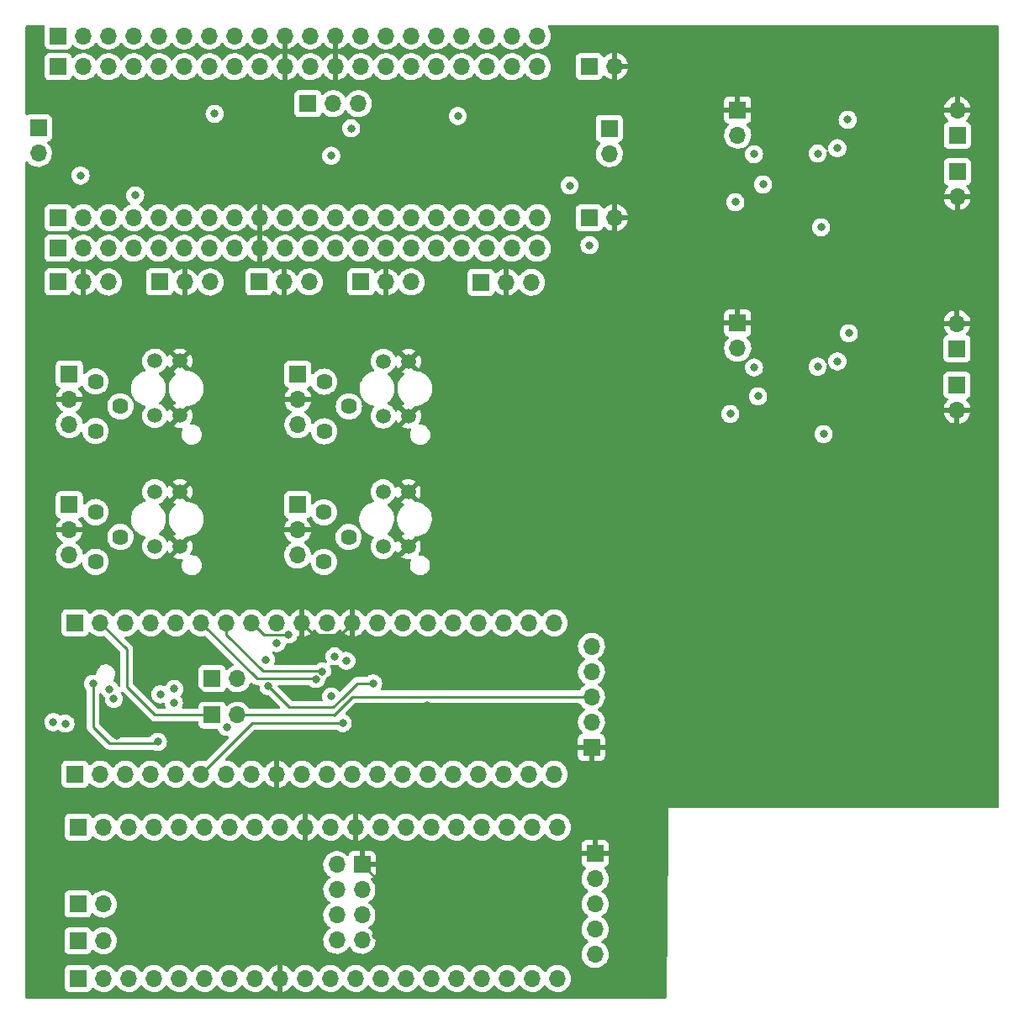
<source format=gbr>
%TF.GenerationSoftware,KiCad,Pcbnew,6.0.7+dfsg-3*%
%TF.CreationDate,2022-10-06T09:03:10-04:00*%
%TF.ProjectId,COMPLETE_PCB,434f4d50-4c45-4544-955f-5043422e6b69,rev?*%
%TF.SameCoordinates,Original*%
%TF.FileFunction,Copper,L2,Inr*%
%TF.FilePolarity,Positive*%
%FSLAX46Y46*%
G04 Gerber Fmt 4.6, Leading zero omitted, Abs format (unit mm)*
G04 Created by KiCad (PCBNEW 6.0.7+dfsg-3) date 2022-10-06 09:03:10*
%MOMM*%
%LPD*%
G01*
G04 APERTURE LIST*
%TA.AperFunction,ComponentPad*%
%ADD10R,1.700000X1.700000*%
%TD*%
%TA.AperFunction,ComponentPad*%
%ADD11O,1.700000X1.700000*%
%TD*%
%TA.AperFunction,ComponentPad*%
%ADD12C,1.500000*%
%TD*%
%TA.AperFunction,ComponentPad*%
%ADD13C,1.620000*%
%TD*%
%TA.AperFunction,ViaPad*%
%ADD14C,0.800000*%
%TD*%
%TA.AperFunction,Conductor*%
%ADD15C,0.250000*%
%TD*%
%TA.AperFunction,Conductor*%
%ADD16C,1.000000*%
%TD*%
G04 APERTURE END LIST*
D10*
%TO.N,3.3V*%
%TO.C,J8*%
X52850000Y-57760000D03*
D11*
%TO.N,GND*%
X52850000Y-60300000D03*
%TO.N,/Capteur/A1*%
X52850000Y-62840000D03*
%TD*%
D10*
%TO.N,Net-(C11-Pad1)*%
%TO.C,J4*%
X84210000Y-33010000D03*
D11*
%TO.N,Net-(C10-Pad1)*%
X84210000Y-35550000D03*
%TD*%
D10*
%TO.N,Net-(C4-Pad1)*%
%TO.C,J3*%
X26710000Y-32985000D03*
D11*
%TO.N,Net-(C3-Pad1)*%
X26710000Y-35525000D03*
%TD*%
D10*
%TO.N,3.3V*%
%TO.C,J17*%
X59185000Y-48470000D03*
D11*
%TO.N,GND*%
X61725000Y-48470000D03*
%TO.N,/Carte Mere/P7*%
X64265000Y-48470000D03*
%TD*%
D12*
%TO.N,Net-(R5-Pad2)*%
%TO.C,U7*%
X38430000Y-69600000D03*
%TO.N,GND*%
X40970000Y-69600000D03*
%TO.N,/Capteur/A2*%
X38430000Y-75100000D03*
%TO.N,GND*%
X40970000Y-75100000D03*
%TD*%
D10*
%TO.N,/Carte Mere/P31_RX*%
%TO.C,J14*%
X28710000Y-23680000D03*
D11*
%TO.N,/Carte Mere/P30_TX*%
X31250000Y-23680000D03*
%TO.N,/Carte Mere/P29_SDA*%
X33790000Y-23680000D03*
%TO.N,/Carte Mere/P28_SCL*%
X36330000Y-23680000D03*
%TO.N,/Carte Mere/P27*%
X38870000Y-23680000D03*
%TO.N,/Carte Mere/P26*%
X41410000Y-23680000D03*
%TO.N,/Carte Mere/P25*%
X43950000Y-23680000D03*
%TO.N,/Carte Mere/P24*%
X46490000Y-23680000D03*
%TO.N,3.3V*%
X49030000Y-23680000D03*
%TO.N,GND*%
X51570000Y-23680000D03*
%TO.N,/Carte Mere/5V*%
X54110000Y-23680000D03*
%TO.N,GND*%
X56650000Y-23680000D03*
%TO.N,/Carte Mere/P23*%
X59190000Y-23680000D03*
%TO.N,/Carte Mere/P22*%
X61730000Y-23680000D03*
%TO.N,/Carte Mere/P21*%
X64270000Y-23680000D03*
%TO.N,/Carte Mere/P20*%
X66810000Y-23680000D03*
%TO.N,/Carte Mere/P19*%
X69350000Y-23680000D03*
%TO.N,/Carte Mere/P18*%
X71890000Y-23680000D03*
%TO.N,/Carte Mere/P17*%
X74430000Y-23680000D03*
%TO.N,/Carte Mere/P16*%
X76970000Y-23680000D03*
%TD*%
D13*
%TO.N,3.3V*%
%TO.C,RV4*%
X55460000Y-71660000D03*
X57960000Y-74160000D03*
%TO.N,/Capteur/A3*%
X55460000Y-76660000D03*
%TD*%
D10*
%TO.N,/Carte Mere/5V*%
%TO.C,JP1*%
X53860000Y-30510000D03*
D11*
%TO.N,Net-(C9-Pad1)*%
X56400000Y-30510000D03*
%TO.N,/Carte Mere/9V*%
X58940000Y-30510000D03*
%TD*%
D12*
%TO.N,Net-(R4-Pad2)*%
%TO.C,U6*%
X61450000Y-56460000D03*
%TO.N,GND*%
X63990000Y-56460000D03*
%TO.N,/Capteur/A1*%
X61450000Y-61960000D03*
%TO.N,GND*%
X63990000Y-61960000D03*
%TD*%
D10*
%TO.N,Net-(C2-Pad1)*%
%TO.C,J5*%
X119255000Y-37368173D03*
D11*
%TO.N,GND*%
X119255000Y-39908173D03*
%TD*%
D10*
%TO.N,3.3V*%
%TO.C,J11*%
X52820000Y-70910000D03*
D11*
%TO.N,GND*%
X52820000Y-73450000D03*
%TO.N,/Capteur/A3*%
X52820000Y-75990000D03*
%TD*%
D10*
%TO.N,/Propeller/FT232_RX*%
%TO.C,JP2*%
X44211200Y-88430299D03*
D11*
%TO.N,/Propeller/P30_TX*%
X46751200Y-88430299D03*
%TD*%
D10*
%TO.N,GND*%
%TO.C,J8*%
X82775800Y-106032499D03*
D11*
%TO.N,unconnected-(J8-Pad2)*%
X82775800Y-108572499D03*
%TO.N,/ESP-01/ESP_RX*%
X82775800Y-111112499D03*
%TO.N,/ESP-01/ESP_TX*%
X82775800Y-113652499D03*
%TO.N,/ESP-01/3V3*%
X82775800Y-116192499D03*
%TD*%
D13*
%TO.N,3.3V*%
%TO.C,RV1*%
X32470000Y-58490000D03*
X34970000Y-60990000D03*
%TO.N,/Capteur/A0*%
X32470000Y-63490000D03*
%TD*%
D10*
%TO.N,3.3V*%
%TO.C,J7*%
X29830000Y-57740000D03*
D11*
%TO.N,GND*%
X29830000Y-60280000D03*
%TO.N,/Capteur/A0*%
X29830000Y-62820000D03*
%TD*%
D10*
%TO.N,/Carte Mere/9V*%
%TO.C,J2*%
X82185000Y-26760000D03*
D11*
%TO.N,GND*%
X84725000Y-26760000D03*
%TD*%
D10*
%TO.N,/Propeller/P0*%
%TO.C,J3*%
X30401200Y-98044099D03*
D11*
%TO.N,/Propeller/P1*%
X32941200Y-98044099D03*
%TO.N,/Propeller/P2*%
X35481200Y-98044099D03*
%TO.N,/Propeller/P3*%
X38021200Y-98044099D03*
%TO.N,/Propeller/P4*%
X40561200Y-98044099D03*
%TO.N,/Propeller/P5*%
X43101200Y-98044099D03*
%TO.N,/Propeller/P6*%
X45641200Y-98044099D03*
%TO.N,/Propeller/P7*%
X48181200Y-98044099D03*
%TO.N,GND*%
X50721200Y-98044099D03*
%TO.N,/Propeller/3V3*%
X53261200Y-98044099D03*
%TO.N,/Propeller/Reset*%
X55801200Y-98044099D03*
%TO.N,/Propeller/7-12V*%
X58341200Y-98044099D03*
%TO.N,/Propeller/P8*%
X60881200Y-98044099D03*
%TO.N,/Propeller/P9*%
X63421200Y-98044099D03*
%TO.N,/Propeller/P10*%
X65961200Y-98044099D03*
%TO.N,/Propeller/P11*%
X68501200Y-98044099D03*
%TO.N,/Propeller/P12*%
X71041200Y-98044099D03*
%TO.N,/Propeller/P13*%
X73581200Y-98044099D03*
%TO.N,/Propeller/P14_ESP-TX*%
X76121200Y-98044099D03*
%TO.N,/Propeller/P15_ESP-RX*%
X78661200Y-98044099D03*
%TD*%
D10*
%TO.N,/Carte Mere/P31_RX*%
%TO.C,J5*%
X28710000Y-26785400D03*
D11*
%TO.N,/Carte Mere/P30_TX*%
X31250000Y-26785400D03*
%TO.N,/Carte Mere/P29_SDA*%
X33790000Y-26785400D03*
%TO.N,/Carte Mere/P28_SCL*%
X36330000Y-26785400D03*
%TO.N,/Carte Mere/P27*%
X38870000Y-26785400D03*
%TO.N,/Carte Mere/P26*%
X41410000Y-26785400D03*
%TO.N,/Carte Mere/P25*%
X43950000Y-26785400D03*
%TO.N,/Carte Mere/P24*%
X46490000Y-26785400D03*
%TO.N,3.3V*%
X49030000Y-26785400D03*
%TO.N,GND*%
X51570000Y-26785400D03*
%TO.N,/Carte Mere/5V*%
X54110000Y-26785400D03*
%TO.N,GND*%
X56650000Y-26785400D03*
%TO.N,/Carte Mere/P23*%
X59190000Y-26785400D03*
%TO.N,/Carte Mere/P22*%
X61730000Y-26785400D03*
%TO.N,/Carte Mere/P21*%
X64270000Y-26785400D03*
%TO.N,/Carte Mere/P20*%
X66810000Y-26785400D03*
%TO.N,/Carte Mere/P19*%
X69350000Y-26785400D03*
%TO.N,/Carte Mere/P18*%
X71890000Y-26785400D03*
%TO.N,/Carte Mere/P17*%
X74430000Y-26785400D03*
%TO.N,/Carte Mere/P16*%
X76970000Y-26785400D03*
%TD*%
D10*
%TO.N,GND*%
%TO.C,J1*%
X97137500Y-52615673D03*
D11*
%TO.N,Net-(Cbyp1-Pad1)*%
X97137500Y-55155673D03*
%TD*%
D10*
%TO.N,Net-(J9-Pad1)*%
%TO.C,J9*%
X71290000Y-48500000D03*
D11*
%TO.N,GND*%
X73830000Y-48500000D03*
%TO.N,P8*%
X76370000Y-48500000D03*
%TD*%
D10*
%TO.N,/Propeller/FT232_TX*%
%TO.C,JP1*%
X44216200Y-92087899D03*
D11*
%TO.N,/Propeller/P31_RX*%
X46756200Y-92087899D03*
%TD*%
D10*
%TO.N,/ESP-01/FT232_RX*%
%TO.C,JP4*%
X30701200Y-111133299D03*
D11*
%TO.N,/ESP-01/ESP_TX*%
X33241200Y-111133299D03*
%TD*%
D10*
%TO.N,3.3V*%
%TO.C,J16*%
X48930000Y-48470000D03*
D11*
%TO.N,GND*%
X51470000Y-48470000D03*
%TO.N,/Carte Mere/P6*%
X54010000Y-48470000D03*
%TD*%
D10*
%TO.N,GND*%
%TO.C,J3*%
X97135000Y-31143173D03*
D11*
%TO.N,Net-(Cbyp2-Pad1)*%
X97135000Y-33683173D03*
%TD*%
D12*
%TO.N,Net-(R6-Pad2)*%
%TO.C,U8*%
X61420000Y-69610000D03*
%TO.N,GND*%
X63960000Y-69610000D03*
%TO.N,/Capteur/A3*%
X61420000Y-75110000D03*
%TO.N,GND*%
X63960000Y-75110000D03*
%TD*%
D10*
%TO.N,GND*%
%TO.C,J2*%
X59301200Y-107155499D03*
D11*
%TO.N,/ESP-01/ESP_TX*%
X56761200Y-107155499D03*
%TO.N,/ESP-01/P14_ESP-TX*%
X59301200Y-109695499D03*
%TO.N,/ESP-01/3V3*%
X56761200Y-109695499D03*
%TO.N,/ESP-01/P15_ESP-RX*%
X59301200Y-112235499D03*
%TO.N,Net-(J2-Pad6)*%
X56761200Y-112235499D03*
%TO.N,/ESP-01/ESP_RX*%
X59301200Y-114775499D03*
%TO.N,/ESP-01/3V3*%
X56761200Y-114775499D03*
%TD*%
D10*
%TO.N,3.3V*%
%TO.C,J10*%
X29830000Y-70900000D03*
D11*
%TO.N,GND*%
X29830000Y-73440000D03*
%TO.N,/Capteur/A2*%
X29830000Y-75980000D03*
%TD*%
D10*
%TO.N,/Propeller/FT232_RX*%
%TO.C,J6*%
X30401200Y-82804099D03*
D11*
%TO.N,/Propeller/FT232_TX*%
X32941200Y-82804099D03*
%TO.N,/Propeller/P29_SDA*%
X35481200Y-82804099D03*
%TO.N,/Propeller/P28_SCL*%
X38021200Y-82804099D03*
%TO.N,/Propeller/P27*%
X40561200Y-82804099D03*
%TO.N,/Propeller/P26*%
X43101200Y-82804099D03*
%TO.N,/Propeller/P25*%
X45641200Y-82804099D03*
%TO.N,/Propeller/P24*%
X48181200Y-82804099D03*
%TO.N,/Propeller/3V3*%
X50721200Y-82804099D03*
%TO.N,GND*%
X53261200Y-82804099D03*
%TO.N,/Propeller/5V*%
X55801200Y-82804099D03*
%TO.N,GND*%
X58341200Y-82804099D03*
%TO.N,/Propeller/P23*%
X60881200Y-82804099D03*
%TO.N,/Propeller/P22*%
X63421200Y-82804099D03*
%TO.N,/Propeller/P21*%
X65961200Y-82804099D03*
%TO.N,/Propeller/P20*%
X68501200Y-82804099D03*
%TO.N,/Propeller/P19*%
X71041200Y-82804099D03*
%TO.N,/Propeller/P18*%
X73581200Y-82804099D03*
%TO.N,/Propeller/P17*%
X76121200Y-82804099D03*
%TO.N,/Propeller/P16*%
X78661200Y-82804099D03*
%TD*%
D10*
%TO.N,Net-(C2-Pad1)*%
%TO.C,J4*%
X119245000Y-33703173D03*
D11*
%TO.N,GND*%
X119245000Y-31163173D03*
%TD*%
D13*
%TO.N,3.3V*%
%TO.C,RV3*%
X32470000Y-71650000D03*
X34970000Y-74150000D03*
%TO.N,/Capteur/A2*%
X32470000Y-76650000D03*
%TD*%
%TO.N,3.3V*%
%TO.C,RV2*%
X55490000Y-58510000D03*
X57990000Y-61010000D03*
%TO.N,/Capteur/A1*%
X55490000Y-63510000D03*
%TD*%
D10*
%TO.N,Net-(C1-Pad1)*%
%TO.C,J6*%
X119235000Y-55178173D03*
D11*
%TO.N,GND*%
X119235000Y-52638173D03*
%TD*%
D10*
%TO.N,/ESP-01/FT232_TX*%
%TO.C,JP3*%
X30701200Y-114818099D03*
D11*
%TO.N,/ESP-01/ESP_RX*%
X33241200Y-114818099D03*
%TD*%
D10*
%TO.N,/Carte Mere/6V*%
%TO.C,J1*%
X82185000Y-42010000D03*
D11*
%TO.N,GND*%
X84725000Y-42010000D03*
%TD*%
D10*
%TO.N,Net-(C1-Pad1)*%
%TO.C,J2*%
X119235000Y-58858173D03*
D11*
%TO.N,GND*%
X119235000Y-61398173D03*
%TD*%
D10*
%TO.N,3.3V*%
%TO.C,J13*%
X38920000Y-48480000D03*
D11*
%TO.N,GND*%
X41460000Y-48480000D03*
%TO.N,/Carte Mere/P5*%
X44000000Y-48480000D03*
%TD*%
D10*
%TO.N,3.3V*%
%TO.C,J12*%
X28700000Y-48480000D03*
D11*
%TO.N,GND*%
X31240000Y-48480000D03*
%TO.N,/Carte Mere/P4*%
X33780000Y-48480000D03*
%TD*%
D10*
%TO.N,/Carte Mere/P0*%
%TO.C,J6*%
X28710000Y-42000000D03*
D11*
%TO.N,/Carte Mere/P1*%
X31250000Y-42000000D03*
%TO.N,/Carte Mere/P2*%
X33790000Y-42000000D03*
%TO.N,/Carte Mere/P3*%
X36330000Y-42000000D03*
%TO.N,/Carte Mere/P4*%
X38870000Y-42000000D03*
%TO.N,/Carte Mere/P5*%
X41410000Y-42000000D03*
%TO.N,/Carte Mere/P6*%
X43950000Y-42000000D03*
%TO.N,/Carte Mere/P7*%
X46490000Y-42000000D03*
%TO.N,GND*%
X49030000Y-42000000D03*
%TO.N,3.3V*%
X51570000Y-42000000D03*
%TO.N,/Carte Mere/RESET*%
X54110000Y-42000000D03*
%TO.N,unconnected-(J6-Pad12)*%
X56650000Y-42000000D03*
%TO.N,P8*%
X59190000Y-42000000D03*
%TO.N,/Carte Mere/P9*%
X61730000Y-42000000D03*
%TO.N,/Carte Mere/P10*%
X64270000Y-42000000D03*
%TO.N,/Carte Mere/P11*%
X66810000Y-42000000D03*
%TO.N,/Carte Mere/P12*%
X69350000Y-42000000D03*
%TO.N,/Carte Mere/P13*%
X71890000Y-42000000D03*
%TO.N,/Carte Mere/P14*%
X74430000Y-42000000D03*
%TO.N,/Carte Mere/P15*%
X76970000Y-42000000D03*
%TD*%
D10*
%TO.N,/Carte Mere/P0*%
%TO.C,J15*%
X28700000Y-45090000D03*
D11*
%TO.N,/Carte Mere/P1*%
X31240000Y-45090000D03*
%TO.N,/Carte Mere/P2*%
X33780000Y-45090000D03*
%TO.N,/Carte Mere/P3*%
X36320000Y-45090000D03*
%TO.N,/Carte Mere/P4*%
X38860000Y-45090000D03*
%TO.N,/Carte Mere/P5*%
X41400000Y-45090000D03*
%TO.N,/Carte Mere/P6*%
X43940000Y-45090000D03*
%TO.N,/Carte Mere/P7*%
X46480000Y-45090000D03*
%TO.N,GND*%
X49020000Y-45090000D03*
%TO.N,3.3V*%
X51560000Y-45090000D03*
%TO.N,/Carte Mere/RESET*%
X54100000Y-45090000D03*
%TO.N,unconnected-(J15-Pad12)*%
X56640000Y-45090000D03*
%TO.N,P8*%
X59180000Y-45090000D03*
%TO.N,/Carte Mere/P9*%
X61720000Y-45090000D03*
%TO.N,/Carte Mere/P10*%
X64260000Y-45090000D03*
%TO.N,/Carte Mere/P11*%
X66800000Y-45090000D03*
%TO.N,/Carte Mere/P12*%
X69340000Y-45090000D03*
%TO.N,/Carte Mere/P13*%
X71880000Y-45090000D03*
%TO.N,/Carte Mere/P14*%
X74420000Y-45090000D03*
%TO.N,/Carte Mere/P15*%
X76960000Y-45090000D03*
%TD*%
D10*
%TO.N,GND*%
%TO.C,J5*%
X82412000Y-95333699D03*
D11*
%TO.N,/Propeller/Reset*%
X82412000Y-92793699D03*
%TO.N,/Propeller/P31_RX*%
X82412000Y-90253699D03*
%TO.N,/Propeller/P30_TX*%
X82412000Y-87713699D03*
%TO.N,/Propeller/3V3*%
X82412000Y-85173699D03*
%TD*%
D12*
%TO.N,Net-(R3-Pad2)*%
%TO.C,U5*%
X38430000Y-56440000D03*
%TO.N,GND*%
X40970000Y-56440000D03*
%TO.N,/Capteur/A0*%
X38430000Y-61940000D03*
%TO.N,GND*%
X40970000Y-61940000D03*
%TD*%
D10*
%TO.N,unconnected-(J4-Pad1)*%
%TO.C,J4*%
X30731800Y-118613499D03*
D11*
%TO.N,unconnected-(J4-Pad2)*%
X33271800Y-118613499D03*
%TO.N,unconnected-(J4-Pad3)*%
X35811800Y-118613499D03*
%TO.N,unconnected-(J4-Pad4)*%
X38351800Y-118613499D03*
%TO.N,unconnected-(J4-Pad5)*%
X40891800Y-118613499D03*
%TO.N,unconnected-(J4-Pad6)*%
X43431800Y-118613499D03*
%TO.N,unconnected-(J4-Pad7)*%
X45971800Y-118613499D03*
%TO.N,unconnected-(J4-Pad8)*%
X48511800Y-118613499D03*
%TO.N,GND*%
X51051800Y-118613499D03*
%TO.N,/ESP-01/3V3*%
X53591800Y-118613499D03*
%TO.N,/ESP-01/Reset*%
X56131800Y-118613499D03*
%TO.N,unconnected-(J4-Pad12)*%
X58671800Y-118613499D03*
%TO.N,unconnected-(J4-Pad13)*%
X61211800Y-118613499D03*
%TO.N,unconnected-(J4-Pad14)*%
X63751800Y-118613499D03*
%TO.N,unconnected-(J4-Pad15)*%
X66291800Y-118613499D03*
%TO.N,unconnected-(J4-Pad16)*%
X68831800Y-118613499D03*
%TO.N,unconnected-(J4-Pad17)*%
X71371800Y-118613499D03*
%TO.N,unconnected-(J4-Pad18)*%
X73911800Y-118613499D03*
%TO.N,/ESP-01/P14_ESP-TX*%
X76451800Y-118613499D03*
%TO.N,/ESP-01/P15_ESP-RX*%
X78991800Y-118613499D03*
%TD*%
D10*
%TO.N,/ESP-01/FT232_RX*%
%TO.C,J7*%
X30731800Y-103373499D03*
D11*
%TO.N,/ESP-01/FT232_TX*%
X33271800Y-103373499D03*
%TO.N,unconnected-(J7-Pad3)*%
X35811800Y-103373499D03*
%TO.N,unconnected-(J7-Pad4)*%
X38351800Y-103373499D03*
%TO.N,unconnected-(J7-Pad5)*%
X40891800Y-103373499D03*
%TO.N,unconnected-(J7-Pad6)*%
X43431800Y-103373499D03*
%TO.N,unconnected-(J7-Pad7)*%
X45971800Y-103373499D03*
%TO.N,unconnected-(J7-Pad8)*%
X48511800Y-103373499D03*
%TO.N,/ESP-01/3V3*%
X51051800Y-103373499D03*
%TO.N,GND*%
X53591800Y-103373499D03*
%TO.N,/ESP-01/5V*%
X56131800Y-103373499D03*
%TO.N,GND*%
X58671800Y-103373499D03*
%TO.N,unconnected-(J7-Pad13)*%
X61211800Y-103373499D03*
%TO.N,unconnected-(J7-Pad14)*%
X63751800Y-103373499D03*
%TO.N,unconnected-(J7-Pad15)*%
X66291800Y-103373499D03*
%TO.N,unconnected-(J7-Pad16)*%
X68831800Y-103373499D03*
%TO.N,unconnected-(J7-Pad17)*%
X71371800Y-103373499D03*
%TO.N,unconnected-(J7-Pad18)*%
X73911800Y-103373499D03*
%TO.N,unconnected-(J7-Pad19)*%
X76451800Y-103373499D03*
%TO.N,unconnected-(J7-Pad20)*%
X78991800Y-103373499D03*
%TD*%
D14*
%TO.N,GND*%
X56011200Y-88544099D03*
X73710000Y-33010000D03*
X37479400Y-87135899D03*
X40460000Y-32260000D03*
X61434100Y-92069199D03*
X57141200Y-94604099D03*
X58461200Y-87834099D03*
X57997472Y-28649132D03*
X47161200Y-90274099D03*
X49642790Y-90653099D03*
X59960000Y-35760000D03*
X50460000Y-29510000D03*
X60686601Y-114299898D03*
X34591200Y-94204099D03*
X29041200Y-87364099D03*
X65881200Y-91104099D03*
%TO.N,Net-(C3-Pad1)*%
X30960000Y-37760000D03*
X44460000Y-31535500D03*
%TO.N,Net-(C10-Pad1)*%
X68960000Y-31760000D03*
X80210000Y-38760000D03*
%TO.N,Net-(D3-Pad1)*%
X40407341Y-89445099D03*
%TO.N,/Carte Mere/P2*%
X36460000Y-39760000D03*
X56210000Y-35760000D03*
%TO.N,3.3V*%
X82210000Y-44760000D03*
X58210000Y-33010000D03*
%TO.N,Net-(U1-Pad28)*%
X57736700Y-86626899D03*
%TO.N,Net-(U1-Pad29)*%
X56544830Y-86169729D03*
%TO.N,Net-(D1-Pad2)*%
X99187000Y-59978173D03*
X105791000Y-63788173D03*
X28221200Y-92794099D03*
%TO.N,Net-(D2-Pad2)*%
X32213499Y-88946398D03*
X99695000Y-38642173D03*
X38741200Y-94779399D03*
X105537000Y-42960173D03*
%TO.N,Net-(D4-Pad1)*%
X40355400Y-90894101D03*
%TO.N,/Propeller/3V3*%
X38983800Y-89994197D03*
X56201200Y-90214099D03*
X45681200Y-93284099D03*
%TO.N,Net-(C3-Pad2)*%
X49881200Y-89204099D03*
X60431200Y-88894099D03*
%TO.N,/Propeller/5V*%
X29441200Y-92954397D03*
%TO.N,Net-(J1-Pad2)*%
X33891200Y-89514099D03*
%TO.N,Net-(J1-Pad3)*%
X34305390Y-90447721D03*
%TO.N,/Propeller/P5*%
X57361200Y-92894099D03*
%TO.N,/Propeller/P29_SDA*%
X49609413Y-86517599D03*
%TO.N,/Propeller/P28_SCL*%
X50703949Y-84842250D03*
%TO.N,/Propeller/P26*%
X54671996Y-88457869D03*
%TO.N,/Propeller/P25*%
X55315984Y-87693483D03*
%TO.N,/Propeller/P24*%
X51893097Y-83982202D03*
%TO.N,Net-(Cbyp1-Pad1)*%
X96393000Y-61756173D03*
%TO.N,Net-(Cbyp2-Pad1)*%
X96901000Y-40420173D03*
%TO.N,Net-(Ccomp1-Pad1)*%
X107177500Y-56470673D03*
%TO.N,Net-(Ccomp3-Pad1)*%
X107175000Y-34998173D03*
%TO.N,Net-(Cfilt1-Pad1)*%
X105192500Y-57005673D03*
%TO.N,Net-(Cfilt2-Pad1)*%
X105190000Y-35533173D03*
%TO.N,Net-(Q1-Pad4)*%
X98787500Y-57080673D03*
%TO.N,Net-(Q2-Pad4)*%
X98785000Y-35608173D03*
%TO.N,Net-(R1-Pad1)*%
X108331000Y-53628173D03*
%TO.N,Net-(R3-Pad1)*%
X108215000Y-32138173D03*
%TD*%
D15*
%TO.N,GND*%
X60686601Y-108540900D02*
X59301200Y-107155499D01*
D16*
X47161200Y-90274099D02*
X43141200Y-90274099D01*
D15*
X60686601Y-114299898D02*
X60686601Y-108540900D01*
X57166200Y-83979099D02*
X58341200Y-82804099D01*
X53261200Y-82804099D02*
X54436200Y-83979099D01*
D16*
X40003000Y-87135899D02*
X37479400Y-87135899D01*
X43141200Y-90274099D02*
X40003000Y-87135899D01*
D15*
X54436200Y-83979099D02*
X57166200Y-83979099D01*
%TO.N,Net-(D2-Pad2)*%
X38592000Y-94928599D02*
X33865700Y-94928599D01*
X38741200Y-94779399D02*
X38592000Y-94928599D01*
X33865700Y-94928599D02*
X32213499Y-93276398D01*
X32213499Y-93276398D02*
X32213499Y-88946398D01*
%TO.N,Net-(C3-Pad2)*%
X58841200Y-88894099D02*
X57421200Y-90314099D01*
X52701200Y-91324099D02*
X52001200Y-91324099D01*
X60431200Y-88894099D02*
X58841200Y-88894099D01*
X52001200Y-91324099D02*
X49881200Y-89204099D01*
X57421200Y-90314099D02*
X56411200Y-91324099D01*
X56411200Y-91324099D02*
X52701200Y-91324099D01*
%TO.N,/Propeller/P5*%
X48251200Y-92894099D02*
X43101200Y-98044099D01*
X57361200Y-92894099D02*
X48251200Y-92894099D01*
%TO.N,/Propeller/P31_RX*%
X58311600Y-90253699D02*
X56451200Y-92114099D01*
X56425000Y-92087899D02*
X46756200Y-92087899D01*
X56451200Y-92114099D02*
X56425000Y-92087899D01*
X82412000Y-90253699D02*
X58311600Y-90253699D01*
%TO.N,/Propeller/P26*%
X43101200Y-82804099D02*
X48716700Y-88419599D01*
X48716700Y-88419599D02*
X54633726Y-88419599D01*
X54633726Y-88419599D02*
X54671996Y-88457869D01*
%TO.N,/Propeller/P25*%
X45641200Y-84006180D02*
X49309096Y-87674076D01*
X49309096Y-87674076D02*
X55296577Y-87674076D01*
X45641200Y-82804099D02*
X45641200Y-84006180D01*
X55296577Y-87674076D02*
X55315984Y-87693483D01*
%TO.N,/Propeller/P24*%
X48276890Y-82804099D02*
X49454993Y-83982202D01*
X48181200Y-82804099D02*
X48276890Y-82804099D01*
X49454993Y-83982202D02*
X51893097Y-83982202D01*
%TO.N,/Propeller/FT232_TX*%
X38465000Y-92087899D02*
X44216200Y-92087899D01*
X35601200Y-89224099D02*
X38465000Y-92087899D01*
X35601200Y-85464099D02*
X35601200Y-89224099D01*
X32941200Y-82804099D02*
X35601200Y-85464099D01*
%TD*%
%TA.AperFunction,Conductor*%
%TO.N,GND*%
G36*
X27294766Y-22658502D02*
G01*
X27341259Y-22712158D01*
X27351414Y-22775037D01*
X27352053Y-22775072D01*
X27351894Y-22778007D01*
X27351909Y-22778100D01*
X27351500Y-22781866D01*
X27351500Y-24578134D01*
X27358255Y-24640316D01*
X27409385Y-24776705D01*
X27496739Y-24893261D01*
X27613295Y-24980615D01*
X27749684Y-25031745D01*
X27811866Y-25038500D01*
X29608134Y-25038500D01*
X29670316Y-25031745D01*
X29806705Y-24980615D01*
X29923261Y-24893261D01*
X30010615Y-24776705D01*
X30032799Y-24717529D01*
X30054598Y-24659382D01*
X30097240Y-24602618D01*
X30163802Y-24577918D01*
X30233150Y-24593126D01*
X30267817Y-24621114D01*
X30296250Y-24653938D01*
X30468126Y-24796632D01*
X30661000Y-24909338D01*
X30869692Y-24989030D01*
X30874760Y-24990061D01*
X30874763Y-24990062D01*
X30969862Y-25009410D01*
X31088597Y-25033567D01*
X31093772Y-25033757D01*
X31093774Y-25033757D01*
X31306673Y-25041564D01*
X31306677Y-25041564D01*
X31311837Y-25041753D01*
X31316957Y-25041097D01*
X31316959Y-25041097D01*
X31528288Y-25014025D01*
X31528289Y-25014025D01*
X31533416Y-25013368D01*
X31538366Y-25011883D01*
X31742429Y-24950661D01*
X31742434Y-24950659D01*
X31747384Y-24949174D01*
X31947994Y-24850896D01*
X32129860Y-24721173D01*
X32288096Y-24563489D01*
X32418453Y-24382077D01*
X32419776Y-24383028D01*
X32466645Y-24339857D01*
X32536580Y-24327625D01*
X32602026Y-24355144D01*
X32629875Y-24386994D01*
X32689987Y-24485088D01*
X32836250Y-24653938D01*
X33008126Y-24796632D01*
X33201000Y-24909338D01*
X33409692Y-24989030D01*
X33414760Y-24990061D01*
X33414763Y-24990062D01*
X33509862Y-25009410D01*
X33628597Y-25033567D01*
X33633772Y-25033757D01*
X33633774Y-25033757D01*
X33846673Y-25041564D01*
X33846677Y-25041564D01*
X33851837Y-25041753D01*
X33856957Y-25041097D01*
X33856959Y-25041097D01*
X34068288Y-25014025D01*
X34068289Y-25014025D01*
X34073416Y-25013368D01*
X34078366Y-25011883D01*
X34282429Y-24950661D01*
X34282434Y-24950659D01*
X34287384Y-24949174D01*
X34487994Y-24850896D01*
X34669860Y-24721173D01*
X34828096Y-24563489D01*
X34958453Y-24382077D01*
X34959776Y-24383028D01*
X35006645Y-24339857D01*
X35076580Y-24327625D01*
X35142026Y-24355144D01*
X35169875Y-24386994D01*
X35229987Y-24485088D01*
X35376250Y-24653938D01*
X35548126Y-24796632D01*
X35741000Y-24909338D01*
X35949692Y-24989030D01*
X35954760Y-24990061D01*
X35954763Y-24990062D01*
X36049862Y-25009410D01*
X36168597Y-25033567D01*
X36173772Y-25033757D01*
X36173774Y-25033757D01*
X36386673Y-25041564D01*
X36386677Y-25041564D01*
X36391837Y-25041753D01*
X36396957Y-25041097D01*
X36396959Y-25041097D01*
X36608288Y-25014025D01*
X36608289Y-25014025D01*
X36613416Y-25013368D01*
X36618366Y-25011883D01*
X36822429Y-24950661D01*
X36822434Y-24950659D01*
X36827384Y-24949174D01*
X37027994Y-24850896D01*
X37209860Y-24721173D01*
X37368096Y-24563489D01*
X37498453Y-24382077D01*
X37499776Y-24383028D01*
X37546645Y-24339857D01*
X37616580Y-24327625D01*
X37682026Y-24355144D01*
X37709875Y-24386994D01*
X37769987Y-24485088D01*
X37916250Y-24653938D01*
X38088126Y-24796632D01*
X38281000Y-24909338D01*
X38489692Y-24989030D01*
X38494760Y-24990061D01*
X38494763Y-24990062D01*
X38589862Y-25009410D01*
X38708597Y-25033567D01*
X38713772Y-25033757D01*
X38713774Y-25033757D01*
X38926673Y-25041564D01*
X38926677Y-25041564D01*
X38931837Y-25041753D01*
X38936957Y-25041097D01*
X38936959Y-25041097D01*
X39148288Y-25014025D01*
X39148289Y-25014025D01*
X39153416Y-25013368D01*
X39158366Y-25011883D01*
X39362429Y-24950661D01*
X39362434Y-24950659D01*
X39367384Y-24949174D01*
X39567994Y-24850896D01*
X39749860Y-24721173D01*
X39908096Y-24563489D01*
X40038453Y-24382077D01*
X40039776Y-24383028D01*
X40086645Y-24339857D01*
X40156580Y-24327625D01*
X40222026Y-24355144D01*
X40249875Y-24386994D01*
X40309987Y-24485088D01*
X40456250Y-24653938D01*
X40628126Y-24796632D01*
X40821000Y-24909338D01*
X41029692Y-24989030D01*
X41034760Y-24990061D01*
X41034763Y-24990062D01*
X41129862Y-25009410D01*
X41248597Y-25033567D01*
X41253772Y-25033757D01*
X41253774Y-25033757D01*
X41466673Y-25041564D01*
X41466677Y-25041564D01*
X41471837Y-25041753D01*
X41476957Y-25041097D01*
X41476959Y-25041097D01*
X41688288Y-25014025D01*
X41688289Y-25014025D01*
X41693416Y-25013368D01*
X41698366Y-25011883D01*
X41902429Y-24950661D01*
X41902434Y-24950659D01*
X41907384Y-24949174D01*
X42107994Y-24850896D01*
X42289860Y-24721173D01*
X42448096Y-24563489D01*
X42578453Y-24382077D01*
X42579776Y-24383028D01*
X42626645Y-24339857D01*
X42696580Y-24327625D01*
X42762026Y-24355144D01*
X42789875Y-24386994D01*
X42849987Y-24485088D01*
X42996250Y-24653938D01*
X43168126Y-24796632D01*
X43361000Y-24909338D01*
X43569692Y-24989030D01*
X43574760Y-24990061D01*
X43574763Y-24990062D01*
X43669862Y-25009410D01*
X43788597Y-25033567D01*
X43793772Y-25033757D01*
X43793774Y-25033757D01*
X44006673Y-25041564D01*
X44006677Y-25041564D01*
X44011837Y-25041753D01*
X44016957Y-25041097D01*
X44016959Y-25041097D01*
X44228288Y-25014025D01*
X44228289Y-25014025D01*
X44233416Y-25013368D01*
X44238366Y-25011883D01*
X44442429Y-24950661D01*
X44442434Y-24950659D01*
X44447384Y-24949174D01*
X44647994Y-24850896D01*
X44829860Y-24721173D01*
X44988096Y-24563489D01*
X45118453Y-24382077D01*
X45119776Y-24383028D01*
X45166645Y-24339857D01*
X45236580Y-24327625D01*
X45302026Y-24355144D01*
X45329875Y-24386994D01*
X45389987Y-24485088D01*
X45536250Y-24653938D01*
X45708126Y-24796632D01*
X45901000Y-24909338D01*
X46109692Y-24989030D01*
X46114760Y-24990061D01*
X46114763Y-24990062D01*
X46209862Y-25009410D01*
X46328597Y-25033567D01*
X46333772Y-25033757D01*
X46333774Y-25033757D01*
X46546673Y-25041564D01*
X46546677Y-25041564D01*
X46551837Y-25041753D01*
X46556957Y-25041097D01*
X46556959Y-25041097D01*
X46768288Y-25014025D01*
X46768289Y-25014025D01*
X46773416Y-25013368D01*
X46778366Y-25011883D01*
X46982429Y-24950661D01*
X46982434Y-24950659D01*
X46987384Y-24949174D01*
X47187994Y-24850896D01*
X47369860Y-24721173D01*
X47528096Y-24563489D01*
X47658453Y-24382077D01*
X47659776Y-24383028D01*
X47706645Y-24339857D01*
X47776580Y-24327625D01*
X47842026Y-24355144D01*
X47869875Y-24386994D01*
X47929987Y-24485088D01*
X48076250Y-24653938D01*
X48248126Y-24796632D01*
X48441000Y-24909338D01*
X48649692Y-24989030D01*
X48654760Y-24990061D01*
X48654763Y-24990062D01*
X48749862Y-25009410D01*
X48868597Y-25033567D01*
X48873772Y-25033757D01*
X48873774Y-25033757D01*
X49086673Y-25041564D01*
X49086677Y-25041564D01*
X49091837Y-25041753D01*
X49096957Y-25041097D01*
X49096959Y-25041097D01*
X49308288Y-25014025D01*
X49308289Y-25014025D01*
X49313416Y-25013368D01*
X49318366Y-25011883D01*
X49522429Y-24950661D01*
X49522434Y-24950659D01*
X49527384Y-24949174D01*
X49727994Y-24850896D01*
X49909860Y-24721173D01*
X50068096Y-24563489D01*
X50198453Y-24382077D01*
X50199640Y-24382930D01*
X50246960Y-24339362D01*
X50316897Y-24327145D01*
X50382338Y-24354678D01*
X50410166Y-24386511D01*
X50467694Y-24480388D01*
X50473777Y-24488699D01*
X50613213Y-24649667D01*
X50620580Y-24656883D01*
X50784434Y-24792916D01*
X50792881Y-24798831D01*
X50976756Y-24906279D01*
X50986042Y-24910729D01*
X51185001Y-24986703D01*
X51194899Y-24989579D01*
X51298250Y-25010606D01*
X51312299Y-25009410D01*
X51316000Y-24999065D01*
X51316000Y-23552000D01*
X51336002Y-23483879D01*
X51389658Y-23437386D01*
X51442000Y-23426000D01*
X51698000Y-23426000D01*
X51766121Y-23446002D01*
X51812614Y-23499658D01*
X51824000Y-23552000D01*
X51824000Y-24998517D01*
X51828064Y-25012359D01*
X51841478Y-25014393D01*
X51848184Y-25013534D01*
X51858262Y-25011392D01*
X52062255Y-24950191D01*
X52071842Y-24946433D01*
X52263095Y-24852739D01*
X52271945Y-24847464D01*
X52445328Y-24723792D01*
X52453200Y-24717139D01*
X52604052Y-24566812D01*
X52610730Y-24558965D01*
X52738022Y-24381819D01*
X52739279Y-24382722D01*
X52786373Y-24339362D01*
X52856311Y-24327145D01*
X52921751Y-24354678D01*
X52949579Y-24386511D01*
X53009987Y-24485088D01*
X53156250Y-24653938D01*
X53328126Y-24796632D01*
X53521000Y-24909338D01*
X53729692Y-24989030D01*
X53734760Y-24990061D01*
X53734763Y-24990062D01*
X53829862Y-25009410D01*
X53948597Y-25033567D01*
X53953772Y-25033757D01*
X53953774Y-25033757D01*
X54166673Y-25041564D01*
X54166677Y-25041564D01*
X54171837Y-25041753D01*
X54176957Y-25041097D01*
X54176959Y-25041097D01*
X54388288Y-25014025D01*
X54388289Y-25014025D01*
X54393416Y-25013368D01*
X54398366Y-25011883D01*
X54602429Y-24950661D01*
X54602434Y-24950659D01*
X54607384Y-24949174D01*
X54807994Y-24850896D01*
X54989860Y-24721173D01*
X55148096Y-24563489D01*
X55278453Y-24382077D01*
X55279640Y-24382930D01*
X55326960Y-24339362D01*
X55396897Y-24327145D01*
X55462338Y-24354678D01*
X55490166Y-24386511D01*
X55547694Y-24480388D01*
X55553777Y-24488699D01*
X55693213Y-24649667D01*
X55700580Y-24656883D01*
X55864434Y-24792916D01*
X55872881Y-24798831D01*
X56056756Y-24906279D01*
X56066042Y-24910729D01*
X56265001Y-24986703D01*
X56274899Y-24989579D01*
X56378250Y-25010606D01*
X56392299Y-25009410D01*
X56396000Y-24999065D01*
X56396000Y-23552000D01*
X56416002Y-23483879D01*
X56469658Y-23437386D01*
X56522000Y-23426000D01*
X56778000Y-23426000D01*
X56846121Y-23446002D01*
X56892614Y-23499658D01*
X56904000Y-23552000D01*
X56904000Y-24998517D01*
X56908064Y-25012359D01*
X56921478Y-25014393D01*
X56928184Y-25013534D01*
X56938262Y-25011392D01*
X57142255Y-24950191D01*
X57151842Y-24946433D01*
X57343095Y-24852739D01*
X57351945Y-24847464D01*
X57525328Y-24723792D01*
X57533200Y-24717139D01*
X57684052Y-24566812D01*
X57690730Y-24558965D01*
X57818022Y-24381819D01*
X57819279Y-24382722D01*
X57866373Y-24339362D01*
X57936311Y-24327145D01*
X58001751Y-24354678D01*
X58029579Y-24386511D01*
X58089987Y-24485088D01*
X58236250Y-24653938D01*
X58408126Y-24796632D01*
X58601000Y-24909338D01*
X58809692Y-24989030D01*
X58814760Y-24990061D01*
X58814763Y-24990062D01*
X58909862Y-25009410D01*
X59028597Y-25033567D01*
X59033772Y-25033757D01*
X59033774Y-25033757D01*
X59246673Y-25041564D01*
X59246677Y-25041564D01*
X59251837Y-25041753D01*
X59256957Y-25041097D01*
X59256959Y-25041097D01*
X59468288Y-25014025D01*
X59468289Y-25014025D01*
X59473416Y-25013368D01*
X59478366Y-25011883D01*
X59682429Y-24950661D01*
X59682434Y-24950659D01*
X59687384Y-24949174D01*
X59887994Y-24850896D01*
X60069860Y-24721173D01*
X60228096Y-24563489D01*
X60358453Y-24382077D01*
X60359776Y-24383028D01*
X60406645Y-24339857D01*
X60476580Y-24327625D01*
X60542026Y-24355144D01*
X60569875Y-24386994D01*
X60629987Y-24485088D01*
X60776250Y-24653938D01*
X60948126Y-24796632D01*
X61141000Y-24909338D01*
X61349692Y-24989030D01*
X61354760Y-24990061D01*
X61354763Y-24990062D01*
X61449862Y-25009410D01*
X61568597Y-25033567D01*
X61573772Y-25033757D01*
X61573774Y-25033757D01*
X61786673Y-25041564D01*
X61786677Y-25041564D01*
X61791837Y-25041753D01*
X61796957Y-25041097D01*
X61796959Y-25041097D01*
X62008288Y-25014025D01*
X62008289Y-25014025D01*
X62013416Y-25013368D01*
X62018366Y-25011883D01*
X62222429Y-24950661D01*
X62222434Y-24950659D01*
X62227384Y-24949174D01*
X62427994Y-24850896D01*
X62609860Y-24721173D01*
X62768096Y-24563489D01*
X62898453Y-24382077D01*
X62899776Y-24383028D01*
X62946645Y-24339857D01*
X63016580Y-24327625D01*
X63082026Y-24355144D01*
X63109875Y-24386994D01*
X63169987Y-24485088D01*
X63316250Y-24653938D01*
X63488126Y-24796632D01*
X63681000Y-24909338D01*
X63889692Y-24989030D01*
X63894760Y-24990061D01*
X63894763Y-24990062D01*
X63989862Y-25009410D01*
X64108597Y-25033567D01*
X64113772Y-25033757D01*
X64113774Y-25033757D01*
X64326673Y-25041564D01*
X64326677Y-25041564D01*
X64331837Y-25041753D01*
X64336957Y-25041097D01*
X64336959Y-25041097D01*
X64548288Y-25014025D01*
X64548289Y-25014025D01*
X64553416Y-25013368D01*
X64558366Y-25011883D01*
X64762429Y-24950661D01*
X64762434Y-24950659D01*
X64767384Y-24949174D01*
X64967994Y-24850896D01*
X65149860Y-24721173D01*
X65308096Y-24563489D01*
X65438453Y-24382077D01*
X65439776Y-24383028D01*
X65486645Y-24339857D01*
X65556580Y-24327625D01*
X65622026Y-24355144D01*
X65649875Y-24386994D01*
X65709987Y-24485088D01*
X65856250Y-24653938D01*
X66028126Y-24796632D01*
X66221000Y-24909338D01*
X66429692Y-24989030D01*
X66434760Y-24990061D01*
X66434763Y-24990062D01*
X66529862Y-25009410D01*
X66648597Y-25033567D01*
X66653772Y-25033757D01*
X66653774Y-25033757D01*
X66866673Y-25041564D01*
X66866677Y-25041564D01*
X66871837Y-25041753D01*
X66876957Y-25041097D01*
X66876959Y-25041097D01*
X67088288Y-25014025D01*
X67088289Y-25014025D01*
X67093416Y-25013368D01*
X67098366Y-25011883D01*
X67302429Y-24950661D01*
X67302434Y-24950659D01*
X67307384Y-24949174D01*
X67507994Y-24850896D01*
X67689860Y-24721173D01*
X67848096Y-24563489D01*
X67978453Y-24382077D01*
X67979776Y-24383028D01*
X68026645Y-24339857D01*
X68096580Y-24327625D01*
X68162026Y-24355144D01*
X68189875Y-24386994D01*
X68249987Y-24485088D01*
X68396250Y-24653938D01*
X68568126Y-24796632D01*
X68761000Y-24909338D01*
X68969692Y-24989030D01*
X68974760Y-24990061D01*
X68974763Y-24990062D01*
X69069862Y-25009410D01*
X69188597Y-25033567D01*
X69193772Y-25033757D01*
X69193774Y-25033757D01*
X69406673Y-25041564D01*
X69406677Y-25041564D01*
X69411837Y-25041753D01*
X69416957Y-25041097D01*
X69416959Y-25041097D01*
X69628288Y-25014025D01*
X69628289Y-25014025D01*
X69633416Y-25013368D01*
X69638366Y-25011883D01*
X69842429Y-24950661D01*
X69842434Y-24950659D01*
X69847384Y-24949174D01*
X70047994Y-24850896D01*
X70229860Y-24721173D01*
X70388096Y-24563489D01*
X70518453Y-24382077D01*
X70519776Y-24383028D01*
X70566645Y-24339857D01*
X70636580Y-24327625D01*
X70702026Y-24355144D01*
X70729875Y-24386994D01*
X70789987Y-24485088D01*
X70936250Y-24653938D01*
X71108126Y-24796632D01*
X71301000Y-24909338D01*
X71509692Y-24989030D01*
X71514760Y-24990061D01*
X71514763Y-24990062D01*
X71609862Y-25009410D01*
X71728597Y-25033567D01*
X71733772Y-25033757D01*
X71733774Y-25033757D01*
X71946673Y-25041564D01*
X71946677Y-25041564D01*
X71951837Y-25041753D01*
X71956957Y-25041097D01*
X71956959Y-25041097D01*
X72168288Y-25014025D01*
X72168289Y-25014025D01*
X72173416Y-25013368D01*
X72178366Y-25011883D01*
X72382429Y-24950661D01*
X72382434Y-24950659D01*
X72387384Y-24949174D01*
X72587994Y-24850896D01*
X72769860Y-24721173D01*
X72928096Y-24563489D01*
X73058453Y-24382077D01*
X73059776Y-24383028D01*
X73106645Y-24339857D01*
X73176580Y-24327625D01*
X73242026Y-24355144D01*
X73269875Y-24386994D01*
X73329987Y-24485088D01*
X73476250Y-24653938D01*
X73648126Y-24796632D01*
X73841000Y-24909338D01*
X74049692Y-24989030D01*
X74054760Y-24990061D01*
X74054763Y-24990062D01*
X74149862Y-25009410D01*
X74268597Y-25033567D01*
X74273772Y-25033757D01*
X74273774Y-25033757D01*
X74486673Y-25041564D01*
X74486677Y-25041564D01*
X74491837Y-25041753D01*
X74496957Y-25041097D01*
X74496959Y-25041097D01*
X74708288Y-25014025D01*
X74708289Y-25014025D01*
X74713416Y-25013368D01*
X74718366Y-25011883D01*
X74922429Y-24950661D01*
X74922434Y-24950659D01*
X74927384Y-24949174D01*
X75127994Y-24850896D01*
X75309860Y-24721173D01*
X75468096Y-24563489D01*
X75598453Y-24382077D01*
X75599776Y-24383028D01*
X75646645Y-24339857D01*
X75716580Y-24327625D01*
X75782026Y-24355144D01*
X75809875Y-24386994D01*
X75869987Y-24485088D01*
X76016250Y-24653938D01*
X76188126Y-24796632D01*
X76381000Y-24909338D01*
X76589692Y-24989030D01*
X76594760Y-24990061D01*
X76594763Y-24990062D01*
X76689862Y-25009410D01*
X76808597Y-25033567D01*
X76813772Y-25033757D01*
X76813774Y-25033757D01*
X77026673Y-25041564D01*
X77026677Y-25041564D01*
X77031837Y-25041753D01*
X77036957Y-25041097D01*
X77036959Y-25041097D01*
X77248288Y-25014025D01*
X77248289Y-25014025D01*
X77253416Y-25013368D01*
X77258366Y-25011883D01*
X77462429Y-24950661D01*
X77462434Y-24950659D01*
X77467384Y-24949174D01*
X77667994Y-24850896D01*
X77849860Y-24721173D01*
X78008096Y-24563489D01*
X78138453Y-24382077D01*
X78151995Y-24354678D01*
X78235136Y-24186453D01*
X78235137Y-24186451D01*
X78237430Y-24181811D01*
X78302370Y-23968069D01*
X78331529Y-23746590D01*
X78333156Y-23680000D01*
X78314852Y-23457361D01*
X78260431Y-23240702D01*
X78171354Y-23035840D01*
X78050014Y-22848277D01*
X78046538Y-22844457D01*
X78044164Y-22841374D01*
X78018451Y-22775197D01*
X78032597Y-22705624D01*
X78082112Y-22654744D01*
X78143996Y-22638500D01*
X123285500Y-22638500D01*
X123353621Y-22658502D01*
X123400114Y-22712158D01*
X123411500Y-22764500D01*
X123411500Y-101344000D01*
X123391498Y-101412121D01*
X123337842Y-101458614D01*
X123285500Y-101470000D01*
X90190000Y-101470000D01*
X90189836Y-101483151D01*
X90189836Y-101483152D01*
X90155328Y-104252464D01*
X89952923Y-120495500D01*
X89952903Y-120497070D01*
X89932054Y-120564936D01*
X89877823Y-120610757D01*
X89826913Y-120621500D01*
X25554500Y-120621500D01*
X25486379Y-120601498D01*
X25439886Y-120547842D01*
X25428500Y-120495500D01*
X25428500Y-119511633D01*
X29373300Y-119511633D01*
X29380055Y-119573815D01*
X29431185Y-119710204D01*
X29518539Y-119826760D01*
X29635095Y-119914114D01*
X29771484Y-119965244D01*
X29833666Y-119971999D01*
X31629934Y-119971999D01*
X31692116Y-119965244D01*
X31828505Y-119914114D01*
X31945061Y-119826760D01*
X32032415Y-119710204D01*
X32054599Y-119651028D01*
X32076398Y-119592881D01*
X32119040Y-119536117D01*
X32185602Y-119511417D01*
X32254950Y-119526625D01*
X32289617Y-119554613D01*
X32318050Y-119587437D01*
X32489926Y-119730131D01*
X32682800Y-119842837D01*
X32891492Y-119922529D01*
X32896560Y-119923560D01*
X32896563Y-119923561D01*
X32991662Y-119942909D01*
X33110397Y-119967066D01*
X33115572Y-119967256D01*
X33115574Y-119967256D01*
X33328473Y-119975063D01*
X33328477Y-119975063D01*
X33333637Y-119975252D01*
X33338757Y-119974596D01*
X33338759Y-119974596D01*
X33550088Y-119947524D01*
X33550089Y-119947524D01*
X33555216Y-119946867D01*
X33560166Y-119945382D01*
X33764229Y-119884160D01*
X33764234Y-119884158D01*
X33769184Y-119882673D01*
X33969794Y-119784395D01*
X34151660Y-119654672D01*
X34309896Y-119496988D01*
X34440253Y-119315576D01*
X34441576Y-119316527D01*
X34488445Y-119273356D01*
X34558380Y-119261124D01*
X34623826Y-119288643D01*
X34651675Y-119320493D01*
X34711787Y-119418587D01*
X34858050Y-119587437D01*
X35029926Y-119730131D01*
X35222800Y-119842837D01*
X35431492Y-119922529D01*
X35436560Y-119923560D01*
X35436563Y-119923561D01*
X35531662Y-119942909D01*
X35650397Y-119967066D01*
X35655572Y-119967256D01*
X35655574Y-119967256D01*
X35868473Y-119975063D01*
X35868477Y-119975063D01*
X35873637Y-119975252D01*
X35878757Y-119974596D01*
X35878759Y-119974596D01*
X36090088Y-119947524D01*
X36090089Y-119947524D01*
X36095216Y-119946867D01*
X36100166Y-119945382D01*
X36304229Y-119884160D01*
X36304234Y-119884158D01*
X36309184Y-119882673D01*
X36509794Y-119784395D01*
X36691660Y-119654672D01*
X36849896Y-119496988D01*
X36980253Y-119315576D01*
X36981576Y-119316527D01*
X37028445Y-119273356D01*
X37098380Y-119261124D01*
X37163826Y-119288643D01*
X37191675Y-119320493D01*
X37251787Y-119418587D01*
X37398050Y-119587437D01*
X37569926Y-119730131D01*
X37762800Y-119842837D01*
X37971492Y-119922529D01*
X37976560Y-119923560D01*
X37976563Y-119923561D01*
X38071662Y-119942909D01*
X38190397Y-119967066D01*
X38195572Y-119967256D01*
X38195574Y-119967256D01*
X38408473Y-119975063D01*
X38408477Y-119975063D01*
X38413637Y-119975252D01*
X38418757Y-119974596D01*
X38418759Y-119974596D01*
X38630088Y-119947524D01*
X38630089Y-119947524D01*
X38635216Y-119946867D01*
X38640166Y-119945382D01*
X38844229Y-119884160D01*
X38844234Y-119884158D01*
X38849184Y-119882673D01*
X39049794Y-119784395D01*
X39231660Y-119654672D01*
X39389896Y-119496988D01*
X39520253Y-119315576D01*
X39521576Y-119316527D01*
X39568445Y-119273356D01*
X39638380Y-119261124D01*
X39703826Y-119288643D01*
X39731675Y-119320493D01*
X39791787Y-119418587D01*
X39938050Y-119587437D01*
X40109926Y-119730131D01*
X40302800Y-119842837D01*
X40511492Y-119922529D01*
X40516560Y-119923560D01*
X40516563Y-119923561D01*
X40611662Y-119942909D01*
X40730397Y-119967066D01*
X40735572Y-119967256D01*
X40735574Y-119967256D01*
X40948473Y-119975063D01*
X40948477Y-119975063D01*
X40953637Y-119975252D01*
X40958757Y-119974596D01*
X40958759Y-119974596D01*
X41170088Y-119947524D01*
X41170089Y-119947524D01*
X41175216Y-119946867D01*
X41180166Y-119945382D01*
X41384229Y-119884160D01*
X41384234Y-119884158D01*
X41389184Y-119882673D01*
X41589794Y-119784395D01*
X41771660Y-119654672D01*
X41929896Y-119496988D01*
X42060253Y-119315576D01*
X42061576Y-119316527D01*
X42108445Y-119273356D01*
X42178380Y-119261124D01*
X42243826Y-119288643D01*
X42271675Y-119320493D01*
X42331787Y-119418587D01*
X42478050Y-119587437D01*
X42649926Y-119730131D01*
X42842800Y-119842837D01*
X43051492Y-119922529D01*
X43056560Y-119923560D01*
X43056563Y-119923561D01*
X43151662Y-119942909D01*
X43270397Y-119967066D01*
X43275572Y-119967256D01*
X43275574Y-119967256D01*
X43488473Y-119975063D01*
X43488477Y-119975063D01*
X43493637Y-119975252D01*
X43498757Y-119974596D01*
X43498759Y-119974596D01*
X43710088Y-119947524D01*
X43710089Y-119947524D01*
X43715216Y-119946867D01*
X43720166Y-119945382D01*
X43924229Y-119884160D01*
X43924234Y-119884158D01*
X43929184Y-119882673D01*
X44129794Y-119784395D01*
X44311660Y-119654672D01*
X44469896Y-119496988D01*
X44600253Y-119315576D01*
X44601576Y-119316527D01*
X44648445Y-119273356D01*
X44718380Y-119261124D01*
X44783826Y-119288643D01*
X44811675Y-119320493D01*
X44871787Y-119418587D01*
X45018050Y-119587437D01*
X45189926Y-119730131D01*
X45382800Y-119842837D01*
X45591492Y-119922529D01*
X45596560Y-119923560D01*
X45596563Y-119923561D01*
X45691662Y-119942909D01*
X45810397Y-119967066D01*
X45815572Y-119967256D01*
X45815574Y-119967256D01*
X46028473Y-119975063D01*
X46028477Y-119975063D01*
X46033637Y-119975252D01*
X46038757Y-119974596D01*
X46038759Y-119974596D01*
X46250088Y-119947524D01*
X46250089Y-119947524D01*
X46255216Y-119946867D01*
X46260166Y-119945382D01*
X46464229Y-119884160D01*
X46464234Y-119884158D01*
X46469184Y-119882673D01*
X46669794Y-119784395D01*
X46851660Y-119654672D01*
X47009896Y-119496988D01*
X47140253Y-119315576D01*
X47141576Y-119316527D01*
X47188445Y-119273356D01*
X47258380Y-119261124D01*
X47323826Y-119288643D01*
X47351675Y-119320493D01*
X47411787Y-119418587D01*
X47558050Y-119587437D01*
X47729926Y-119730131D01*
X47922800Y-119842837D01*
X48131492Y-119922529D01*
X48136560Y-119923560D01*
X48136563Y-119923561D01*
X48231662Y-119942909D01*
X48350397Y-119967066D01*
X48355572Y-119967256D01*
X48355574Y-119967256D01*
X48568473Y-119975063D01*
X48568477Y-119975063D01*
X48573637Y-119975252D01*
X48578757Y-119974596D01*
X48578759Y-119974596D01*
X48790088Y-119947524D01*
X48790089Y-119947524D01*
X48795216Y-119946867D01*
X48800166Y-119945382D01*
X49004229Y-119884160D01*
X49004234Y-119884158D01*
X49009184Y-119882673D01*
X49209794Y-119784395D01*
X49391660Y-119654672D01*
X49549896Y-119496988D01*
X49680253Y-119315576D01*
X49681440Y-119316429D01*
X49728760Y-119272861D01*
X49798697Y-119260644D01*
X49864138Y-119288177D01*
X49891966Y-119320010D01*
X49949494Y-119413887D01*
X49955577Y-119422198D01*
X50095013Y-119583166D01*
X50102380Y-119590382D01*
X50266234Y-119726415D01*
X50274681Y-119732330D01*
X50458556Y-119839778D01*
X50467842Y-119844228D01*
X50666801Y-119920202D01*
X50676699Y-119923078D01*
X50780050Y-119944105D01*
X50794099Y-119942909D01*
X50797800Y-119932564D01*
X50797800Y-119932016D01*
X51305800Y-119932016D01*
X51309864Y-119945858D01*
X51323278Y-119947892D01*
X51329984Y-119947033D01*
X51340062Y-119944891D01*
X51544055Y-119883690D01*
X51553642Y-119879932D01*
X51744895Y-119786238D01*
X51753745Y-119780963D01*
X51927128Y-119657291D01*
X51935000Y-119650638D01*
X52085852Y-119500311D01*
X52092530Y-119492464D01*
X52219822Y-119315318D01*
X52221079Y-119316221D01*
X52268173Y-119272861D01*
X52338111Y-119260644D01*
X52403551Y-119288177D01*
X52431379Y-119320010D01*
X52491787Y-119418587D01*
X52638050Y-119587437D01*
X52809926Y-119730131D01*
X53002800Y-119842837D01*
X53211492Y-119922529D01*
X53216560Y-119923560D01*
X53216563Y-119923561D01*
X53311662Y-119942909D01*
X53430397Y-119967066D01*
X53435572Y-119967256D01*
X53435574Y-119967256D01*
X53648473Y-119975063D01*
X53648477Y-119975063D01*
X53653637Y-119975252D01*
X53658757Y-119974596D01*
X53658759Y-119974596D01*
X53870088Y-119947524D01*
X53870089Y-119947524D01*
X53875216Y-119946867D01*
X53880166Y-119945382D01*
X54084229Y-119884160D01*
X54084234Y-119884158D01*
X54089184Y-119882673D01*
X54289794Y-119784395D01*
X54471660Y-119654672D01*
X54629896Y-119496988D01*
X54760253Y-119315576D01*
X54761576Y-119316527D01*
X54808445Y-119273356D01*
X54878380Y-119261124D01*
X54943826Y-119288643D01*
X54971675Y-119320493D01*
X55031787Y-119418587D01*
X55178050Y-119587437D01*
X55349926Y-119730131D01*
X55542800Y-119842837D01*
X55751492Y-119922529D01*
X55756560Y-119923560D01*
X55756563Y-119923561D01*
X55851662Y-119942909D01*
X55970397Y-119967066D01*
X55975572Y-119967256D01*
X55975574Y-119967256D01*
X56188473Y-119975063D01*
X56188477Y-119975063D01*
X56193637Y-119975252D01*
X56198757Y-119974596D01*
X56198759Y-119974596D01*
X56410088Y-119947524D01*
X56410089Y-119947524D01*
X56415216Y-119946867D01*
X56420166Y-119945382D01*
X56624229Y-119884160D01*
X56624234Y-119884158D01*
X56629184Y-119882673D01*
X56829794Y-119784395D01*
X57011660Y-119654672D01*
X57169896Y-119496988D01*
X57300253Y-119315576D01*
X57301576Y-119316527D01*
X57348445Y-119273356D01*
X57418380Y-119261124D01*
X57483826Y-119288643D01*
X57511675Y-119320493D01*
X57571787Y-119418587D01*
X57718050Y-119587437D01*
X57889926Y-119730131D01*
X58082800Y-119842837D01*
X58291492Y-119922529D01*
X58296560Y-119923560D01*
X58296563Y-119923561D01*
X58391662Y-119942909D01*
X58510397Y-119967066D01*
X58515572Y-119967256D01*
X58515574Y-119967256D01*
X58728473Y-119975063D01*
X58728477Y-119975063D01*
X58733637Y-119975252D01*
X58738757Y-119974596D01*
X58738759Y-119974596D01*
X58950088Y-119947524D01*
X58950089Y-119947524D01*
X58955216Y-119946867D01*
X58960166Y-119945382D01*
X59164229Y-119884160D01*
X59164234Y-119884158D01*
X59169184Y-119882673D01*
X59369794Y-119784395D01*
X59551660Y-119654672D01*
X59709896Y-119496988D01*
X59840253Y-119315576D01*
X59841576Y-119316527D01*
X59888445Y-119273356D01*
X59958380Y-119261124D01*
X60023826Y-119288643D01*
X60051675Y-119320493D01*
X60111787Y-119418587D01*
X60258050Y-119587437D01*
X60429926Y-119730131D01*
X60622800Y-119842837D01*
X60831492Y-119922529D01*
X60836560Y-119923560D01*
X60836563Y-119923561D01*
X60931662Y-119942909D01*
X61050397Y-119967066D01*
X61055572Y-119967256D01*
X61055574Y-119967256D01*
X61268473Y-119975063D01*
X61268477Y-119975063D01*
X61273637Y-119975252D01*
X61278757Y-119974596D01*
X61278759Y-119974596D01*
X61490088Y-119947524D01*
X61490089Y-119947524D01*
X61495216Y-119946867D01*
X61500166Y-119945382D01*
X61704229Y-119884160D01*
X61704234Y-119884158D01*
X61709184Y-119882673D01*
X61909794Y-119784395D01*
X62091660Y-119654672D01*
X62249896Y-119496988D01*
X62380253Y-119315576D01*
X62381576Y-119316527D01*
X62428445Y-119273356D01*
X62498380Y-119261124D01*
X62563826Y-119288643D01*
X62591675Y-119320493D01*
X62651787Y-119418587D01*
X62798050Y-119587437D01*
X62969926Y-119730131D01*
X63162800Y-119842837D01*
X63371492Y-119922529D01*
X63376560Y-119923560D01*
X63376563Y-119923561D01*
X63471662Y-119942909D01*
X63590397Y-119967066D01*
X63595572Y-119967256D01*
X63595574Y-119967256D01*
X63808473Y-119975063D01*
X63808477Y-119975063D01*
X63813637Y-119975252D01*
X63818757Y-119974596D01*
X63818759Y-119974596D01*
X64030088Y-119947524D01*
X64030089Y-119947524D01*
X64035216Y-119946867D01*
X64040166Y-119945382D01*
X64244229Y-119884160D01*
X64244234Y-119884158D01*
X64249184Y-119882673D01*
X64449794Y-119784395D01*
X64631660Y-119654672D01*
X64789896Y-119496988D01*
X64920253Y-119315576D01*
X64921576Y-119316527D01*
X64968445Y-119273356D01*
X65038380Y-119261124D01*
X65103826Y-119288643D01*
X65131675Y-119320493D01*
X65191787Y-119418587D01*
X65338050Y-119587437D01*
X65509926Y-119730131D01*
X65702800Y-119842837D01*
X65911492Y-119922529D01*
X65916560Y-119923560D01*
X65916563Y-119923561D01*
X66011662Y-119942909D01*
X66130397Y-119967066D01*
X66135572Y-119967256D01*
X66135574Y-119967256D01*
X66348473Y-119975063D01*
X66348477Y-119975063D01*
X66353637Y-119975252D01*
X66358757Y-119974596D01*
X66358759Y-119974596D01*
X66570088Y-119947524D01*
X66570089Y-119947524D01*
X66575216Y-119946867D01*
X66580166Y-119945382D01*
X66784229Y-119884160D01*
X66784234Y-119884158D01*
X66789184Y-119882673D01*
X66989794Y-119784395D01*
X67171660Y-119654672D01*
X67329896Y-119496988D01*
X67460253Y-119315576D01*
X67461576Y-119316527D01*
X67508445Y-119273356D01*
X67578380Y-119261124D01*
X67643826Y-119288643D01*
X67671675Y-119320493D01*
X67731787Y-119418587D01*
X67878050Y-119587437D01*
X68049926Y-119730131D01*
X68242800Y-119842837D01*
X68451492Y-119922529D01*
X68456560Y-119923560D01*
X68456563Y-119923561D01*
X68551662Y-119942909D01*
X68670397Y-119967066D01*
X68675572Y-119967256D01*
X68675574Y-119967256D01*
X68888473Y-119975063D01*
X68888477Y-119975063D01*
X68893637Y-119975252D01*
X68898757Y-119974596D01*
X68898759Y-119974596D01*
X69110088Y-119947524D01*
X69110089Y-119947524D01*
X69115216Y-119946867D01*
X69120166Y-119945382D01*
X69324229Y-119884160D01*
X69324234Y-119884158D01*
X69329184Y-119882673D01*
X69529794Y-119784395D01*
X69711660Y-119654672D01*
X69869896Y-119496988D01*
X70000253Y-119315576D01*
X70001576Y-119316527D01*
X70048445Y-119273356D01*
X70118380Y-119261124D01*
X70183826Y-119288643D01*
X70211675Y-119320493D01*
X70271787Y-119418587D01*
X70418050Y-119587437D01*
X70589926Y-119730131D01*
X70782800Y-119842837D01*
X70991492Y-119922529D01*
X70996560Y-119923560D01*
X70996563Y-119923561D01*
X71091662Y-119942909D01*
X71210397Y-119967066D01*
X71215572Y-119967256D01*
X71215574Y-119967256D01*
X71428473Y-119975063D01*
X71428477Y-119975063D01*
X71433637Y-119975252D01*
X71438757Y-119974596D01*
X71438759Y-119974596D01*
X71650088Y-119947524D01*
X71650089Y-119947524D01*
X71655216Y-119946867D01*
X71660166Y-119945382D01*
X71864229Y-119884160D01*
X71864234Y-119884158D01*
X71869184Y-119882673D01*
X72069794Y-119784395D01*
X72251660Y-119654672D01*
X72409896Y-119496988D01*
X72540253Y-119315576D01*
X72541576Y-119316527D01*
X72588445Y-119273356D01*
X72658380Y-119261124D01*
X72723826Y-119288643D01*
X72751675Y-119320493D01*
X72811787Y-119418587D01*
X72958050Y-119587437D01*
X73129926Y-119730131D01*
X73322800Y-119842837D01*
X73531492Y-119922529D01*
X73536560Y-119923560D01*
X73536563Y-119923561D01*
X73631662Y-119942909D01*
X73750397Y-119967066D01*
X73755572Y-119967256D01*
X73755574Y-119967256D01*
X73968473Y-119975063D01*
X73968477Y-119975063D01*
X73973637Y-119975252D01*
X73978757Y-119974596D01*
X73978759Y-119974596D01*
X74190088Y-119947524D01*
X74190089Y-119947524D01*
X74195216Y-119946867D01*
X74200166Y-119945382D01*
X74404229Y-119884160D01*
X74404234Y-119884158D01*
X74409184Y-119882673D01*
X74609794Y-119784395D01*
X74791660Y-119654672D01*
X74949896Y-119496988D01*
X75080253Y-119315576D01*
X75081576Y-119316527D01*
X75128445Y-119273356D01*
X75198380Y-119261124D01*
X75263826Y-119288643D01*
X75291675Y-119320493D01*
X75351787Y-119418587D01*
X75498050Y-119587437D01*
X75669926Y-119730131D01*
X75862800Y-119842837D01*
X76071492Y-119922529D01*
X76076560Y-119923560D01*
X76076563Y-119923561D01*
X76171662Y-119942909D01*
X76290397Y-119967066D01*
X76295572Y-119967256D01*
X76295574Y-119967256D01*
X76508473Y-119975063D01*
X76508477Y-119975063D01*
X76513637Y-119975252D01*
X76518757Y-119974596D01*
X76518759Y-119974596D01*
X76730088Y-119947524D01*
X76730089Y-119947524D01*
X76735216Y-119946867D01*
X76740166Y-119945382D01*
X76944229Y-119884160D01*
X76944234Y-119884158D01*
X76949184Y-119882673D01*
X77149794Y-119784395D01*
X77331660Y-119654672D01*
X77489896Y-119496988D01*
X77620253Y-119315576D01*
X77621576Y-119316527D01*
X77668445Y-119273356D01*
X77738380Y-119261124D01*
X77803826Y-119288643D01*
X77831675Y-119320493D01*
X77891787Y-119418587D01*
X78038050Y-119587437D01*
X78209926Y-119730131D01*
X78402800Y-119842837D01*
X78611492Y-119922529D01*
X78616560Y-119923560D01*
X78616563Y-119923561D01*
X78711662Y-119942909D01*
X78830397Y-119967066D01*
X78835572Y-119967256D01*
X78835574Y-119967256D01*
X79048473Y-119975063D01*
X79048477Y-119975063D01*
X79053637Y-119975252D01*
X79058757Y-119974596D01*
X79058759Y-119974596D01*
X79270088Y-119947524D01*
X79270089Y-119947524D01*
X79275216Y-119946867D01*
X79280166Y-119945382D01*
X79484229Y-119884160D01*
X79484234Y-119884158D01*
X79489184Y-119882673D01*
X79689794Y-119784395D01*
X79871660Y-119654672D01*
X80029896Y-119496988D01*
X80160253Y-119315576D01*
X80173795Y-119288177D01*
X80256936Y-119119952D01*
X80256937Y-119119950D01*
X80259230Y-119115310D01*
X80324170Y-118901568D01*
X80353329Y-118680089D01*
X80354956Y-118613499D01*
X80336652Y-118390860D01*
X80282231Y-118174201D01*
X80193154Y-117969339D01*
X80071814Y-117781776D01*
X79921470Y-117616550D01*
X79917419Y-117613351D01*
X79917415Y-117613347D01*
X79750214Y-117481299D01*
X79750210Y-117481297D01*
X79746159Y-117478097D01*
X79712279Y-117459394D01*
X79647582Y-117423680D01*
X79550589Y-117370137D01*
X79545720Y-117368413D01*
X79545716Y-117368411D01*
X79344887Y-117297294D01*
X79344883Y-117297293D01*
X79340012Y-117295568D01*
X79334919Y-117294661D01*
X79334916Y-117294660D01*
X79125173Y-117257299D01*
X79125167Y-117257298D01*
X79120084Y-117256393D01*
X79046252Y-117255491D01*
X78901881Y-117253727D01*
X78901879Y-117253727D01*
X78896711Y-117253664D01*
X78675891Y-117287454D01*
X78463556Y-117356856D01*
X78265407Y-117460006D01*
X78261274Y-117463109D01*
X78261271Y-117463111D01*
X78090900Y-117591029D01*
X78086765Y-117594134D01*
X78083193Y-117597872D01*
X77975529Y-117710536D01*
X77932429Y-117755637D01*
X77825001Y-117913120D01*
X77770093Y-117958120D01*
X77699568Y-117966291D01*
X77635821Y-117935037D01*
X77615124Y-117910553D01*
X77534622Y-117786116D01*
X77534620Y-117786113D01*
X77531814Y-117781776D01*
X77381470Y-117616550D01*
X77377419Y-117613351D01*
X77377415Y-117613347D01*
X77210214Y-117481299D01*
X77210210Y-117481297D01*
X77206159Y-117478097D01*
X77172279Y-117459394D01*
X77107582Y-117423680D01*
X77010589Y-117370137D01*
X77005720Y-117368413D01*
X77005716Y-117368411D01*
X76804887Y-117297294D01*
X76804883Y-117297293D01*
X76800012Y-117295568D01*
X76794919Y-117294661D01*
X76794916Y-117294660D01*
X76585173Y-117257299D01*
X76585167Y-117257298D01*
X76580084Y-117256393D01*
X76506252Y-117255491D01*
X76361881Y-117253727D01*
X76361879Y-117253727D01*
X76356711Y-117253664D01*
X76135891Y-117287454D01*
X75923556Y-117356856D01*
X75725407Y-117460006D01*
X75721274Y-117463109D01*
X75721271Y-117463111D01*
X75550900Y-117591029D01*
X75546765Y-117594134D01*
X75543193Y-117597872D01*
X75435529Y-117710536D01*
X75392429Y-117755637D01*
X75285001Y-117913120D01*
X75230093Y-117958120D01*
X75159568Y-117966291D01*
X75095821Y-117935037D01*
X75075124Y-117910553D01*
X74994622Y-117786116D01*
X74994620Y-117786113D01*
X74991814Y-117781776D01*
X74841470Y-117616550D01*
X74837419Y-117613351D01*
X74837415Y-117613347D01*
X74670214Y-117481299D01*
X74670210Y-117481297D01*
X74666159Y-117478097D01*
X74632279Y-117459394D01*
X74567582Y-117423680D01*
X74470589Y-117370137D01*
X74465720Y-117368413D01*
X74465716Y-117368411D01*
X74264887Y-117297294D01*
X74264883Y-117297293D01*
X74260012Y-117295568D01*
X74254919Y-117294661D01*
X74254916Y-117294660D01*
X74045173Y-117257299D01*
X74045167Y-117257298D01*
X74040084Y-117256393D01*
X73966252Y-117255491D01*
X73821881Y-117253727D01*
X73821879Y-117253727D01*
X73816711Y-117253664D01*
X73595891Y-117287454D01*
X73383556Y-117356856D01*
X73185407Y-117460006D01*
X73181274Y-117463109D01*
X73181271Y-117463111D01*
X73010900Y-117591029D01*
X73006765Y-117594134D01*
X73003193Y-117597872D01*
X72895529Y-117710536D01*
X72852429Y-117755637D01*
X72745001Y-117913120D01*
X72690093Y-117958120D01*
X72619568Y-117966291D01*
X72555821Y-117935037D01*
X72535124Y-117910553D01*
X72454622Y-117786116D01*
X72454620Y-117786113D01*
X72451814Y-117781776D01*
X72301470Y-117616550D01*
X72297419Y-117613351D01*
X72297415Y-117613347D01*
X72130214Y-117481299D01*
X72130210Y-117481297D01*
X72126159Y-117478097D01*
X72092279Y-117459394D01*
X72027582Y-117423680D01*
X71930589Y-117370137D01*
X71925720Y-117368413D01*
X71925716Y-117368411D01*
X71724887Y-117297294D01*
X71724883Y-117297293D01*
X71720012Y-117295568D01*
X71714919Y-117294661D01*
X71714916Y-117294660D01*
X71505173Y-117257299D01*
X71505167Y-117257298D01*
X71500084Y-117256393D01*
X71426252Y-117255491D01*
X71281881Y-117253727D01*
X71281879Y-117253727D01*
X71276711Y-117253664D01*
X71055891Y-117287454D01*
X70843556Y-117356856D01*
X70645407Y-117460006D01*
X70641274Y-117463109D01*
X70641271Y-117463111D01*
X70470900Y-117591029D01*
X70466765Y-117594134D01*
X70463193Y-117597872D01*
X70355529Y-117710536D01*
X70312429Y-117755637D01*
X70205001Y-117913120D01*
X70150093Y-117958120D01*
X70079568Y-117966291D01*
X70015821Y-117935037D01*
X69995124Y-117910553D01*
X69914622Y-117786116D01*
X69914620Y-117786113D01*
X69911814Y-117781776D01*
X69761470Y-117616550D01*
X69757419Y-117613351D01*
X69757415Y-117613347D01*
X69590214Y-117481299D01*
X69590210Y-117481297D01*
X69586159Y-117478097D01*
X69552279Y-117459394D01*
X69487582Y-117423680D01*
X69390589Y-117370137D01*
X69385720Y-117368413D01*
X69385716Y-117368411D01*
X69184887Y-117297294D01*
X69184883Y-117297293D01*
X69180012Y-117295568D01*
X69174919Y-117294661D01*
X69174916Y-117294660D01*
X68965173Y-117257299D01*
X68965167Y-117257298D01*
X68960084Y-117256393D01*
X68886252Y-117255491D01*
X68741881Y-117253727D01*
X68741879Y-117253727D01*
X68736711Y-117253664D01*
X68515891Y-117287454D01*
X68303556Y-117356856D01*
X68105407Y-117460006D01*
X68101274Y-117463109D01*
X68101271Y-117463111D01*
X67930900Y-117591029D01*
X67926765Y-117594134D01*
X67923193Y-117597872D01*
X67815529Y-117710536D01*
X67772429Y-117755637D01*
X67665001Y-117913120D01*
X67610093Y-117958120D01*
X67539568Y-117966291D01*
X67475821Y-117935037D01*
X67455124Y-117910553D01*
X67374622Y-117786116D01*
X67374620Y-117786113D01*
X67371814Y-117781776D01*
X67221470Y-117616550D01*
X67217419Y-117613351D01*
X67217415Y-117613347D01*
X67050214Y-117481299D01*
X67050210Y-117481297D01*
X67046159Y-117478097D01*
X67012279Y-117459394D01*
X66947582Y-117423680D01*
X66850589Y-117370137D01*
X66845720Y-117368413D01*
X66845716Y-117368411D01*
X66644887Y-117297294D01*
X66644883Y-117297293D01*
X66640012Y-117295568D01*
X66634919Y-117294661D01*
X66634916Y-117294660D01*
X66425173Y-117257299D01*
X66425167Y-117257298D01*
X66420084Y-117256393D01*
X66346252Y-117255491D01*
X66201881Y-117253727D01*
X66201879Y-117253727D01*
X66196711Y-117253664D01*
X65975891Y-117287454D01*
X65763556Y-117356856D01*
X65565407Y-117460006D01*
X65561274Y-117463109D01*
X65561271Y-117463111D01*
X65390900Y-117591029D01*
X65386765Y-117594134D01*
X65383193Y-117597872D01*
X65275529Y-117710536D01*
X65232429Y-117755637D01*
X65125001Y-117913120D01*
X65070093Y-117958120D01*
X64999568Y-117966291D01*
X64935821Y-117935037D01*
X64915124Y-117910553D01*
X64834622Y-117786116D01*
X64834620Y-117786113D01*
X64831814Y-117781776D01*
X64681470Y-117616550D01*
X64677419Y-117613351D01*
X64677415Y-117613347D01*
X64510214Y-117481299D01*
X64510210Y-117481297D01*
X64506159Y-117478097D01*
X64472279Y-117459394D01*
X64407582Y-117423680D01*
X64310589Y-117370137D01*
X64305720Y-117368413D01*
X64305716Y-117368411D01*
X64104887Y-117297294D01*
X64104883Y-117297293D01*
X64100012Y-117295568D01*
X64094919Y-117294661D01*
X64094916Y-117294660D01*
X63885173Y-117257299D01*
X63885167Y-117257298D01*
X63880084Y-117256393D01*
X63806252Y-117255491D01*
X63661881Y-117253727D01*
X63661879Y-117253727D01*
X63656711Y-117253664D01*
X63435891Y-117287454D01*
X63223556Y-117356856D01*
X63025407Y-117460006D01*
X63021274Y-117463109D01*
X63021271Y-117463111D01*
X62850900Y-117591029D01*
X62846765Y-117594134D01*
X62843193Y-117597872D01*
X62735529Y-117710536D01*
X62692429Y-117755637D01*
X62585001Y-117913120D01*
X62530093Y-117958120D01*
X62459568Y-117966291D01*
X62395821Y-117935037D01*
X62375124Y-117910553D01*
X62294622Y-117786116D01*
X62294620Y-117786113D01*
X62291814Y-117781776D01*
X62141470Y-117616550D01*
X62137419Y-117613351D01*
X62137415Y-117613347D01*
X61970214Y-117481299D01*
X61970210Y-117481297D01*
X61966159Y-117478097D01*
X61932279Y-117459394D01*
X61867582Y-117423680D01*
X61770589Y-117370137D01*
X61765720Y-117368413D01*
X61765716Y-117368411D01*
X61564887Y-117297294D01*
X61564883Y-117297293D01*
X61560012Y-117295568D01*
X61554919Y-117294661D01*
X61554916Y-117294660D01*
X61345173Y-117257299D01*
X61345167Y-117257298D01*
X61340084Y-117256393D01*
X61266252Y-117255491D01*
X61121881Y-117253727D01*
X61121879Y-117253727D01*
X61116711Y-117253664D01*
X60895891Y-117287454D01*
X60683556Y-117356856D01*
X60485407Y-117460006D01*
X60481274Y-117463109D01*
X60481271Y-117463111D01*
X60310900Y-117591029D01*
X60306765Y-117594134D01*
X60303193Y-117597872D01*
X60195529Y-117710536D01*
X60152429Y-117755637D01*
X60045001Y-117913120D01*
X59990093Y-117958120D01*
X59919568Y-117966291D01*
X59855821Y-117935037D01*
X59835124Y-117910553D01*
X59754622Y-117786116D01*
X59754620Y-117786113D01*
X59751814Y-117781776D01*
X59601470Y-117616550D01*
X59597419Y-117613351D01*
X59597415Y-117613347D01*
X59430214Y-117481299D01*
X59430210Y-117481297D01*
X59426159Y-117478097D01*
X59392279Y-117459394D01*
X59327582Y-117423680D01*
X59230589Y-117370137D01*
X59225720Y-117368413D01*
X59225716Y-117368411D01*
X59024887Y-117297294D01*
X59024883Y-117297293D01*
X59020012Y-117295568D01*
X59014919Y-117294661D01*
X59014916Y-117294660D01*
X58805173Y-117257299D01*
X58805167Y-117257298D01*
X58800084Y-117256393D01*
X58726252Y-117255491D01*
X58581881Y-117253727D01*
X58581879Y-117253727D01*
X58576711Y-117253664D01*
X58355891Y-117287454D01*
X58143556Y-117356856D01*
X57945407Y-117460006D01*
X57941274Y-117463109D01*
X57941271Y-117463111D01*
X57770900Y-117591029D01*
X57766765Y-117594134D01*
X57763193Y-117597872D01*
X57655529Y-117710536D01*
X57612429Y-117755637D01*
X57505001Y-117913120D01*
X57450093Y-117958120D01*
X57379568Y-117966291D01*
X57315821Y-117935037D01*
X57295124Y-117910553D01*
X57214622Y-117786116D01*
X57214620Y-117786113D01*
X57211814Y-117781776D01*
X57061470Y-117616550D01*
X57057419Y-117613351D01*
X57057415Y-117613347D01*
X56890214Y-117481299D01*
X56890210Y-117481297D01*
X56886159Y-117478097D01*
X56852279Y-117459394D01*
X56787582Y-117423680D01*
X56690589Y-117370137D01*
X56685720Y-117368413D01*
X56685716Y-117368411D01*
X56484887Y-117297294D01*
X56484883Y-117297293D01*
X56480012Y-117295568D01*
X56474919Y-117294661D01*
X56474916Y-117294660D01*
X56265173Y-117257299D01*
X56265167Y-117257298D01*
X56260084Y-117256393D01*
X56186252Y-117255491D01*
X56041881Y-117253727D01*
X56041879Y-117253727D01*
X56036711Y-117253664D01*
X55815891Y-117287454D01*
X55603556Y-117356856D01*
X55405407Y-117460006D01*
X55401274Y-117463109D01*
X55401271Y-117463111D01*
X55230900Y-117591029D01*
X55226765Y-117594134D01*
X55223193Y-117597872D01*
X55115529Y-117710536D01*
X55072429Y-117755637D01*
X54965001Y-117913120D01*
X54910093Y-117958120D01*
X54839568Y-117966291D01*
X54775821Y-117935037D01*
X54755124Y-117910553D01*
X54674622Y-117786116D01*
X54674620Y-117786113D01*
X54671814Y-117781776D01*
X54521470Y-117616550D01*
X54517419Y-117613351D01*
X54517415Y-117613347D01*
X54350214Y-117481299D01*
X54350210Y-117481297D01*
X54346159Y-117478097D01*
X54312279Y-117459394D01*
X54247582Y-117423680D01*
X54150589Y-117370137D01*
X54145720Y-117368413D01*
X54145716Y-117368411D01*
X53944887Y-117297294D01*
X53944883Y-117297293D01*
X53940012Y-117295568D01*
X53934919Y-117294661D01*
X53934916Y-117294660D01*
X53725173Y-117257299D01*
X53725167Y-117257298D01*
X53720084Y-117256393D01*
X53646252Y-117255491D01*
X53501881Y-117253727D01*
X53501879Y-117253727D01*
X53496711Y-117253664D01*
X53275891Y-117287454D01*
X53063556Y-117356856D01*
X52865407Y-117460006D01*
X52861274Y-117463109D01*
X52861271Y-117463111D01*
X52690900Y-117591029D01*
X52686765Y-117594134D01*
X52683193Y-117597872D01*
X52575529Y-117710536D01*
X52532429Y-117755637D01*
X52425004Y-117913117D01*
X52424698Y-117913565D01*
X52369787Y-117958568D01*
X52299262Y-117966739D01*
X52235515Y-117935485D01*
X52214818Y-117911001D01*
X52134226Y-117786425D01*
X52127936Y-117778256D01*
X51984606Y-117620739D01*
X51977073Y-117613714D01*
X51809939Y-117481721D01*
X51801352Y-117476016D01*
X51614917Y-117373098D01*
X51605505Y-117368868D01*
X51404759Y-117297779D01*
X51394788Y-117295145D01*
X51323637Y-117282471D01*
X51310340Y-117283931D01*
X51305800Y-117298488D01*
X51305800Y-119932016D01*
X50797800Y-119932016D01*
X50797800Y-117296601D01*
X50793882Y-117283257D01*
X50779606Y-117281270D01*
X50741124Y-117287159D01*
X50731088Y-117289550D01*
X50528668Y-117355711D01*
X50519159Y-117359708D01*
X50330263Y-117458041D01*
X50321538Y-117463535D01*
X50151233Y-117591404D01*
X50143526Y-117598247D01*
X49996390Y-117752216D01*
X49989909Y-117760221D01*
X49885298Y-117913573D01*
X49830387Y-117958575D01*
X49759862Y-117966746D01*
X49696115Y-117935492D01*
X49675418Y-117911008D01*
X49594622Y-117786116D01*
X49594620Y-117786113D01*
X49591814Y-117781776D01*
X49441470Y-117616550D01*
X49437419Y-117613351D01*
X49437415Y-117613347D01*
X49270214Y-117481299D01*
X49270210Y-117481297D01*
X49266159Y-117478097D01*
X49232279Y-117459394D01*
X49167582Y-117423680D01*
X49070589Y-117370137D01*
X49065720Y-117368413D01*
X49065716Y-117368411D01*
X48864887Y-117297294D01*
X48864883Y-117297293D01*
X48860012Y-117295568D01*
X48854919Y-117294661D01*
X48854916Y-117294660D01*
X48645173Y-117257299D01*
X48645167Y-117257298D01*
X48640084Y-117256393D01*
X48566252Y-117255491D01*
X48421881Y-117253727D01*
X48421879Y-117253727D01*
X48416711Y-117253664D01*
X48195891Y-117287454D01*
X47983556Y-117356856D01*
X47785407Y-117460006D01*
X47781274Y-117463109D01*
X47781271Y-117463111D01*
X47610900Y-117591029D01*
X47606765Y-117594134D01*
X47603193Y-117597872D01*
X47495529Y-117710536D01*
X47452429Y-117755637D01*
X47345001Y-117913120D01*
X47290093Y-117958120D01*
X47219568Y-117966291D01*
X47155821Y-117935037D01*
X47135124Y-117910553D01*
X47054622Y-117786116D01*
X47054620Y-117786113D01*
X47051814Y-117781776D01*
X46901470Y-117616550D01*
X46897419Y-117613351D01*
X46897415Y-117613347D01*
X46730214Y-117481299D01*
X46730210Y-117481297D01*
X46726159Y-117478097D01*
X46692279Y-117459394D01*
X46627582Y-117423680D01*
X46530589Y-117370137D01*
X46525720Y-117368413D01*
X46525716Y-117368411D01*
X46324887Y-117297294D01*
X46324883Y-117297293D01*
X46320012Y-117295568D01*
X46314919Y-117294661D01*
X46314916Y-117294660D01*
X46105173Y-117257299D01*
X46105167Y-117257298D01*
X46100084Y-117256393D01*
X46026252Y-117255491D01*
X45881881Y-117253727D01*
X45881879Y-117253727D01*
X45876711Y-117253664D01*
X45655891Y-117287454D01*
X45443556Y-117356856D01*
X45245407Y-117460006D01*
X45241274Y-117463109D01*
X45241271Y-117463111D01*
X45070900Y-117591029D01*
X45066765Y-117594134D01*
X45063193Y-117597872D01*
X44955529Y-117710536D01*
X44912429Y-117755637D01*
X44805001Y-117913120D01*
X44750093Y-117958120D01*
X44679568Y-117966291D01*
X44615821Y-117935037D01*
X44595124Y-117910553D01*
X44514622Y-117786116D01*
X44514620Y-117786113D01*
X44511814Y-117781776D01*
X44361470Y-117616550D01*
X44357419Y-117613351D01*
X44357415Y-117613347D01*
X44190214Y-117481299D01*
X44190210Y-117481297D01*
X44186159Y-117478097D01*
X44152279Y-117459394D01*
X44087582Y-117423680D01*
X43990589Y-117370137D01*
X43985720Y-117368413D01*
X43985716Y-117368411D01*
X43784887Y-117297294D01*
X43784883Y-117297293D01*
X43780012Y-117295568D01*
X43774919Y-117294661D01*
X43774916Y-117294660D01*
X43565173Y-117257299D01*
X43565167Y-117257298D01*
X43560084Y-117256393D01*
X43486252Y-117255491D01*
X43341881Y-117253727D01*
X43341879Y-117253727D01*
X43336711Y-117253664D01*
X43115891Y-117287454D01*
X42903556Y-117356856D01*
X42705407Y-117460006D01*
X42701274Y-117463109D01*
X42701271Y-117463111D01*
X42530900Y-117591029D01*
X42526765Y-117594134D01*
X42523193Y-117597872D01*
X42415529Y-117710536D01*
X42372429Y-117755637D01*
X42265001Y-117913120D01*
X42210093Y-117958120D01*
X42139568Y-117966291D01*
X42075821Y-117935037D01*
X42055124Y-117910553D01*
X41974622Y-117786116D01*
X41974620Y-117786113D01*
X41971814Y-117781776D01*
X41821470Y-117616550D01*
X41817419Y-117613351D01*
X41817415Y-117613347D01*
X41650214Y-117481299D01*
X41650210Y-117481297D01*
X41646159Y-117478097D01*
X41612279Y-117459394D01*
X41547582Y-117423680D01*
X41450589Y-117370137D01*
X41445720Y-117368413D01*
X41445716Y-117368411D01*
X41244887Y-117297294D01*
X41244883Y-117297293D01*
X41240012Y-117295568D01*
X41234919Y-117294661D01*
X41234916Y-117294660D01*
X41025173Y-117257299D01*
X41025167Y-117257298D01*
X41020084Y-117256393D01*
X40946252Y-117255491D01*
X40801881Y-117253727D01*
X40801879Y-117253727D01*
X40796711Y-117253664D01*
X40575891Y-117287454D01*
X40363556Y-117356856D01*
X40165407Y-117460006D01*
X40161274Y-117463109D01*
X40161271Y-117463111D01*
X39990900Y-117591029D01*
X39986765Y-117594134D01*
X39983193Y-117597872D01*
X39875529Y-117710536D01*
X39832429Y-117755637D01*
X39725001Y-117913120D01*
X39670093Y-117958120D01*
X39599568Y-117966291D01*
X39535821Y-117935037D01*
X39515124Y-117910553D01*
X39434622Y-117786116D01*
X39434620Y-117786113D01*
X39431814Y-117781776D01*
X39281470Y-117616550D01*
X39277419Y-117613351D01*
X39277415Y-117613347D01*
X39110214Y-117481299D01*
X39110210Y-117481297D01*
X39106159Y-117478097D01*
X39072279Y-117459394D01*
X39007582Y-117423680D01*
X38910589Y-117370137D01*
X38905720Y-117368413D01*
X38905716Y-117368411D01*
X38704887Y-117297294D01*
X38704883Y-117297293D01*
X38700012Y-117295568D01*
X38694919Y-117294661D01*
X38694916Y-117294660D01*
X38485173Y-117257299D01*
X38485167Y-117257298D01*
X38480084Y-117256393D01*
X38406252Y-117255491D01*
X38261881Y-117253727D01*
X38261879Y-117253727D01*
X38256711Y-117253664D01*
X38035891Y-117287454D01*
X37823556Y-117356856D01*
X37625407Y-117460006D01*
X37621274Y-117463109D01*
X37621271Y-117463111D01*
X37450900Y-117591029D01*
X37446765Y-117594134D01*
X37443193Y-117597872D01*
X37335529Y-117710536D01*
X37292429Y-117755637D01*
X37185001Y-117913120D01*
X37130093Y-117958120D01*
X37059568Y-117966291D01*
X36995821Y-117935037D01*
X36975124Y-117910553D01*
X36894622Y-117786116D01*
X36894620Y-117786113D01*
X36891814Y-117781776D01*
X36741470Y-117616550D01*
X36737419Y-117613351D01*
X36737415Y-117613347D01*
X36570214Y-117481299D01*
X36570210Y-117481297D01*
X36566159Y-117478097D01*
X36532279Y-117459394D01*
X36467582Y-117423680D01*
X36370589Y-117370137D01*
X36365720Y-117368413D01*
X36365716Y-117368411D01*
X36164887Y-117297294D01*
X36164883Y-117297293D01*
X36160012Y-117295568D01*
X36154919Y-117294661D01*
X36154916Y-117294660D01*
X35945173Y-117257299D01*
X35945167Y-117257298D01*
X35940084Y-117256393D01*
X35866252Y-117255491D01*
X35721881Y-117253727D01*
X35721879Y-117253727D01*
X35716711Y-117253664D01*
X35495891Y-117287454D01*
X35283556Y-117356856D01*
X35085407Y-117460006D01*
X35081274Y-117463109D01*
X35081271Y-117463111D01*
X34910900Y-117591029D01*
X34906765Y-117594134D01*
X34903193Y-117597872D01*
X34795529Y-117710536D01*
X34752429Y-117755637D01*
X34645001Y-117913120D01*
X34590093Y-117958120D01*
X34519568Y-117966291D01*
X34455821Y-117935037D01*
X34435124Y-117910553D01*
X34354622Y-117786116D01*
X34354620Y-117786113D01*
X34351814Y-117781776D01*
X34201470Y-117616550D01*
X34197419Y-117613351D01*
X34197415Y-117613347D01*
X34030214Y-117481299D01*
X34030210Y-117481297D01*
X34026159Y-117478097D01*
X33992279Y-117459394D01*
X33927582Y-117423680D01*
X33830589Y-117370137D01*
X33825720Y-117368413D01*
X33825716Y-117368411D01*
X33624887Y-117297294D01*
X33624883Y-117297293D01*
X33620012Y-117295568D01*
X33614919Y-117294661D01*
X33614916Y-117294660D01*
X33405173Y-117257299D01*
X33405167Y-117257298D01*
X33400084Y-117256393D01*
X33326252Y-117255491D01*
X33181881Y-117253727D01*
X33181879Y-117253727D01*
X33176711Y-117253664D01*
X32955891Y-117287454D01*
X32743556Y-117356856D01*
X32545407Y-117460006D01*
X32541274Y-117463109D01*
X32541271Y-117463111D01*
X32370900Y-117591029D01*
X32366765Y-117594134D01*
X32310337Y-117653183D01*
X32286083Y-117678563D01*
X32224559Y-117713993D01*
X32153646Y-117710536D01*
X32095860Y-117669290D01*
X32077007Y-117635742D01*
X32035567Y-117525202D01*
X32032415Y-117516794D01*
X31945061Y-117400238D01*
X31828505Y-117312884D01*
X31692116Y-117261754D01*
X31629934Y-117254999D01*
X29833666Y-117254999D01*
X29771484Y-117261754D01*
X29635095Y-117312884D01*
X29518539Y-117400238D01*
X29431185Y-117516794D01*
X29380055Y-117653183D01*
X29373300Y-117715365D01*
X29373300Y-119511633D01*
X25428500Y-119511633D01*
X25428500Y-115716233D01*
X29342700Y-115716233D01*
X29349455Y-115778415D01*
X29400585Y-115914804D01*
X29487939Y-116031360D01*
X29604495Y-116118714D01*
X29740884Y-116169844D01*
X29803066Y-116176599D01*
X31599334Y-116176599D01*
X31661516Y-116169844D01*
X31797905Y-116118714D01*
X31914461Y-116031360D01*
X32001815Y-115914804D01*
X32023999Y-115855628D01*
X32045798Y-115797481D01*
X32088440Y-115740717D01*
X32155002Y-115716017D01*
X32224350Y-115731225D01*
X32259017Y-115759213D01*
X32287450Y-115792037D01*
X32459326Y-115934731D01*
X32652200Y-116047437D01*
X32860892Y-116127129D01*
X32865960Y-116128160D01*
X32865963Y-116128161D01*
X32973217Y-116149982D01*
X33079797Y-116171666D01*
X33084972Y-116171856D01*
X33084974Y-116171856D01*
X33297873Y-116179663D01*
X33297877Y-116179663D01*
X33303037Y-116179852D01*
X33308157Y-116179196D01*
X33308159Y-116179196D01*
X33464298Y-116159194D01*
X81413051Y-116159194D01*
X81413348Y-116164347D01*
X81413348Y-116164350D01*
X81418811Y-116259089D01*
X81425910Y-116382214D01*
X81427047Y-116387260D01*
X81427048Y-116387266D01*
X81446919Y-116475438D01*
X81475022Y-116600138D01*
X81559066Y-116807115D01*
X81675787Y-116997587D01*
X81822050Y-117166437D01*
X81928059Y-117254447D01*
X81978834Y-117296601D01*
X81993926Y-117309131D01*
X82186800Y-117421837D01*
X82395492Y-117501529D01*
X82400560Y-117502560D01*
X82400563Y-117502561D01*
X82470521Y-117516794D01*
X82614397Y-117546066D01*
X82619572Y-117546256D01*
X82619574Y-117546256D01*
X82832473Y-117554063D01*
X82832477Y-117554063D01*
X82837637Y-117554252D01*
X82842757Y-117553596D01*
X82842759Y-117553596D01*
X83054088Y-117526524D01*
X83054089Y-117526524D01*
X83059216Y-117525867D01*
X83113410Y-117509608D01*
X83268229Y-117463160D01*
X83268234Y-117463158D01*
X83273184Y-117461673D01*
X83473794Y-117363395D01*
X83655660Y-117233672D01*
X83813896Y-117075988D01*
X83873394Y-116993188D01*
X83941235Y-116898776D01*
X83944253Y-116894576D01*
X84043230Y-116694310D01*
X84108170Y-116480568D01*
X84137329Y-116259089D01*
X84138956Y-116192499D01*
X84120652Y-115969860D01*
X84066231Y-115753201D01*
X83977154Y-115548339D01*
X83896149Y-115423124D01*
X83858622Y-115365116D01*
X83858620Y-115365113D01*
X83855814Y-115360776D01*
X83705470Y-115195550D01*
X83701419Y-115192351D01*
X83701415Y-115192347D01*
X83534214Y-115060299D01*
X83534210Y-115060297D01*
X83530159Y-115057097D01*
X83488853Y-115034295D01*
X83438884Y-114983863D01*
X83424112Y-114914420D01*
X83449228Y-114848015D01*
X83476580Y-114821408D01*
X83520403Y-114790149D01*
X83655660Y-114693672D01*
X83813896Y-114535988D01*
X83873394Y-114453188D01*
X83941235Y-114358776D01*
X83944253Y-114354576D01*
X83950855Y-114341219D01*
X84040936Y-114158952D01*
X84040937Y-114158950D01*
X84043230Y-114154310D01*
X84092934Y-113990716D01*
X84106665Y-113945522D01*
X84106665Y-113945520D01*
X84108170Y-113940568D01*
X84137329Y-113719089D01*
X84138279Y-113680200D01*
X84138874Y-113655864D01*
X84138874Y-113655860D01*
X84138956Y-113652499D01*
X84120652Y-113429860D01*
X84066231Y-113213201D01*
X83977154Y-113008339D01*
X83896149Y-112883124D01*
X83858622Y-112825116D01*
X83858620Y-112825113D01*
X83855814Y-112820776D01*
X83705470Y-112655550D01*
X83701419Y-112652351D01*
X83701415Y-112652347D01*
X83534214Y-112520299D01*
X83534210Y-112520297D01*
X83530159Y-112517097D01*
X83488853Y-112494295D01*
X83438884Y-112443863D01*
X83424112Y-112374420D01*
X83449228Y-112308015D01*
X83476580Y-112281408D01*
X83525343Y-112246626D01*
X83655660Y-112153672D01*
X83696795Y-112112681D01*
X83797235Y-112012591D01*
X83813896Y-111995988D01*
X83873394Y-111913188D01*
X83941235Y-111818776D01*
X83944253Y-111814576D01*
X83950855Y-111801219D01*
X84040936Y-111618952D01*
X84040937Y-111618950D01*
X84043230Y-111614310D01*
X84100345Y-111426322D01*
X84106665Y-111405522D01*
X84106665Y-111405520D01*
X84108170Y-111400568D01*
X84137329Y-111179089D01*
X84138956Y-111112499D01*
X84120652Y-110889860D01*
X84066231Y-110673201D01*
X83977154Y-110468339D01*
X83896149Y-110343124D01*
X83858622Y-110285116D01*
X83858620Y-110285113D01*
X83855814Y-110280776D01*
X83705470Y-110115550D01*
X83701419Y-110112351D01*
X83701415Y-110112347D01*
X83534214Y-109980299D01*
X83534210Y-109980297D01*
X83530159Y-109977097D01*
X83488853Y-109954295D01*
X83438884Y-109903863D01*
X83424112Y-109834420D01*
X83449228Y-109768015D01*
X83476580Y-109741408D01*
X83520403Y-109710149D01*
X83655660Y-109613672D01*
X83813896Y-109455988D01*
X83873394Y-109373188D01*
X83941235Y-109278776D01*
X83944253Y-109274576D01*
X83950855Y-109261219D01*
X84040936Y-109078952D01*
X84040937Y-109078950D01*
X84043230Y-109074310D01*
X84108170Y-108860568D01*
X84137329Y-108639089D01*
X84138956Y-108572499D01*
X84120652Y-108349860D01*
X84066231Y-108133201D01*
X83977154Y-107928339D01*
X83931375Y-107857576D01*
X83858622Y-107745116D01*
X83858620Y-107745113D01*
X83855814Y-107740776D01*
X83852340Y-107736958D01*
X83852333Y-107736949D01*
X83708235Y-107578587D01*
X83677183Y-107514741D01*
X83685579Y-107444243D01*
X83730756Y-107389475D01*
X83757200Y-107375806D01*
X83863852Y-107335824D01*
X83879449Y-107327285D01*
X83981524Y-107250784D01*
X83994085Y-107238223D01*
X84070586Y-107136148D01*
X84079124Y-107120553D01*
X84124278Y-107000105D01*
X84127905Y-106984850D01*
X84133431Y-106933985D01*
X84133800Y-106927171D01*
X84133800Y-106304614D01*
X84129325Y-106289375D01*
X84127935Y-106288170D01*
X84120252Y-106286499D01*
X81435916Y-106286499D01*
X81420677Y-106290974D01*
X81419472Y-106292364D01*
X81417801Y-106300047D01*
X81417801Y-106927168D01*
X81418171Y-106933989D01*
X81423695Y-106984851D01*
X81427321Y-107000103D01*
X81472476Y-107120553D01*
X81481014Y-107136148D01*
X81557515Y-107238223D01*
X81570076Y-107250784D01*
X81672151Y-107327285D01*
X81687746Y-107335823D01*
X81796627Y-107376641D01*
X81853391Y-107419283D01*
X81878091Y-107485844D01*
X81862883Y-107555193D01*
X81843491Y-107581674D01*
X81771212Y-107657310D01*
X81716429Y-107714637D01*
X81590543Y-107899179D01*
X81496488Y-108101804D01*
X81436789Y-108317069D01*
X81413051Y-108539194D01*
X81413348Y-108544347D01*
X81413348Y-108544350D01*
X81422239Y-108698550D01*
X81425910Y-108762214D01*
X81427047Y-108767260D01*
X81427048Y-108767266D01*
X81446919Y-108855438D01*
X81475022Y-108980138D01*
X81559066Y-109187115D01*
X81675787Y-109377587D01*
X81822050Y-109546437D01*
X81993926Y-109689131D01*
X82064395Y-109730310D01*
X82067245Y-109731975D01*
X82115969Y-109783613D01*
X82129040Y-109853396D01*
X82102309Y-109919168D01*
X82061855Y-109952526D01*
X82049407Y-109959006D01*
X82045274Y-109962109D01*
X82045271Y-109962111D01*
X81874900Y-110090029D01*
X81870765Y-110093134D01*
X81867193Y-110096872D01*
X81731772Y-110238582D01*
X81716429Y-110254637D01*
X81590543Y-110439179D01*
X81496488Y-110641804D01*
X81436789Y-110857069D01*
X81413051Y-111079194D01*
X81413348Y-111084347D01*
X81413348Y-111084350D01*
X81422239Y-111238550D01*
X81425910Y-111302214D01*
X81427047Y-111307260D01*
X81427048Y-111307266D01*
X81446919Y-111395438D01*
X81475022Y-111520138D01*
X81559066Y-111727115D01*
X81675787Y-111917587D01*
X81822050Y-112086437D01*
X81993926Y-112229131D01*
X82029521Y-112249931D01*
X82067245Y-112271975D01*
X82115969Y-112323613D01*
X82129040Y-112393396D01*
X82102309Y-112459168D01*
X82061855Y-112492526D01*
X82057003Y-112495052D01*
X82049407Y-112499006D01*
X82045274Y-112502109D01*
X82045271Y-112502111D01*
X82021047Y-112520299D01*
X81870765Y-112633134D01*
X81716429Y-112794637D01*
X81590543Y-112979179D01*
X81496488Y-113181804D01*
X81436789Y-113397069D01*
X81413051Y-113619194D01*
X81413348Y-113624347D01*
X81413348Y-113624350D01*
X81424511Y-113817947D01*
X81425910Y-113842214D01*
X81427047Y-113847260D01*
X81427048Y-113847266D01*
X81444202Y-113923382D01*
X81475022Y-114060138D01*
X81559066Y-114267115D01*
X81675787Y-114457587D01*
X81822050Y-114626437D01*
X81993926Y-114769131D01*
X82064395Y-114810310D01*
X82067245Y-114811975D01*
X82115969Y-114863613D01*
X82129040Y-114933396D01*
X82102309Y-114999168D01*
X82061855Y-115032526D01*
X82049407Y-115039006D01*
X82045274Y-115042109D01*
X82045271Y-115042111D01*
X82021047Y-115060299D01*
X81870765Y-115173134D01*
X81867193Y-115176872D01*
X81735237Y-115314956D01*
X81716429Y-115334637D01*
X81590543Y-115519179D01*
X81560227Y-115584489D01*
X81504179Y-115705236D01*
X81496488Y-115721804D01*
X81436789Y-115937069D01*
X81413051Y-116159194D01*
X33464298Y-116159194D01*
X33519488Y-116152124D01*
X33519489Y-116152124D01*
X33524616Y-116151467D01*
X33572627Y-116137063D01*
X33733629Y-116088760D01*
X33733634Y-116088758D01*
X33738584Y-116087273D01*
X33939194Y-115988995D01*
X34121060Y-115859272D01*
X34279296Y-115701588D01*
X34409653Y-115520176D01*
X34428632Y-115481776D01*
X34506336Y-115324552D01*
X34506337Y-115324550D01*
X34508630Y-115319910D01*
X34553224Y-115173134D01*
X34572065Y-115111122D01*
X34572065Y-115111120D01*
X34573570Y-115106168D01*
X34602729Y-114884689D01*
X34604356Y-114818099D01*
X34598116Y-114742194D01*
X55398451Y-114742194D01*
X55398748Y-114747347D01*
X55398748Y-114747350D01*
X55406667Y-114884689D01*
X55411310Y-114965214D01*
X55412447Y-114970260D01*
X55412448Y-114970266D01*
X55427940Y-115039006D01*
X55460422Y-115183138D01*
X55544466Y-115390115D01*
X55595219Y-115472937D01*
X55658491Y-115576187D01*
X55661187Y-115580587D01*
X55807450Y-115749437D01*
X55979326Y-115892131D01*
X56172200Y-116004837D01*
X56380892Y-116084529D01*
X56385960Y-116085560D01*
X56385963Y-116085561D01*
X56493217Y-116107382D01*
X56599797Y-116129066D01*
X56604972Y-116129256D01*
X56604974Y-116129256D01*
X56817873Y-116137063D01*
X56817877Y-116137063D01*
X56823037Y-116137252D01*
X56828157Y-116136596D01*
X56828159Y-116136596D01*
X57039488Y-116109524D01*
X57039489Y-116109524D01*
X57044616Y-116108867D01*
X57111636Y-116088760D01*
X57253629Y-116046160D01*
X57253634Y-116046158D01*
X57258584Y-116044673D01*
X57459194Y-115946395D01*
X57641060Y-115816672D01*
X57687335Y-115770559D01*
X57738442Y-115719630D01*
X57799296Y-115658988D01*
X57825022Y-115623187D01*
X57929653Y-115477576D01*
X57930976Y-115478527D01*
X57977845Y-115435356D01*
X58047780Y-115423124D01*
X58113226Y-115450643D01*
X58141075Y-115482493D01*
X58201187Y-115580587D01*
X58347450Y-115749437D01*
X58519326Y-115892131D01*
X58712200Y-116004837D01*
X58920892Y-116084529D01*
X58925960Y-116085560D01*
X58925963Y-116085561D01*
X59033217Y-116107382D01*
X59139797Y-116129066D01*
X59144972Y-116129256D01*
X59144974Y-116129256D01*
X59357873Y-116137063D01*
X59357877Y-116137063D01*
X59363037Y-116137252D01*
X59368157Y-116136596D01*
X59368159Y-116136596D01*
X59579488Y-116109524D01*
X59579489Y-116109524D01*
X59584616Y-116108867D01*
X59651636Y-116088760D01*
X59793629Y-116046160D01*
X59793634Y-116046158D01*
X59798584Y-116044673D01*
X59999194Y-115946395D01*
X60181060Y-115816672D01*
X60227335Y-115770559D01*
X60278442Y-115719630D01*
X60339296Y-115658988D01*
X60365022Y-115623187D01*
X60466635Y-115481776D01*
X60469653Y-115477576D01*
X60490520Y-115435356D01*
X60566336Y-115281952D01*
X60566337Y-115281950D01*
X60568630Y-115277310D01*
X60633570Y-115063568D01*
X60662729Y-114842089D01*
X60664356Y-114775499D01*
X60646052Y-114552860D01*
X60591631Y-114336201D01*
X60502554Y-114131339D01*
X60381214Y-113943776D01*
X60230870Y-113778550D01*
X60226819Y-113775351D01*
X60226815Y-113775347D01*
X60059614Y-113643299D01*
X60059610Y-113643297D01*
X60055559Y-113640097D01*
X60014253Y-113617295D01*
X59964284Y-113566863D01*
X59949512Y-113497420D01*
X59974628Y-113431015D01*
X60001980Y-113404408D01*
X60045803Y-113373149D01*
X60181060Y-113276672D01*
X60339296Y-113118988D01*
X60398794Y-113036188D01*
X60466635Y-112941776D01*
X60469653Y-112937576D01*
X60490520Y-112895356D01*
X60566336Y-112741952D01*
X60566337Y-112741950D01*
X60568630Y-112737310D01*
X60633570Y-112523568D01*
X60662729Y-112302089D01*
X60663940Y-112252541D01*
X60664274Y-112238864D01*
X60664274Y-112238860D01*
X60664356Y-112235499D01*
X60646052Y-112012860D01*
X60591631Y-111796201D01*
X60502554Y-111591339D01*
X60381214Y-111403776D01*
X60230870Y-111238550D01*
X60226819Y-111235351D01*
X60226815Y-111235347D01*
X60059614Y-111103299D01*
X60059610Y-111103297D01*
X60055559Y-111100097D01*
X60014253Y-111077295D01*
X59964284Y-111026863D01*
X59949512Y-110957420D01*
X59974628Y-110891015D01*
X60001980Y-110864408D01*
X60045803Y-110833149D01*
X60181060Y-110736672D01*
X60339296Y-110578988D01*
X60398794Y-110496188D01*
X60466635Y-110401776D01*
X60469653Y-110397576D01*
X60490520Y-110355356D01*
X60566336Y-110201952D01*
X60566337Y-110201950D01*
X60568630Y-110197310D01*
X60633570Y-109983568D01*
X60662729Y-109762089D01*
X60664356Y-109695499D01*
X60646052Y-109472860D01*
X60591631Y-109256201D01*
X60502554Y-109051339D01*
X60381214Y-108863776D01*
X60377738Y-108859956D01*
X60377733Y-108859949D01*
X60233635Y-108701587D01*
X60202583Y-108637741D01*
X60210979Y-108567243D01*
X60256156Y-108512475D01*
X60282600Y-108498806D01*
X60389252Y-108458824D01*
X60404849Y-108450285D01*
X60506924Y-108373784D01*
X60519485Y-108361223D01*
X60595986Y-108259148D01*
X60604524Y-108243553D01*
X60649678Y-108123105D01*
X60653305Y-108107850D01*
X60658831Y-108056985D01*
X60659200Y-108050171D01*
X60659200Y-107427614D01*
X60654725Y-107412375D01*
X60653335Y-107411170D01*
X60645652Y-107409499D01*
X59173200Y-107409499D01*
X59105079Y-107389497D01*
X59058586Y-107335841D01*
X59047200Y-107283499D01*
X59047200Y-106883384D01*
X59555200Y-106883384D01*
X59559675Y-106898623D01*
X59561065Y-106899828D01*
X59568748Y-106901499D01*
X60641084Y-106901499D01*
X60656323Y-106897024D01*
X60657528Y-106895634D01*
X60659199Y-106887951D01*
X60659199Y-106260830D01*
X60658829Y-106254009D01*
X60653305Y-106203147D01*
X60649679Y-106187895D01*
X60604524Y-106067445D01*
X60595986Y-106051850D01*
X60519485Y-105949775D01*
X60506924Y-105937214D01*
X60404849Y-105860713D01*
X60389254Y-105852175D01*
X60268806Y-105807021D01*
X60253551Y-105803394D01*
X60202686Y-105797868D01*
X60195872Y-105797499D01*
X59573315Y-105797499D01*
X59558076Y-105801974D01*
X59556871Y-105803364D01*
X59555200Y-105811047D01*
X59555200Y-106883384D01*
X59047200Y-106883384D01*
X59047200Y-105815615D01*
X59042725Y-105800376D01*
X59041335Y-105799171D01*
X59033652Y-105797500D01*
X58406531Y-105797500D01*
X58399710Y-105797870D01*
X58348848Y-105803394D01*
X58333596Y-105807020D01*
X58213146Y-105852175D01*
X58197551Y-105860713D01*
X58095476Y-105937214D01*
X58082915Y-105949775D01*
X58006414Y-106051850D01*
X57997876Y-106067445D01*
X57956497Y-106177821D01*
X57913855Y-106234586D01*
X57847293Y-106259285D01*
X57777944Y-106244077D01*
X57745321Y-106218390D01*
X57694351Y-106162375D01*
X57694348Y-106162372D01*
X57690870Y-106158550D01*
X57686819Y-106155351D01*
X57686815Y-106155347D01*
X57519614Y-106023299D01*
X57519610Y-106023297D01*
X57515559Y-106020097D01*
X57319989Y-105912137D01*
X57315120Y-105910413D01*
X57315116Y-105910411D01*
X57114287Y-105839294D01*
X57114283Y-105839293D01*
X57109412Y-105837568D01*
X57104319Y-105836661D01*
X57104316Y-105836660D01*
X56894573Y-105799299D01*
X56894567Y-105799298D01*
X56889484Y-105798393D01*
X56815652Y-105797491D01*
X56671281Y-105795727D01*
X56671279Y-105795727D01*
X56666111Y-105795664D01*
X56445291Y-105829454D01*
X56232956Y-105898856D01*
X56034807Y-106002006D01*
X56030674Y-106005109D01*
X56030671Y-106005111D01*
X55947650Y-106067445D01*
X55856165Y-106136134D01*
X55701829Y-106297637D01*
X55698915Y-106301909D01*
X55698914Y-106301910D01*
X55683998Y-106323776D01*
X55575943Y-106482179D01*
X55481888Y-106684804D01*
X55422189Y-106900069D01*
X55398451Y-107122194D01*
X55398748Y-107127347D01*
X55398748Y-107127350D01*
X55400371Y-107155499D01*
X55411310Y-107345214D01*
X55412447Y-107350260D01*
X55412448Y-107350266D01*
X55427940Y-107419006D01*
X55460422Y-107563138D01*
X55544466Y-107770115D01*
X55661187Y-107960587D01*
X55807450Y-108129437D01*
X55979326Y-108272131D01*
X56047703Y-108312087D01*
X56052645Y-108314975D01*
X56101369Y-108366613D01*
X56114440Y-108436396D01*
X56087709Y-108502168D01*
X56047255Y-108535526D01*
X56034807Y-108542006D01*
X56030674Y-108545109D01*
X56030671Y-108545111D01*
X55905504Y-108639089D01*
X55856165Y-108676134D01*
X55701829Y-108837637D01*
X55698920Y-108841902D01*
X55698914Y-108841910D01*
X55683998Y-108863776D01*
X55575943Y-109022179D01*
X55560203Y-109056089D01*
X55499383Y-109187115D01*
X55481888Y-109224804D01*
X55422189Y-109440069D01*
X55398451Y-109662194D01*
X55398748Y-109667347D01*
X55398748Y-109667350D01*
X55407230Y-109814460D01*
X55411310Y-109885214D01*
X55412447Y-109890260D01*
X55412448Y-109890266D01*
X55432739Y-109980299D01*
X55460422Y-110103138D01*
X55498661Y-110197310D01*
X55540999Y-110301576D01*
X55544466Y-110310115D01*
X55595219Y-110392937D01*
X55658491Y-110496187D01*
X55661187Y-110500587D01*
X55807450Y-110669437D01*
X55979326Y-110812131D01*
X56047703Y-110852087D01*
X56052645Y-110854975D01*
X56101369Y-110906613D01*
X56114440Y-110976396D01*
X56087709Y-111042168D01*
X56047255Y-111075526D01*
X56034807Y-111082006D01*
X56030674Y-111085109D01*
X56030671Y-111085111D01*
X56006447Y-111103299D01*
X55856165Y-111216134D01*
X55701829Y-111377637D01*
X55698920Y-111381902D01*
X55698914Y-111381910D01*
X55683998Y-111403776D01*
X55575943Y-111562179D01*
X55560203Y-111596089D01*
X55499383Y-111727115D01*
X55481888Y-111764804D01*
X55422189Y-111980069D01*
X55398451Y-112202194D01*
X55398748Y-112207347D01*
X55398748Y-112207350D01*
X55410383Y-112409137D01*
X55411310Y-112425214D01*
X55412447Y-112430260D01*
X55412448Y-112430266D01*
X55427940Y-112499006D01*
X55460422Y-112643138D01*
X55544466Y-112850115D01*
X55595219Y-112932937D01*
X55658491Y-113036187D01*
X55661187Y-113040587D01*
X55807450Y-113209437D01*
X55979326Y-113352131D01*
X56047703Y-113392087D01*
X56052645Y-113394975D01*
X56101369Y-113446613D01*
X56114440Y-113516396D01*
X56087709Y-113582168D01*
X56047255Y-113615526D01*
X56034807Y-113622006D01*
X56030674Y-113625109D01*
X56030671Y-113625111D01*
X55860300Y-113753029D01*
X55856165Y-113756134D01*
X55811883Y-113802472D01*
X55766098Y-113850384D01*
X55701829Y-113917637D01*
X55698920Y-113921902D01*
X55698914Y-113921910D01*
X55683998Y-113943776D01*
X55575943Y-114102179D01*
X55560203Y-114136089D01*
X55499383Y-114267115D01*
X55481888Y-114304804D01*
X55422189Y-114520069D01*
X55398451Y-114742194D01*
X34598116Y-114742194D01*
X34586052Y-114595460D01*
X34531631Y-114378801D01*
X34442554Y-114173939D01*
X34378623Y-114075117D01*
X34324022Y-113990716D01*
X34324020Y-113990713D01*
X34321214Y-113986376D01*
X34170870Y-113821150D01*
X34166819Y-113817951D01*
X34166815Y-113817947D01*
X33999614Y-113685899D01*
X33999610Y-113685897D01*
X33995559Y-113682697D01*
X33799989Y-113574737D01*
X33795120Y-113573013D01*
X33795116Y-113573011D01*
X33594287Y-113501894D01*
X33594283Y-113501893D01*
X33589412Y-113500168D01*
X33584319Y-113499261D01*
X33584316Y-113499260D01*
X33374573Y-113461899D01*
X33374567Y-113461898D01*
X33369484Y-113460993D01*
X33295652Y-113460091D01*
X33151281Y-113458327D01*
X33151279Y-113458327D01*
X33146111Y-113458264D01*
X32925291Y-113492054D01*
X32712956Y-113561456D01*
X32682643Y-113577236D01*
X32602043Y-113619194D01*
X32514807Y-113664606D01*
X32510674Y-113667709D01*
X32510671Y-113667711D01*
X32357961Y-113782369D01*
X32336165Y-113798734D01*
X32279737Y-113857783D01*
X32255483Y-113883163D01*
X32193959Y-113918593D01*
X32123046Y-113915136D01*
X32065260Y-113873890D01*
X32046407Y-113840342D01*
X32004967Y-113729802D01*
X32001815Y-113721394D01*
X31914461Y-113604838D01*
X31797905Y-113517484D01*
X31661516Y-113466354D01*
X31599334Y-113459599D01*
X29803066Y-113459599D01*
X29740884Y-113466354D01*
X29604495Y-113517484D01*
X29487939Y-113604838D01*
X29400585Y-113721394D01*
X29349455Y-113857783D01*
X29342700Y-113919965D01*
X29342700Y-115716233D01*
X25428500Y-115716233D01*
X25428500Y-112031433D01*
X29342700Y-112031433D01*
X29349455Y-112093615D01*
X29400585Y-112230004D01*
X29487939Y-112346560D01*
X29604495Y-112433914D01*
X29740884Y-112485044D01*
X29803066Y-112491799D01*
X31599334Y-112491799D01*
X31661516Y-112485044D01*
X31797905Y-112433914D01*
X31914461Y-112346560D01*
X32001815Y-112230004D01*
X32031797Y-112150028D01*
X32045798Y-112112681D01*
X32088440Y-112055917D01*
X32155002Y-112031217D01*
X32224350Y-112046425D01*
X32259017Y-112074413D01*
X32287450Y-112107237D01*
X32459326Y-112249931D01*
X32652200Y-112362637D01*
X32657025Y-112364479D01*
X32657026Y-112364480D01*
X32702050Y-112381673D01*
X32860892Y-112442329D01*
X32865960Y-112443360D01*
X32865963Y-112443361D01*
X32973217Y-112465182D01*
X33079797Y-112486866D01*
X33084972Y-112487056D01*
X33084974Y-112487056D01*
X33297873Y-112494863D01*
X33297877Y-112494863D01*
X33303037Y-112495052D01*
X33308157Y-112494396D01*
X33308159Y-112494396D01*
X33519488Y-112467324D01*
X33519489Y-112467324D01*
X33524616Y-112466667D01*
X33529566Y-112465182D01*
X33733629Y-112403960D01*
X33733634Y-112403958D01*
X33738584Y-112402473D01*
X33939194Y-112304195D01*
X34121060Y-112174472D01*
X34138925Y-112156670D01*
X34264816Y-112031217D01*
X34279296Y-112016788D01*
X34409653Y-111835376D01*
X34426535Y-111801219D01*
X34506336Y-111639752D01*
X34506337Y-111639750D01*
X34508630Y-111635110D01*
X34573570Y-111421368D01*
X34602729Y-111199889D01*
X34604356Y-111133299D01*
X34586052Y-110910660D01*
X34531631Y-110694001D01*
X34442554Y-110489139D01*
X34386036Y-110401776D01*
X34324022Y-110305916D01*
X34324020Y-110305913D01*
X34321214Y-110301576D01*
X34170870Y-110136350D01*
X34166819Y-110133151D01*
X34166815Y-110133147D01*
X33999614Y-110001099D01*
X33999610Y-110001097D01*
X33995559Y-109997897D01*
X33799989Y-109889937D01*
X33795120Y-109888213D01*
X33795116Y-109888211D01*
X33594287Y-109817094D01*
X33594283Y-109817093D01*
X33589412Y-109815368D01*
X33584319Y-109814461D01*
X33584316Y-109814460D01*
X33374573Y-109777099D01*
X33374567Y-109777098D01*
X33369484Y-109776193D01*
X33295652Y-109775291D01*
X33151281Y-109773527D01*
X33151279Y-109773527D01*
X33146111Y-109773464D01*
X32925291Y-109807254D01*
X32712956Y-109876656D01*
X32682643Y-109892436D01*
X32559353Y-109956617D01*
X32514807Y-109979806D01*
X32510674Y-109982909D01*
X32510671Y-109982911D01*
X32340300Y-110110829D01*
X32336165Y-110113934D01*
X32279737Y-110172983D01*
X32255483Y-110198363D01*
X32193959Y-110233793D01*
X32123046Y-110230336D01*
X32065260Y-110189090D01*
X32046407Y-110155542D01*
X32004967Y-110045002D01*
X32001815Y-110036594D01*
X31914461Y-109920038D01*
X31797905Y-109832684D01*
X31661516Y-109781554D01*
X31599334Y-109774799D01*
X29803066Y-109774799D01*
X29740884Y-109781554D01*
X29604495Y-109832684D01*
X29487939Y-109920038D01*
X29400585Y-110036594D01*
X29349455Y-110172983D01*
X29342700Y-110235165D01*
X29342700Y-112031433D01*
X25428500Y-112031433D01*
X25428500Y-105760384D01*
X81417800Y-105760384D01*
X81422275Y-105775623D01*
X81423665Y-105776828D01*
X81431348Y-105778499D01*
X82503685Y-105778499D01*
X82518924Y-105774024D01*
X82520129Y-105772634D01*
X82521800Y-105764951D01*
X82521800Y-105760384D01*
X83029800Y-105760384D01*
X83034275Y-105775623D01*
X83035665Y-105776828D01*
X83043348Y-105778499D01*
X84115684Y-105778499D01*
X84130923Y-105774024D01*
X84132128Y-105772634D01*
X84133799Y-105764951D01*
X84133799Y-105137830D01*
X84133429Y-105131009D01*
X84127905Y-105080147D01*
X84124279Y-105064895D01*
X84079124Y-104944445D01*
X84070586Y-104928850D01*
X83994085Y-104826775D01*
X83981524Y-104814214D01*
X83879449Y-104737713D01*
X83863854Y-104729175D01*
X83743406Y-104684021D01*
X83728151Y-104680394D01*
X83677286Y-104674868D01*
X83670472Y-104674499D01*
X83047915Y-104674499D01*
X83032676Y-104678974D01*
X83031471Y-104680364D01*
X83029800Y-104688047D01*
X83029800Y-105760384D01*
X82521800Y-105760384D01*
X82521800Y-104692615D01*
X82517325Y-104677376D01*
X82515935Y-104676171D01*
X82508252Y-104674500D01*
X81881131Y-104674500D01*
X81874310Y-104674870D01*
X81823448Y-104680394D01*
X81808196Y-104684020D01*
X81687746Y-104729175D01*
X81672151Y-104737713D01*
X81570076Y-104814214D01*
X81557515Y-104826775D01*
X81481014Y-104928850D01*
X81472476Y-104944445D01*
X81427322Y-105064893D01*
X81423695Y-105080148D01*
X81418169Y-105131013D01*
X81417800Y-105137827D01*
X81417800Y-105760384D01*
X25428500Y-105760384D01*
X25428500Y-104271633D01*
X29373300Y-104271633D01*
X29380055Y-104333815D01*
X29431185Y-104470204D01*
X29518539Y-104586760D01*
X29635095Y-104674114D01*
X29771484Y-104725244D01*
X29833666Y-104731999D01*
X31629934Y-104731999D01*
X31692116Y-104725244D01*
X31828505Y-104674114D01*
X31945061Y-104586760D01*
X32032415Y-104470204D01*
X32054599Y-104411028D01*
X32076398Y-104352881D01*
X32119040Y-104296117D01*
X32185602Y-104271417D01*
X32254950Y-104286625D01*
X32289617Y-104314613D01*
X32318050Y-104347437D01*
X32489926Y-104490131D01*
X32682800Y-104602837D01*
X32891492Y-104682529D01*
X32896560Y-104683560D01*
X32896563Y-104683561D01*
X32991662Y-104702909D01*
X33110397Y-104727066D01*
X33115572Y-104727256D01*
X33115574Y-104727256D01*
X33328473Y-104735063D01*
X33328477Y-104735063D01*
X33333637Y-104735252D01*
X33338757Y-104734596D01*
X33338759Y-104734596D01*
X33550088Y-104707524D01*
X33550089Y-104707524D01*
X33555216Y-104706867D01*
X33560166Y-104705382D01*
X33764229Y-104644160D01*
X33764234Y-104644158D01*
X33769184Y-104642673D01*
X33969794Y-104544395D01*
X34151660Y-104414672D01*
X34309896Y-104256988D01*
X34440253Y-104075576D01*
X34441576Y-104076527D01*
X34488445Y-104033356D01*
X34558380Y-104021124D01*
X34623826Y-104048643D01*
X34651675Y-104080493D01*
X34711787Y-104178587D01*
X34858050Y-104347437D01*
X35029926Y-104490131D01*
X35222800Y-104602837D01*
X35431492Y-104682529D01*
X35436560Y-104683560D01*
X35436563Y-104683561D01*
X35531662Y-104702909D01*
X35650397Y-104727066D01*
X35655572Y-104727256D01*
X35655574Y-104727256D01*
X35868473Y-104735063D01*
X35868477Y-104735063D01*
X35873637Y-104735252D01*
X35878757Y-104734596D01*
X35878759Y-104734596D01*
X36090088Y-104707524D01*
X36090089Y-104707524D01*
X36095216Y-104706867D01*
X36100166Y-104705382D01*
X36304229Y-104644160D01*
X36304234Y-104644158D01*
X36309184Y-104642673D01*
X36509794Y-104544395D01*
X36691660Y-104414672D01*
X36849896Y-104256988D01*
X36980253Y-104075576D01*
X36981576Y-104076527D01*
X37028445Y-104033356D01*
X37098380Y-104021124D01*
X37163826Y-104048643D01*
X37191675Y-104080493D01*
X37251787Y-104178587D01*
X37398050Y-104347437D01*
X37569926Y-104490131D01*
X37762800Y-104602837D01*
X37971492Y-104682529D01*
X37976560Y-104683560D01*
X37976563Y-104683561D01*
X38071662Y-104702909D01*
X38190397Y-104727066D01*
X38195572Y-104727256D01*
X38195574Y-104727256D01*
X38408473Y-104735063D01*
X38408477Y-104735063D01*
X38413637Y-104735252D01*
X38418757Y-104734596D01*
X38418759Y-104734596D01*
X38630088Y-104707524D01*
X38630089Y-104707524D01*
X38635216Y-104706867D01*
X38640166Y-104705382D01*
X38844229Y-104644160D01*
X38844234Y-104644158D01*
X38849184Y-104642673D01*
X39049794Y-104544395D01*
X39231660Y-104414672D01*
X39389896Y-104256988D01*
X39520253Y-104075576D01*
X39521576Y-104076527D01*
X39568445Y-104033356D01*
X39638380Y-104021124D01*
X39703826Y-104048643D01*
X39731675Y-104080493D01*
X39791787Y-104178587D01*
X39938050Y-104347437D01*
X40109926Y-104490131D01*
X40302800Y-104602837D01*
X40511492Y-104682529D01*
X40516560Y-104683560D01*
X40516563Y-104683561D01*
X40611662Y-104702909D01*
X40730397Y-104727066D01*
X40735572Y-104727256D01*
X40735574Y-104727256D01*
X40948473Y-104735063D01*
X40948477Y-104735063D01*
X40953637Y-104735252D01*
X40958757Y-104734596D01*
X40958759Y-104734596D01*
X41170088Y-104707524D01*
X41170089Y-104707524D01*
X41175216Y-104706867D01*
X41180166Y-104705382D01*
X41384229Y-104644160D01*
X41384234Y-104644158D01*
X41389184Y-104642673D01*
X41589794Y-104544395D01*
X41771660Y-104414672D01*
X41929896Y-104256988D01*
X42060253Y-104075576D01*
X42061576Y-104076527D01*
X42108445Y-104033356D01*
X42178380Y-104021124D01*
X42243826Y-104048643D01*
X42271675Y-104080493D01*
X42331787Y-104178587D01*
X42478050Y-104347437D01*
X42649926Y-104490131D01*
X42842800Y-104602837D01*
X43051492Y-104682529D01*
X43056560Y-104683560D01*
X43056563Y-104683561D01*
X43151662Y-104702909D01*
X43270397Y-104727066D01*
X43275572Y-104727256D01*
X43275574Y-104727256D01*
X43488473Y-104735063D01*
X43488477Y-104735063D01*
X43493637Y-104735252D01*
X43498757Y-104734596D01*
X43498759Y-104734596D01*
X43710088Y-104707524D01*
X43710089Y-104707524D01*
X43715216Y-104706867D01*
X43720166Y-104705382D01*
X43924229Y-104644160D01*
X43924234Y-104644158D01*
X43929184Y-104642673D01*
X44129794Y-104544395D01*
X44311660Y-104414672D01*
X44469896Y-104256988D01*
X44600253Y-104075576D01*
X44601576Y-104076527D01*
X44648445Y-104033356D01*
X44718380Y-104021124D01*
X44783826Y-104048643D01*
X44811675Y-104080493D01*
X44871787Y-104178587D01*
X45018050Y-104347437D01*
X45189926Y-104490131D01*
X45382800Y-104602837D01*
X45591492Y-104682529D01*
X45596560Y-104683560D01*
X45596563Y-104683561D01*
X45691662Y-104702909D01*
X45810397Y-104727066D01*
X45815572Y-104727256D01*
X45815574Y-104727256D01*
X46028473Y-104735063D01*
X46028477Y-104735063D01*
X46033637Y-104735252D01*
X46038757Y-104734596D01*
X46038759Y-104734596D01*
X46250088Y-104707524D01*
X46250089Y-104707524D01*
X46255216Y-104706867D01*
X46260166Y-104705382D01*
X46464229Y-104644160D01*
X46464234Y-104644158D01*
X46469184Y-104642673D01*
X46669794Y-104544395D01*
X46851660Y-104414672D01*
X47009896Y-104256988D01*
X47140253Y-104075576D01*
X47141576Y-104076527D01*
X47188445Y-104033356D01*
X47258380Y-104021124D01*
X47323826Y-104048643D01*
X47351675Y-104080493D01*
X47411787Y-104178587D01*
X47558050Y-104347437D01*
X47729926Y-104490131D01*
X47922800Y-104602837D01*
X48131492Y-104682529D01*
X48136560Y-104683560D01*
X48136563Y-104683561D01*
X48231662Y-104702909D01*
X48350397Y-104727066D01*
X48355572Y-104727256D01*
X48355574Y-104727256D01*
X48568473Y-104735063D01*
X48568477Y-104735063D01*
X48573637Y-104735252D01*
X48578757Y-104734596D01*
X48578759Y-104734596D01*
X48790088Y-104707524D01*
X48790089Y-104707524D01*
X48795216Y-104706867D01*
X48800166Y-104705382D01*
X49004229Y-104644160D01*
X49004234Y-104644158D01*
X49009184Y-104642673D01*
X49209794Y-104544395D01*
X49391660Y-104414672D01*
X49549896Y-104256988D01*
X49680253Y-104075576D01*
X49681576Y-104076527D01*
X49728445Y-104033356D01*
X49798380Y-104021124D01*
X49863826Y-104048643D01*
X49891675Y-104080493D01*
X49951787Y-104178587D01*
X50098050Y-104347437D01*
X50269926Y-104490131D01*
X50462800Y-104602837D01*
X50671492Y-104682529D01*
X50676560Y-104683560D01*
X50676563Y-104683561D01*
X50771662Y-104702909D01*
X50890397Y-104727066D01*
X50895572Y-104727256D01*
X50895574Y-104727256D01*
X51108473Y-104735063D01*
X51108477Y-104735063D01*
X51113637Y-104735252D01*
X51118757Y-104734596D01*
X51118759Y-104734596D01*
X51330088Y-104707524D01*
X51330089Y-104707524D01*
X51335216Y-104706867D01*
X51340166Y-104705382D01*
X51544229Y-104644160D01*
X51544234Y-104644158D01*
X51549184Y-104642673D01*
X51749794Y-104544395D01*
X51931660Y-104414672D01*
X52089896Y-104256988D01*
X52220253Y-104075576D01*
X52221440Y-104076429D01*
X52268760Y-104032861D01*
X52338697Y-104020644D01*
X52404138Y-104048177D01*
X52431966Y-104080010D01*
X52489494Y-104173887D01*
X52495577Y-104182198D01*
X52635013Y-104343166D01*
X52642380Y-104350382D01*
X52806234Y-104486415D01*
X52814681Y-104492330D01*
X52998556Y-104599778D01*
X53007842Y-104604228D01*
X53206801Y-104680202D01*
X53216699Y-104683078D01*
X53320050Y-104704105D01*
X53334099Y-104702909D01*
X53337800Y-104692564D01*
X53337800Y-104692016D01*
X53845800Y-104692016D01*
X53849864Y-104705858D01*
X53863278Y-104707892D01*
X53869984Y-104707033D01*
X53880062Y-104704891D01*
X54084055Y-104643690D01*
X54093642Y-104639932D01*
X54284895Y-104546238D01*
X54293745Y-104540963D01*
X54467128Y-104417291D01*
X54475000Y-104410638D01*
X54625852Y-104260311D01*
X54632530Y-104252464D01*
X54759822Y-104075318D01*
X54761079Y-104076221D01*
X54808173Y-104032861D01*
X54878111Y-104020644D01*
X54943551Y-104048177D01*
X54971379Y-104080010D01*
X55031787Y-104178587D01*
X55178050Y-104347437D01*
X55349926Y-104490131D01*
X55542800Y-104602837D01*
X55751492Y-104682529D01*
X55756560Y-104683560D01*
X55756563Y-104683561D01*
X55851662Y-104702909D01*
X55970397Y-104727066D01*
X55975572Y-104727256D01*
X55975574Y-104727256D01*
X56188473Y-104735063D01*
X56188477Y-104735063D01*
X56193637Y-104735252D01*
X56198757Y-104734596D01*
X56198759Y-104734596D01*
X56410088Y-104707524D01*
X56410089Y-104707524D01*
X56415216Y-104706867D01*
X56420166Y-104705382D01*
X56624229Y-104644160D01*
X56624234Y-104644158D01*
X56629184Y-104642673D01*
X56829794Y-104544395D01*
X57011660Y-104414672D01*
X57169896Y-104256988D01*
X57300253Y-104075576D01*
X57301440Y-104076429D01*
X57348760Y-104032861D01*
X57418697Y-104020644D01*
X57484138Y-104048177D01*
X57511966Y-104080010D01*
X57569494Y-104173887D01*
X57575577Y-104182198D01*
X57715013Y-104343166D01*
X57722380Y-104350382D01*
X57886234Y-104486415D01*
X57894681Y-104492330D01*
X58078556Y-104599778D01*
X58087842Y-104604228D01*
X58286801Y-104680202D01*
X58296699Y-104683078D01*
X58400050Y-104704105D01*
X58414099Y-104702909D01*
X58417800Y-104692564D01*
X58417800Y-104692016D01*
X58925800Y-104692016D01*
X58929864Y-104705858D01*
X58943278Y-104707892D01*
X58949984Y-104707033D01*
X58960062Y-104704891D01*
X59164055Y-104643690D01*
X59173642Y-104639932D01*
X59364895Y-104546238D01*
X59373745Y-104540963D01*
X59547128Y-104417291D01*
X59555000Y-104410638D01*
X59705852Y-104260311D01*
X59712530Y-104252464D01*
X59839822Y-104075318D01*
X59841079Y-104076221D01*
X59888173Y-104032861D01*
X59958111Y-104020644D01*
X60023551Y-104048177D01*
X60051379Y-104080010D01*
X60111787Y-104178587D01*
X60258050Y-104347437D01*
X60429926Y-104490131D01*
X60622800Y-104602837D01*
X60831492Y-104682529D01*
X60836560Y-104683560D01*
X60836563Y-104683561D01*
X60931662Y-104702909D01*
X61050397Y-104727066D01*
X61055572Y-104727256D01*
X61055574Y-104727256D01*
X61268473Y-104735063D01*
X61268477Y-104735063D01*
X61273637Y-104735252D01*
X61278757Y-104734596D01*
X61278759Y-104734596D01*
X61490088Y-104707524D01*
X61490089Y-104707524D01*
X61495216Y-104706867D01*
X61500166Y-104705382D01*
X61704229Y-104644160D01*
X61704234Y-104644158D01*
X61709184Y-104642673D01*
X61909794Y-104544395D01*
X62091660Y-104414672D01*
X62249896Y-104256988D01*
X62380253Y-104075576D01*
X62381576Y-104076527D01*
X62428445Y-104033356D01*
X62498380Y-104021124D01*
X62563826Y-104048643D01*
X62591675Y-104080493D01*
X62651787Y-104178587D01*
X62798050Y-104347437D01*
X62969926Y-104490131D01*
X63162800Y-104602837D01*
X63371492Y-104682529D01*
X63376560Y-104683560D01*
X63376563Y-104683561D01*
X63471662Y-104702909D01*
X63590397Y-104727066D01*
X63595572Y-104727256D01*
X63595574Y-104727256D01*
X63808473Y-104735063D01*
X63808477Y-104735063D01*
X63813637Y-104735252D01*
X63818757Y-104734596D01*
X63818759Y-104734596D01*
X64030088Y-104707524D01*
X64030089Y-104707524D01*
X64035216Y-104706867D01*
X64040166Y-104705382D01*
X64244229Y-104644160D01*
X64244234Y-104644158D01*
X64249184Y-104642673D01*
X64449794Y-104544395D01*
X64631660Y-104414672D01*
X64789896Y-104256988D01*
X64920253Y-104075576D01*
X64921576Y-104076527D01*
X64968445Y-104033356D01*
X65038380Y-104021124D01*
X65103826Y-104048643D01*
X65131675Y-104080493D01*
X65191787Y-104178587D01*
X65338050Y-104347437D01*
X65509926Y-104490131D01*
X65702800Y-104602837D01*
X65911492Y-104682529D01*
X65916560Y-104683560D01*
X65916563Y-104683561D01*
X66011662Y-104702909D01*
X66130397Y-104727066D01*
X66135572Y-104727256D01*
X66135574Y-104727256D01*
X66348473Y-104735063D01*
X66348477Y-104735063D01*
X66353637Y-104735252D01*
X66358757Y-104734596D01*
X66358759Y-104734596D01*
X66570088Y-104707524D01*
X66570089Y-104707524D01*
X66575216Y-104706867D01*
X66580166Y-104705382D01*
X66784229Y-104644160D01*
X66784234Y-104644158D01*
X66789184Y-104642673D01*
X66989794Y-104544395D01*
X67171660Y-104414672D01*
X67329896Y-104256988D01*
X67460253Y-104075576D01*
X67461576Y-104076527D01*
X67508445Y-104033356D01*
X67578380Y-104021124D01*
X67643826Y-104048643D01*
X67671675Y-104080493D01*
X67731787Y-104178587D01*
X67878050Y-104347437D01*
X68049926Y-104490131D01*
X68242800Y-104602837D01*
X68451492Y-104682529D01*
X68456560Y-104683560D01*
X68456563Y-104683561D01*
X68551662Y-104702909D01*
X68670397Y-104727066D01*
X68675572Y-104727256D01*
X68675574Y-104727256D01*
X68888473Y-104735063D01*
X68888477Y-104735063D01*
X68893637Y-104735252D01*
X68898757Y-104734596D01*
X68898759Y-104734596D01*
X69110088Y-104707524D01*
X69110089Y-104707524D01*
X69115216Y-104706867D01*
X69120166Y-104705382D01*
X69324229Y-104644160D01*
X69324234Y-104644158D01*
X69329184Y-104642673D01*
X69529794Y-104544395D01*
X69711660Y-104414672D01*
X69869896Y-104256988D01*
X70000253Y-104075576D01*
X70001576Y-104076527D01*
X70048445Y-104033356D01*
X70118380Y-104021124D01*
X70183826Y-104048643D01*
X70211675Y-104080493D01*
X70271787Y-104178587D01*
X70418050Y-104347437D01*
X70589926Y-104490131D01*
X70782800Y-104602837D01*
X70991492Y-104682529D01*
X70996560Y-104683560D01*
X70996563Y-104683561D01*
X71091662Y-104702909D01*
X71210397Y-104727066D01*
X71215572Y-104727256D01*
X71215574Y-104727256D01*
X71428473Y-104735063D01*
X71428477Y-104735063D01*
X71433637Y-104735252D01*
X71438757Y-104734596D01*
X71438759Y-104734596D01*
X71650088Y-104707524D01*
X71650089Y-104707524D01*
X71655216Y-104706867D01*
X71660166Y-104705382D01*
X71864229Y-104644160D01*
X71864234Y-104644158D01*
X71869184Y-104642673D01*
X72069794Y-104544395D01*
X72251660Y-104414672D01*
X72409896Y-104256988D01*
X72540253Y-104075576D01*
X72541576Y-104076527D01*
X72588445Y-104033356D01*
X72658380Y-104021124D01*
X72723826Y-104048643D01*
X72751675Y-104080493D01*
X72811787Y-104178587D01*
X72958050Y-104347437D01*
X73129926Y-104490131D01*
X73322800Y-104602837D01*
X73531492Y-104682529D01*
X73536560Y-104683560D01*
X73536563Y-104683561D01*
X73631662Y-104702909D01*
X73750397Y-104727066D01*
X73755572Y-104727256D01*
X73755574Y-104727256D01*
X73968473Y-104735063D01*
X73968477Y-104735063D01*
X73973637Y-104735252D01*
X73978757Y-104734596D01*
X73978759Y-104734596D01*
X74190088Y-104707524D01*
X74190089Y-104707524D01*
X74195216Y-104706867D01*
X74200166Y-104705382D01*
X74404229Y-104644160D01*
X74404234Y-104644158D01*
X74409184Y-104642673D01*
X74609794Y-104544395D01*
X74791660Y-104414672D01*
X74949896Y-104256988D01*
X75080253Y-104075576D01*
X75081576Y-104076527D01*
X75128445Y-104033356D01*
X75198380Y-104021124D01*
X75263826Y-104048643D01*
X75291675Y-104080493D01*
X75351787Y-104178587D01*
X75498050Y-104347437D01*
X75669926Y-104490131D01*
X75862800Y-104602837D01*
X76071492Y-104682529D01*
X76076560Y-104683560D01*
X76076563Y-104683561D01*
X76171662Y-104702909D01*
X76290397Y-104727066D01*
X76295572Y-104727256D01*
X76295574Y-104727256D01*
X76508473Y-104735063D01*
X76508477Y-104735063D01*
X76513637Y-104735252D01*
X76518757Y-104734596D01*
X76518759Y-104734596D01*
X76730088Y-104707524D01*
X76730089Y-104707524D01*
X76735216Y-104706867D01*
X76740166Y-104705382D01*
X76944229Y-104644160D01*
X76944234Y-104644158D01*
X76949184Y-104642673D01*
X77149794Y-104544395D01*
X77331660Y-104414672D01*
X77489896Y-104256988D01*
X77620253Y-104075576D01*
X77621576Y-104076527D01*
X77668445Y-104033356D01*
X77738380Y-104021124D01*
X77803826Y-104048643D01*
X77831675Y-104080493D01*
X77891787Y-104178587D01*
X78038050Y-104347437D01*
X78209926Y-104490131D01*
X78402800Y-104602837D01*
X78611492Y-104682529D01*
X78616560Y-104683560D01*
X78616563Y-104683561D01*
X78711662Y-104702909D01*
X78830397Y-104727066D01*
X78835572Y-104727256D01*
X78835574Y-104727256D01*
X79048473Y-104735063D01*
X79048477Y-104735063D01*
X79053637Y-104735252D01*
X79058757Y-104734596D01*
X79058759Y-104734596D01*
X79270088Y-104707524D01*
X79270089Y-104707524D01*
X79275216Y-104706867D01*
X79280166Y-104705382D01*
X79484229Y-104644160D01*
X79484234Y-104644158D01*
X79489184Y-104642673D01*
X79689794Y-104544395D01*
X79871660Y-104414672D01*
X80029896Y-104256988D01*
X80160253Y-104075576D01*
X80173795Y-104048177D01*
X80256936Y-103879952D01*
X80256937Y-103879950D01*
X80259230Y-103875310D01*
X80324170Y-103661568D01*
X80353329Y-103440089D01*
X80354956Y-103373499D01*
X80336652Y-103150860D01*
X80282231Y-102934201D01*
X80193154Y-102729339D01*
X80071814Y-102541776D01*
X79921470Y-102376550D01*
X79917419Y-102373351D01*
X79917415Y-102373347D01*
X79750214Y-102241299D01*
X79750210Y-102241297D01*
X79746159Y-102238097D01*
X79709828Y-102218041D01*
X79693936Y-102209268D01*
X79550589Y-102130137D01*
X79545720Y-102128413D01*
X79545716Y-102128411D01*
X79344887Y-102057294D01*
X79344883Y-102057293D01*
X79340012Y-102055568D01*
X79334919Y-102054661D01*
X79334916Y-102054660D01*
X79125173Y-102017299D01*
X79125167Y-102017298D01*
X79120084Y-102016393D01*
X79046252Y-102015491D01*
X78901881Y-102013727D01*
X78901879Y-102013727D01*
X78896711Y-102013664D01*
X78675891Y-102047454D01*
X78463556Y-102116856D01*
X78265407Y-102220006D01*
X78261274Y-102223109D01*
X78261271Y-102223111D01*
X78090900Y-102351029D01*
X78086765Y-102354134D01*
X78083193Y-102357872D01*
X77975529Y-102470536D01*
X77932429Y-102515637D01*
X77825001Y-102673120D01*
X77770093Y-102718120D01*
X77699568Y-102726291D01*
X77635821Y-102695037D01*
X77615124Y-102670553D01*
X77534622Y-102546116D01*
X77534620Y-102546113D01*
X77531814Y-102541776D01*
X77381470Y-102376550D01*
X77377419Y-102373351D01*
X77377415Y-102373347D01*
X77210214Y-102241299D01*
X77210210Y-102241297D01*
X77206159Y-102238097D01*
X77169828Y-102218041D01*
X77153936Y-102209268D01*
X77010589Y-102130137D01*
X77005720Y-102128413D01*
X77005716Y-102128411D01*
X76804887Y-102057294D01*
X76804883Y-102057293D01*
X76800012Y-102055568D01*
X76794919Y-102054661D01*
X76794916Y-102054660D01*
X76585173Y-102017299D01*
X76585167Y-102017298D01*
X76580084Y-102016393D01*
X76506252Y-102015491D01*
X76361881Y-102013727D01*
X76361879Y-102013727D01*
X76356711Y-102013664D01*
X76135891Y-102047454D01*
X75923556Y-102116856D01*
X75725407Y-102220006D01*
X75721274Y-102223109D01*
X75721271Y-102223111D01*
X75550900Y-102351029D01*
X75546765Y-102354134D01*
X75543193Y-102357872D01*
X75435529Y-102470536D01*
X75392429Y-102515637D01*
X75285001Y-102673120D01*
X75230093Y-102718120D01*
X75159568Y-102726291D01*
X75095821Y-102695037D01*
X75075124Y-102670553D01*
X74994622Y-102546116D01*
X74994620Y-102546113D01*
X74991814Y-102541776D01*
X74841470Y-102376550D01*
X74837419Y-102373351D01*
X74837415Y-102373347D01*
X74670214Y-102241299D01*
X74670210Y-102241297D01*
X74666159Y-102238097D01*
X74629828Y-102218041D01*
X74613936Y-102209268D01*
X74470589Y-102130137D01*
X74465720Y-102128413D01*
X74465716Y-102128411D01*
X74264887Y-102057294D01*
X74264883Y-102057293D01*
X74260012Y-102055568D01*
X74254919Y-102054661D01*
X74254916Y-102054660D01*
X74045173Y-102017299D01*
X74045167Y-102017298D01*
X74040084Y-102016393D01*
X73966252Y-102015491D01*
X73821881Y-102013727D01*
X73821879Y-102013727D01*
X73816711Y-102013664D01*
X73595891Y-102047454D01*
X73383556Y-102116856D01*
X73185407Y-102220006D01*
X73181274Y-102223109D01*
X73181271Y-102223111D01*
X73010900Y-102351029D01*
X73006765Y-102354134D01*
X73003193Y-102357872D01*
X72895529Y-102470536D01*
X72852429Y-102515637D01*
X72745001Y-102673120D01*
X72690093Y-102718120D01*
X72619568Y-102726291D01*
X72555821Y-102695037D01*
X72535124Y-102670553D01*
X72454622Y-102546116D01*
X72454620Y-102546113D01*
X72451814Y-102541776D01*
X72301470Y-102376550D01*
X72297419Y-102373351D01*
X72297415Y-102373347D01*
X72130214Y-102241299D01*
X72130210Y-102241297D01*
X72126159Y-102238097D01*
X72089828Y-102218041D01*
X72073936Y-102209268D01*
X71930589Y-102130137D01*
X71925720Y-102128413D01*
X71925716Y-102128411D01*
X71724887Y-102057294D01*
X71724883Y-102057293D01*
X71720012Y-102055568D01*
X71714919Y-102054661D01*
X71714916Y-102054660D01*
X71505173Y-102017299D01*
X71505167Y-102017298D01*
X71500084Y-102016393D01*
X71426252Y-102015491D01*
X71281881Y-102013727D01*
X71281879Y-102013727D01*
X71276711Y-102013664D01*
X71055891Y-102047454D01*
X70843556Y-102116856D01*
X70645407Y-102220006D01*
X70641274Y-102223109D01*
X70641271Y-102223111D01*
X70470900Y-102351029D01*
X70466765Y-102354134D01*
X70463193Y-102357872D01*
X70355529Y-102470536D01*
X70312429Y-102515637D01*
X70205001Y-102673120D01*
X70150093Y-102718120D01*
X70079568Y-102726291D01*
X70015821Y-102695037D01*
X69995124Y-102670553D01*
X69914622Y-102546116D01*
X69914620Y-102546113D01*
X69911814Y-102541776D01*
X69761470Y-102376550D01*
X69757419Y-102373351D01*
X69757415Y-102373347D01*
X69590214Y-102241299D01*
X69590210Y-102241297D01*
X69586159Y-102238097D01*
X69549828Y-102218041D01*
X69533936Y-102209268D01*
X69390589Y-102130137D01*
X69385720Y-102128413D01*
X69385716Y-102128411D01*
X69184887Y-102057294D01*
X69184883Y-102057293D01*
X69180012Y-102055568D01*
X69174919Y-102054661D01*
X69174916Y-102054660D01*
X68965173Y-102017299D01*
X68965167Y-102017298D01*
X68960084Y-102016393D01*
X68886252Y-102015491D01*
X68741881Y-102013727D01*
X68741879Y-102013727D01*
X68736711Y-102013664D01*
X68515891Y-102047454D01*
X68303556Y-102116856D01*
X68105407Y-102220006D01*
X68101274Y-102223109D01*
X68101271Y-102223111D01*
X67930900Y-102351029D01*
X67926765Y-102354134D01*
X67923193Y-102357872D01*
X67815529Y-102470536D01*
X67772429Y-102515637D01*
X67665001Y-102673120D01*
X67610093Y-102718120D01*
X67539568Y-102726291D01*
X67475821Y-102695037D01*
X67455124Y-102670553D01*
X67374622Y-102546116D01*
X67374620Y-102546113D01*
X67371814Y-102541776D01*
X67221470Y-102376550D01*
X67217419Y-102373351D01*
X67217415Y-102373347D01*
X67050214Y-102241299D01*
X67050210Y-102241297D01*
X67046159Y-102238097D01*
X67009828Y-102218041D01*
X66993936Y-102209268D01*
X66850589Y-102130137D01*
X66845720Y-102128413D01*
X66845716Y-102128411D01*
X66644887Y-102057294D01*
X66644883Y-102057293D01*
X66640012Y-102055568D01*
X66634919Y-102054661D01*
X66634916Y-102054660D01*
X66425173Y-102017299D01*
X66425167Y-102017298D01*
X66420084Y-102016393D01*
X66346252Y-102015491D01*
X66201881Y-102013727D01*
X66201879Y-102013727D01*
X66196711Y-102013664D01*
X65975891Y-102047454D01*
X65763556Y-102116856D01*
X65565407Y-102220006D01*
X65561274Y-102223109D01*
X65561271Y-102223111D01*
X65390900Y-102351029D01*
X65386765Y-102354134D01*
X65383193Y-102357872D01*
X65275529Y-102470536D01*
X65232429Y-102515637D01*
X65125001Y-102673120D01*
X65070093Y-102718120D01*
X64999568Y-102726291D01*
X64935821Y-102695037D01*
X64915124Y-102670553D01*
X64834622Y-102546116D01*
X64834620Y-102546113D01*
X64831814Y-102541776D01*
X64681470Y-102376550D01*
X64677419Y-102373351D01*
X64677415Y-102373347D01*
X64510214Y-102241299D01*
X64510210Y-102241297D01*
X64506159Y-102238097D01*
X64469828Y-102218041D01*
X64453936Y-102209268D01*
X64310589Y-102130137D01*
X64305720Y-102128413D01*
X64305716Y-102128411D01*
X64104887Y-102057294D01*
X64104883Y-102057293D01*
X64100012Y-102055568D01*
X64094919Y-102054661D01*
X64094916Y-102054660D01*
X63885173Y-102017299D01*
X63885167Y-102017298D01*
X63880084Y-102016393D01*
X63806252Y-102015491D01*
X63661881Y-102013727D01*
X63661879Y-102013727D01*
X63656711Y-102013664D01*
X63435891Y-102047454D01*
X63223556Y-102116856D01*
X63025407Y-102220006D01*
X63021274Y-102223109D01*
X63021271Y-102223111D01*
X62850900Y-102351029D01*
X62846765Y-102354134D01*
X62843193Y-102357872D01*
X62735529Y-102470536D01*
X62692429Y-102515637D01*
X62585001Y-102673120D01*
X62530093Y-102718120D01*
X62459568Y-102726291D01*
X62395821Y-102695037D01*
X62375124Y-102670553D01*
X62294622Y-102546116D01*
X62294620Y-102546113D01*
X62291814Y-102541776D01*
X62141470Y-102376550D01*
X62137419Y-102373351D01*
X62137415Y-102373347D01*
X61970214Y-102241299D01*
X61970210Y-102241297D01*
X61966159Y-102238097D01*
X61929828Y-102218041D01*
X61913936Y-102209268D01*
X61770589Y-102130137D01*
X61765720Y-102128413D01*
X61765716Y-102128411D01*
X61564887Y-102057294D01*
X61564883Y-102057293D01*
X61560012Y-102055568D01*
X61554919Y-102054661D01*
X61554916Y-102054660D01*
X61345173Y-102017299D01*
X61345167Y-102017298D01*
X61340084Y-102016393D01*
X61266252Y-102015491D01*
X61121881Y-102013727D01*
X61121879Y-102013727D01*
X61116711Y-102013664D01*
X60895891Y-102047454D01*
X60683556Y-102116856D01*
X60485407Y-102220006D01*
X60481274Y-102223109D01*
X60481271Y-102223111D01*
X60310900Y-102351029D01*
X60306765Y-102354134D01*
X60303193Y-102357872D01*
X60195529Y-102470536D01*
X60152429Y-102515637D01*
X60045004Y-102673117D01*
X60044698Y-102673565D01*
X59989787Y-102718568D01*
X59919262Y-102726739D01*
X59855515Y-102695485D01*
X59834818Y-102671001D01*
X59754226Y-102546425D01*
X59747936Y-102538256D01*
X59604606Y-102380739D01*
X59597073Y-102373714D01*
X59429939Y-102241721D01*
X59421352Y-102236016D01*
X59234917Y-102133098D01*
X59225505Y-102128868D01*
X59024759Y-102057779D01*
X59014788Y-102055145D01*
X58943637Y-102042471D01*
X58930340Y-102043931D01*
X58925800Y-102058488D01*
X58925800Y-104692016D01*
X58417800Y-104692016D01*
X58417800Y-102056601D01*
X58413882Y-102043257D01*
X58399606Y-102041270D01*
X58361124Y-102047159D01*
X58351088Y-102049550D01*
X58148668Y-102115711D01*
X58139159Y-102119708D01*
X57950263Y-102218041D01*
X57941538Y-102223535D01*
X57771233Y-102351404D01*
X57763526Y-102358247D01*
X57616390Y-102512216D01*
X57609909Y-102520221D01*
X57505298Y-102673573D01*
X57450387Y-102718575D01*
X57379862Y-102726746D01*
X57316115Y-102695492D01*
X57295418Y-102671008D01*
X57214622Y-102546116D01*
X57214620Y-102546113D01*
X57211814Y-102541776D01*
X57061470Y-102376550D01*
X57057419Y-102373351D01*
X57057415Y-102373347D01*
X56890214Y-102241299D01*
X56890210Y-102241297D01*
X56886159Y-102238097D01*
X56849828Y-102218041D01*
X56833936Y-102209268D01*
X56690589Y-102130137D01*
X56685720Y-102128413D01*
X56685716Y-102128411D01*
X56484887Y-102057294D01*
X56484883Y-102057293D01*
X56480012Y-102055568D01*
X56474919Y-102054661D01*
X56474916Y-102054660D01*
X56265173Y-102017299D01*
X56265167Y-102017298D01*
X56260084Y-102016393D01*
X56186252Y-102015491D01*
X56041881Y-102013727D01*
X56041879Y-102013727D01*
X56036711Y-102013664D01*
X55815891Y-102047454D01*
X55603556Y-102116856D01*
X55405407Y-102220006D01*
X55401274Y-102223109D01*
X55401271Y-102223111D01*
X55230900Y-102351029D01*
X55226765Y-102354134D01*
X55223193Y-102357872D01*
X55115529Y-102470536D01*
X55072429Y-102515637D01*
X54965004Y-102673117D01*
X54964698Y-102673565D01*
X54909787Y-102718568D01*
X54839262Y-102726739D01*
X54775515Y-102695485D01*
X54754818Y-102671001D01*
X54674226Y-102546425D01*
X54667936Y-102538256D01*
X54524606Y-102380739D01*
X54517073Y-102373714D01*
X54349939Y-102241721D01*
X54341352Y-102236016D01*
X54154917Y-102133098D01*
X54145505Y-102128868D01*
X53944759Y-102057779D01*
X53934788Y-102055145D01*
X53863637Y-102042471D01*
X53850340Y-102043931D01*
X53845800Y-102058488D01*
X53845800Y-104692016D01*
X53337800Y-104692016D01*
X53337800Y-102056601D01*
X53333882Y-102043257D01*
X53319606Y-102041270D01*
X53281124Y-102047159D01*
X53271088Y-102049550D01*
X53068668Y-102115711D01*
X53059159Y-102119708D01*
X52870263Y-102218041D01*
X52861538Y-102223535D01*
X52691233Y-102351404D01*
X52683526Y-102358247D01*
X52536390Y-102512216D01*
X52529909Y-102520221D01*
X52425298Y-102673573D01*
X52370387Y-102718575D01*
X52299862Y-102726746D01*
X52236115Y-102695492D01*
X52215418Y-102671008D01*
X52134622Y-102546116D01*
X52134620Y-102546113D01*
X52131814Y-102541776D01*
X51981470Y-102376550D01*
X51977419Y-102373351D01*
X51977415Y-102373347D01*
X51810214Y-102241299D01*
X51810210Y-102241297D01*
X51806159Y-102238097D01*
X51769828Y-102218041D01*
X51753936Y-102209268D01*
X51610589Y-102130137D01*
X51605720Y-102128413D01*
X51605716Y-102128411D01*
X51404887Y-102057294D01*
X51404883Y-102057293D01*
X51400012Y-102055568D01*
X51394919Y-102054661D01*
X51394916Y-102054660D01*
X51185173Y-102017299D01*
X51185167Y-102017298D01*
X51180084Y-102016393D01*
X51106252Y-102015491D01*
X50961881Y-102013727D01*
X50961879Y-102013727D01*
X50956711Y-102013664D01*
X50735891Y-102047454D01*
X50523556Y-102116856D01*
X50325407Y-102220006D01*
X50321274Y-102223109D01*
X50321271Y-102223111D01*
X50150900Y-102351029D01*
X50146765Y-102354134D01*
X50143193Y-102357872D01*
X50035529Y-102470536D01*
X49992429Y-102515637D01*
X49885001Y-102673120D01*
X49830093Y-102718120D01*
X49759568Y-102726291D01*
X49695821Y-102695037D01*
X49675124Y-102670553D01*
X49594622Y-102546116D01*
X49594620Y-102546113D01*
X49591814Y-102541776D01*
X49441470Y-102376550D01*
X49437419Y-102373351D01*
X49437415Y-102373347D01*
X49270214Y-102241299D01*
X49270210Y-102241297D01*
X49266159Y-102238097D01*
X49229828Y-102218041D01*
X49213936Y-102209268D01*
X49070589Y-102130137D01*
X49065720Y-102128413D01*
X49065716Y-102128411D01*
X48864887Y-102057294D01*
X48864883Y-102057293D01*
X48860012Y-102055568D01*
X48854919Y-102054661D01*
X48854916Y-102054660D01*
X48645173Y-102017299D01*
X48645167Y-102017298D01*
X48640084Y-102016393D01*
X48566252Y-102015491D01*
X48421881Y-102013727D01*
X48421879Y-102013727D01*
X48416711Y-102013664D01*
X48195891Y-102047454D01*
X47983556Y-102116856D01*
X47785407Y-102220006D01*
X47781274Y-102223109D01*
X47781271Y-102223111D01*
X47610900Y-102351029D01*
X47606765Y-102354134D01*
X47603193Y-102357872D01*
X47495529Y-102470536D01*
X47452429Y-102515637D01*
X47345001Y-102673120D01*
X47290093Y-102718120D01*
X47219568Y-102726291D01*
X47155821Y-102695037D01*
X47135124Y-102670553D01*
X47054622Y-102546116D01*
X47054620Y-102546113D01*
X47051814Y-102541776D01*
X46901470Y-102376550D01*
X46897419Y-102373351D01*
X46897415Y-102373347D01*
X46730214Y-102241299D01*
X46730210Y-102241297D01*
X46726159Y-102238097D01*
X46689828Y-102218041D01*
X46673936Y-102209268D01*
X46530589Y-102130137D01*
X46525720Y-102128413D01*
X46525716Y-102128411D01*
X46324887Y-102057294D01*
X46324883Y-102057293D01*
X46320012Y-102055568D01*
X46314919Y-102054661D01*
X46314916Y-102054660D01*
X46105173Y-102017299D01*
X46105167Y-102017298D01*
X46100084Y-102016393D01*
X46026252Y-102015491D01*
X45881881Y-102013727D01*
X45881879Y-102013727D01*
X45876711Y-102013664D01*
X45655891Y-102047454D01*
X45443556Y-102116856D01*
X45245407Y-102220006D01*
X45241274Y-102223109D01*
X45241271Y-102223111D01*
X45070900Y-102351029D01*
X45066765Y-102354134D01*
X45063193Y-102357872D01*
X44955529Y-102470536D01*
X44912429Y-102515637D01*
X44805001Y-102673120D01*
X44750093Y-102718120D01*
X44679568Y-102726291D01*
X44615821Y-102695037D01*
X44595124Y-102670553D01*
X44514622Y-102546116D01*
X44514620Y-102546113D01*
X44511814Y-102541776D01*
X44361470Y-102376550D01*
X44357419Y-102373351D01*
X44357415Y-102373347D01*
X44190214Y-102241299D01*
X44190210Y-102241297D01*
X44186159Y-102238097D01*
X44149828Y-102218041D01*
X44133936Y-102209268D01*
X43990589Y-102130137D01*
X43985720Y-102128413D01*
X43985716Y-102128411D01*
X43784887Y-102057294D01*
X43784883Y-102057293D01*
X43780012Y-102055568D01*
X43774919Y-102054661D01*
X43774916Y-102054660D01*
X43565173Y-102017299D01*
X43565167Y-102017298D01*
X43560084Y-102016393D01*
X43486252Y-102015491D01*
X43341881Y-102013727D01*
X43341879Y-102013727D01*
X43336711Y-102013664D01*
X43115891Y-102047454D01*
X42903556Y-102116856D01*
X42705407Y-102220006D01*
X42701274Y-102223109D01*
X42701271Y-102223111D01*
X42530900Y-102351029D01*
X42526765Y-102354134D01*
X42523193Y-102357872D01*
X42415529Y-102470536D01*
X42372429Y-102515637D01*
X42265001Y-102673120D01*
X42210093Y-102718120D01*
X42139568Y-102726291D01*
X42075821Y-102695037D01*
X42055124Y-102670553D01*
X41974622Y-102546116D01*
X41974620Y-102546113D01*
X41971814Y-102541776D01*
X41821470Y-102376550D01*
X41817419Y-102373351D01*
X41817415Y-102373347D01*
X41650214Y-102241299D01*
X41650210Y-102241297D01*
X41646159Y-102238097D01*
X41609828Y-102218041D01*
X41593936Y-102209268D01*
X41450589Y-102130137D01*
X41445720Y-102128413D01*
X41445716Y-102128411D01*
X41244887Y-102057294D01*
X41244883Y-102057293D01*
X41240012Y-102055568D01*
X41234919Y-102054661D01*
X41234916Y-102054660D01*
X41025173Y-102017299D01*
X41025167Y-102017298D01*
X41020084Y-102016393D01*
X40946252Y-102015491D01*
X40801881Y-102013727D01*
X40801879Y-102013727D01*
X40796711Y-102013664D01*
X40575891Y-102047454D01*
X40363556Y-102116856D01*
X40165407Y-102220006D01*
X40161274Y-102223109D01*
X40161271Y-102223111D01*
X39990900Y-102351029D01*
X39986765Y-102354134D01*
X39983193Y-102357872D01*
X39875529Y-102470536D01*
X39832429Y-102515637D01*
X39725001Y-102673120D01*
X39670093Y-102718120D01*
X39599568Y-102726291D01*
X39535821Y-102695037D01*
X39515124Y-102670553D01*
X39434622Y-102546116D01*
X39434620Y-102546113D01*
X39431814Y-102541776D01*
X39281470Y-102376550D01*
X39277419Y-102373351D01*
X39277415Y-102373347D01*
X39110214Y-102241299D01*
X39110210Y-102241297D01*
X39106159Y-102238097D01*
X39069828Y-102218041D01*
X39053936Y-102209268D01*
X38910589Y-102130137D01*
X38905720Y-102128413D01*
X38905716Y-102128411D01*
X38704887Y-102057294D01*
X38704883Y-102057293D01*
X38700012Y-102055568D01*
X38694919Y-102054661D01*
X38694916Y-102054660D01*
X38485173Y-102017299D01*
X38485167Y-102017298D01*
X38480084Y-102016393D01*
X38406252Y-102015491D01*
X38261881Y-102013727D01*
X38261879Y-102013727D01*
X38256711Y-102013664D01*
X38035891Y-102047454D01*
X37823556Y-102116856D01*
X37625407Y-102220006D01*
X37621274Y-102223109D01*
X37621271Y-102223111D01*
X37450900Y-102351029D01*
X37446765Y-102354134D01*
X37443193Y-102357872D01*
X37335529Y-102470536D01*
X37292429Y-102515637D01*
X37185001Y-102673120D01*
X37130093Y-102718120D01*
X37059568Y-102726291D01*
X36995821Y-102695037D01*
X36975124Y-102670553D01*
X36894622Y-102546116D01*
X36894620Y-102546113D01*
X36891814Y-102541776D01*
X36741470Y-102376550D01*
X36737419Y-102373351D01*
X36737415Y-102373347D01*
X36570214Y-102241299D01*
X36570210Y-102241297D01*
X36566159Y-102238097D01*
X36529828Y-102218041D01*
X36513936Y-102209268D01*
X36370589Y-102130137D01*
X36365720Y-102128413D01*
X36365716Y-102128411D01*
X36164887Y-102057294D01*
X36164883Y-102057293D01*
X36160012Y-102055568D01*
X36154919Y-102054661D01*
X36154916Y-102054660D01*
X35945173Y-102017299D01*
X35945167Y-102017298D01*
X35940084Y-102016393D01*
X35866252Y-102015491D01*
X35721881Y-102013727D01*
X35721879Y-102013727D01*
X35716711Y-102013664D01*
X35495891Y-102047454D01*
X35283556Y-102116856D01*
X35085407Y-102220006D01*
X35081274Y-102223109D01*
X35081271Y-102223111D01*
X34910900Y-102351029D01*
X34906765Y-102354134D01*
X34903193Y-102357872D01*
X34795529Y-102470536D01*
X34752429Y-102515637D01*
X34645001Y-102673120D01*
X34590093Y-102718120D01*
X34519568Y-102726291D01*
X34455821Y-102695037D01*
X34435124Y-102670553D01*
X34354622Y-102546116D01*
X34354620Y-102546113D01*
X34351814Y-102541776D01*
X34201470Y-102376550D01*
X34197419Y-102373351D01*
X34197415Y-102373347D01*
X34030214Y-102241299D01*
X34030210Y-102241297D01*
X34026159Y-102238097D01*
X33989828Y-102218041D01*
X33973936Y-102209268D01*
X33830589Y-102130137D01*
X33825720Y-102128413D01*
X33825716Y-102128411D01*
X33624887Y-102057294D01*
X33624883Y-102057293D01*
X33620012Y-102055568D01*
X33614919Y-102054661D01*
X33614916Y-102054660D01*
X33405173Y-102017299D01*
X33405167Y-102017298D01*
X33400084Y-102016393D01*
X33326252Y-102015491D01*
X33181881Y-102013727D01*
X33181879Y-102013727D01*
X33176711Y-102013664D01*
X32955891Y-102047454D01*
X32743556Y-102116856D01*
X32545407Y-102220006D01*
X32541274Y-102223109D01*
X32541271Y-102223111D01*
X32370900Y-102351029D01*
X32366765Y-102354134D01*
X32310337Y-102413183D01*
X32286083Y-102438563D01*
X32224559Y-102473993D01*
X32153646Y-102470536D01*
X32095860Y-102429290D01*
X32077007Y-102395742D01*
X32035567Y-102285202D01*
X32032415Y-102276794D01*
X31945061Y-102160238D01*
X31828505Y-102072884D01*
X31692116Y-102021754D01*
X31629934Y-102014999D01*
X29833666Y-102014999D01*
X29771484Y-102021754D01*
X29635095Y-102072884D01*
X29518539Y-102160238D01*
X29431185Y-102276794D01*
X29380055Y-102413183D01*
X29373300Y-102475365D01*
X29373300Y-104271633D01*
X25428500Y-104271633D01*
X25428500Y-98942233D01*
X29042700Y-98942233D01*
X29049455Y-99004415D01*
X29100585Y-99140804D01*
X29187939Y-99257360D01*
X29304495Y-99344714D01*
X29440884Y-99395844D01*
X29503066Y-99402599D01*
X31299334Y-99402599D01*
X31361516Y-99395844D01*
X31497905Y-99344714D01*
X31614461Y-99257360D01*
X31701815Y-99140804D01*
X31723999Y-99081628D01*
X31745798Y-99023481D01*
X31788440Y-98966717D01*
X31855002Y-98942017D01*
X31924350Y-98957225D01*
X31959017Y-98985213D01*
X31987450Y-99018037D01*
X32159326Y-99160731D01*
X32352200Y-99273437D01*
X32560892Y-99353129D01*
X32565960Y-99354160D01*
X32565963Y-99354161D01*
X32661062Y-99373509D01*
X32779797Y-99397666D01*
X32784972Y-99397856D01*
X32784974Y-99397856D01*
X32997873Y-99405663D01*
X32997877Y-99405663D01*
X33003037Y-99405852D01*
X33008157Y-99405196D01*
X33008159Y-99405196D01*
X33219488Y-99378124D01*
X33219489Y-99378124D01*
X33224616Y-99377467D01*
X33229566Y-99375982D01*
X33433629Y-99314760D01*
X33433634Y-99314758D01*
X33438584Y-99313273D01*
X33639194Y-99214995D01*
X33821060Y-99085272D01*
X33979296Y-98927588D01*
X34109653Y-98746176D01*
X34110976Y-98747127D01*
X34157845Y-98703956D01*
X34227780Y-98691724D01*
X34293226Y-98719243D01*
X34321075Y-98751093D01*
X34381187Y-98849187D01*
X34527450Y-99018037D01*
X34699326Y-99160731D01*
X34892200Y-99273437D01*
X35100892Y-99353129D01*
X35105960Y-99354160D01*
X35105963Y-99354161D01*
X35201062Y-99373509D01*
X35319797Y-99397666D01*
X35324972Y-99397856D01*
X35324974Y-99397856D01*
X35537873Y-99405663D01*
X35537877Y-99405663D01*
X35543037Y-99405852D01*
X35548157Y-99405196D01*
X35548159Y-99405196D01*
X35759488Y-99378124D01*
X35759489Y-99378124D01*
X35764616Y-99377467D01*
X35769566Y-99375982D01*
X35973629Y-99314760D01*
X35973634Y-99314758D01*
X35978584Y-99313273D01*
X36179194Y-99214995D01*
X36361060Y-99085272D01*
X36519296Y-98927588D01*
X36649653Y-98746176D01*
X36650976Y-98747127D01*
X36697845Y-98703956D01*
X36767780Y-98691724D01*
X36833226Y-98719243D01*
X36861075Y-98751093D01*
X36921187Y-98849187D01*
X37067450Y-99018037D01*
X37239326Y-99160731D01*
X37432200Y-99273437D01*
X37640892Y-99353129D01*
X37645960Y-99354160D01*
X37645963Y-99354161D01*
X37741062Y-99373509D01*
X37859797Y-99397666D01*
X37864972Y-99397856D01*
X37864974Y-99397856D01*
X38077873Y-99405663D01*
X38077877Y-99405663D01*
X38083037Y-99405852D01*
X38088157Y-99405196D01*
X38088159Y-99405196D01*
X38299488Y-99378124D01*
X38299489Y-99378124D01*
X38304616Y-99377467D01*
X38309566Y-99375982D01*
X38513629Y-99314760D01*
X38513634Y-99314758D01*
X38518584Y-99313273D01*
X38719194Y-99214995D01*
X38901060Y-99085272D01*
X39059296Y-98927588D01*
X39189653Y-98746176D01*
X39190976Y-98747127D01*
X39237845Y-98703956D01*
X39307780Y-98691724D01*
X39373226Y-98719243D01*
X39401075Y-98751093D01*
X39461187Y-98849187D01*
X39607450Y-99018037D01*
X39779326Y-99160731D01*
X39972200Y-99273437D01*
X40180892Y-99353129D01*
X40185960Y-99354160D01*
X40185963Y-99354161D01*
X40281062Y-99373509D01*
X40399797Y-99397666D01*
X40404972Y-99397856D01*
X40404974Y-99397856D01*
X40617873Y-99405663D01*
X40617877Y-99405663D01*
X40623037Y-99405852D01*
X40628157Y-99405196D01*
X40628159Y-99405196D01*
X40839488Y-99378124D01*
X40839489Y-99378124D01*
X40844616Y-99377467D01*
X40849566Y-99375982D01*
X41053629Y-99314760D01*
X41053634Y-99314758D01*
X41058584Y-99313273D01*
X41259194Y-99214995D01*
X41441060Y-99085272D01*
X41599296Y-98927588D01*
X41729653Y-98746176D01*
X41730976Y-98747127D01*
X41777845Y-98703956D01*
X41847780Y-98691724D01*
X41913226Y-98719243D01*
X41941075Y-98751093D01*
X42001187Y-98849187D01*
X42147450Y-99018037D01*
X42319326Y-99160731D01*
X42512200Y-99273437D01*
X42720892Y-99353129D01*
X42725960Y-99354160D01*
X42725963Y-99354161D01*
X42821062Y-99373509D01*
X42939797Y-99397666D01*
X42944972Y-99397856D01*
X42944974Y-99397856D01*
X43157873Y-99405663D01*
X43157877Y-99405663D01*
X43163037Y-99405852D01*
X43168157Y-99405196D01*
X43168159Y-99405196D01*
X43379488Y-99378124D01*
X43379489Y-99378124D01*
X43384616Y-99377467D01*
X43389566Y-99375982D01*
X43593629Y-99314760D01*
X43593634Y-99314758D01*
X43598584Y-99313273D01*
X43799194Y-99214995D01*
X43981060Y-99085272D01*
X44139296Y-98927588D01*
X44269653Y-98746176D01*
X44270976Y-98747127D01*
X44317845Y-98703956D01*
X44387780Y-98691724D01*
X44453226Y-98719243D01*
X44481075Y-98751093D01*
X44541187Y-98849187D01*
X44687450Y-99018037D01*
X44859326Y-99160731D01*
X45052200Y-99273437D01*
X45260892Y-99353129D01*
X45265960Y-99354160D01*
X45265963Y-99354161D01*
X45361062Y-99373509D01*
X45479797Y-99397666D01*
X45484972Y-99397856D01*
X45484974Y-99397856D01*
X45697873Y-99405663D01*
X45697877Y-99405663D01*
X45703037Y-99405852D01*
X45708157Y-99405196D01*
X45708159Y-99405196D01*
X45919488Y-99378124D01*
X45919489Y-99378124D01*
X45924616Y-99377467D01*
X45929566Y-99375982D01*
X46133629Y-99314760D01*
X46133634Y-99314758D01*
X46138584Y-99313273D01*
X46339194Y-99214995D01*
X46521060Y-99085272D01*
X46679296Y-98927588D01*
X46809653Y-98746176D01*
X46810976Y-98747127D01*
X46857845Y-98703956D01*
X46927780Y-98691724D01*
X46993226Y-98719243D01*
X47021075Y-98751093D01*
X47081187Y-98849187D01*
X47227450Y-99018037D01*
X47399326Y-99160731D01*
X47592200Y-99273437D01*
X47800892Y-99353129D01*
X47805960Y-99354160D01*
X47805963Y-99354161D01*
X47901062Y-99373509D01*
X48019797Y-99397666D01*
X48024972Y-99397856D01*
X48024974Y-99397856D01*
X48237873Y-99405663D01*
X48237877Y-99405663D01*
X48243037Y-99405852D01*
X48248157Y-99405196D01*
X48248159Y-99405196D01*
X48459488Y-99378124D01*
X48459489Y-99378124D01*
X48464616Y-99377467D01*
X48469566Y-99375982D01*
X48673629Y-99314760D01*
X48673634Y-99314758D01*
X48678584Y-99313273D01*
X48879194Y-99214995D01*
X49061060Y-99085272D01*
X49219296Y-98927588D01*
X49349653Y-98746176D01*
X49350840Y-98747029D01*
X49398160Y-98703461D01*
X49468097Y-98691244D01*
X49533538Y-98718777D01*
X49561366Y-98750610D01*
X49618894Y-98844487D01*
X49624977Y-98852798D01*
X49764413Y-99013766D01*
X49771780Y-99020982D01*
X49935634Y-99157015D01*
X49944081Y-99162930D01*
X50127956Y-99270378D01*
X50137242Y-99274828D01*
X50336201Y-99350802D01*
X50346099Y-99353678D01*
X50449450Y-99374705D01*
X50463499Y-99373509D01*
X50467200Y-99363164D01*
X50467200Y-99362616D01*
X50975200Y-99362616D01*
X50979264Y-99376458D01*
X50992678Y-99378492D01*
X50999384Y-99377633D01*
X51009462Y-99375491D01*
X51213455Y-99314290D01*
X51223042Y-99310532D01*
X51414295Y-99216838D01*
X51423145Y-99211563D01*
X51596528Y-99087891D01*
X51604400Y-99081238D01*
X51755252Y-98930911D01*
X51761930Y-98923064D01*
X51889222Y-98745918D01*
X51890479Y-98746821D01*
X51937573Y-98703461D01*
X52007511Y-98691244D01*
X52072951Y-98718777D01*
X52100779Y-98750610D01*
X52161187Y-98849187D01*
X52307450Y-99018037D01*
X52479326Y-99160731D01*
X52672200Y-99273437D01*
X52880892Y-99353129D01*
X52885960Y-99354160D01*
X52885963Y-99354161D01*
X52981062Y-99373509D01*
X53099797Y-99397666D01*
X53104972Y-99397856D01*
X53104974Y-99397856D01*
X53317873Y-99405663D01*
X53317877Y-99405663D01*
X53323037Y-99405852D01*
X53328157Y-99405196D01*
X53328159Y-99405196D01*
X53539488Y-99378124D01*
X53539489Y-99378124D01*
X53544616Y-99377467D01*
X53549566Y-99375982D01*
X53753629Y-99314760D01*
X53753634Y-99314758D01*
X53758584Y-99313273D01*
X53959194Y-99214995D01*
X54141060Y-99085272D01*
X54299296Y-98927588D01*
X54429653Y-98746176D01*
X54430976Y-98747127D01*
X54477845Y-98703956D01*
X54547780Y-98691724D01*
X54613226Y-98719243D01*
X54641075Y-98751093D01*
X54701187Y-98849187D01*
X54847450Y-99018037D01*
X55019326Y-99160731D01*
X55212200Y-99273437D01*
X55420892Y-99353129D01*
X55425960Y-99354160D01*
X55425963Y-99354161D01*
X55521062Y-99373509D01*
X55639797Y-99397666D01*
X55644972Y-99397856D01*
X55644974Y-99397856D01*
X55857873Y-99405663D01*
X55857877Y-99405663D01*
X55863037Y-99405852D01*
X55868157Y-99405196D01*
X55868159Y-99405196D01*
X56079488Y-99378124D01*
X56079489Y-99378124D01*
X56084616Y-99377467D01*
X56089566Y-99375982D01*
X56293629Y-99314760D01*
X56293634Y-99314758D01*
X56298584Y-99313273D01*
X56499194Y-99214995D01*
X56681060Y-99085272D01*
X56839296Y-98927588D01*
X56969653Y-98746176D01*
X56970976Y-98747127D01*
X57017845Y-98703956D01*
X57087780Y-98691724D01*
X57153226Y-98719243D01*
X57181075Y-98751093D01*
X57241187Y-98849187D01*
X57387450Y-99018037D01*
X57559326Y-99160731D01*
X57752200Y-99273437D01*
X57960892Y-99353129D01*
X57965960Y-99354160D01*
X57965963Y-99354161D01*
X58061062Y-99373509D01*
X58179797Y-99397666D01*
X58184972Y-99397856D01*
X58184974Y-99397856D01*
X58397873Y-99405663D01*
X58397877Y-99405663D01*
X58403037Y-99405852D01*
X58408157Y-99405196D01*
X58408159Y-99405196D01*
X58619488Y-99378124D01*
X58619489Y-99378124D01*
X58624616Y-99377467D01*
X58629566Y-99375982D01*
X58833629Y-99314760D01*
X58833634Y-99314758D01*
X58838584Y-99313273D01*
X59039194Y-99214995D01*
X59221060Y-99085272D01*
X59379296Y-98927588D01*
X59509653Y-98746176D01*
X59510976Y-98747127D01*
X59557845Y-98703956D01*
X59627780Y-98691724D01*
X59693226Y-98719243D01*
X59721075Y-98751093D01*
X59781187Y-98849187D01*
X59927450Y-99018037D01*
X60099326Y-99160731D01*
X60292200Y-99273437D01*
X60500892Y-99353129D01*
X60505960Y-99354160D01*
X60505963Y-99354161D01*
X60601062Y-99373509D01*
X60719797Y-99397666D01*
X60724972Y-99397856D01*
X60724974Y-99397856D01*
X60937873Y-99405663D01*
X60937877Y-99405663D01*
X60943037Y-99405852D01*
X60948157Y-99405196D01*
X60948159Y-99405196D01*
X61159488Y-99378124D01*
X61159489Y-99378124D01*
X61164616Y-99377467D01*
X61169566Y-99375982D01*
X61373629Y-99314760D01*
X61373634Y-99314758D01*
X61378584Y-99313273D01*
X61579194Y-99214995D01*
X61761060Y-99085272D01*
X61919296Y-98927588D01*
X62049653Y-98746176D01*
X62050976Y-98747127D01*
X62097845Y-98703956D01*
X62167780Y-98691724D01*
X62233226Y-98719243D01*
X62261075Y-98751093D01*
X62321187Y-98849187D01*
X62467450Y-99018037D01*
X62639326Y-99160731D01*
X62832200Y-99273437D01*
X63040892Y-99353129D01*
X63045960Y-99354160D01*
X63045963Y-99354161D01*
X63141062Y-99373509D01*
X63259797Y-99397666D01*
X63264972Y-99397856D01*
X63264974Y-99397856D01*
X63477873Y-99405663D01*
X63477877Y-99405663D01*
X63483037Y-99405852D01*
X63488157Y-99405196D01*
X63488159Y-99405196D01*
X63699488Y-99378124D01*
X63699489Y-99378124D01*
X63704616Y-99377467D01*
X63709566Y-99375982D01*
X63913629Y-99314760D01*
X63913634Y-99314758D01*
X63918584Y-99313273D01*
X64119194Y-99214995D01*
X64301060Y-99085272D01*
X64459296Y-98927588D01*
X64589653Y-98746176D01*
X64590976Y-98747127D01*
X64637845Y-98703956D01*
X64707780Y-98691724D01*
X64773226Y-98719243D01*
X64801075Y-98751093D01*
X64861187Y-98849187D01*
X65007450Y-99018037D01*
X65179326Y-99160731D01*
X65372200Y-99273437D01*
X65580892Y-99353129D01*
X65585960Y-99354160D01*
X65585963Y-99354161D01*
X65681062Y-99373509D01*
X65799797Y-99397666D01*
X65804972Y-99397856D01*
X65804974Y-99397856D01*
X66017873Y-99405663D01*
X66017877Y-99405663D01*
X66023037Y-99405852D01*
X66028157Y-99405196D01*
X66028159Y-99405196D01*
X66239488Y-99378124D01*
X66239489Y-99378124D01*
X66244616Y-99377467D01*
X66249566Y-99375982D01*
X66453629Y-99314760D01*
X66453634Y-99314758D01*
X66458584Y-99313273D01*
X66659194Y-99214995D01*
X66841060Y-99085272D01*
X66999296Y-98927588D01*
X67129653Y-98746176D01*
X67130976Y-98747127D01*
X67177845Y-98703956D01*
X67247780Y-98691724D01*
X67313226Y-98719243D01*
X67341075Y-98751093D01*
X67401187Y-98849187D01*
X67547450Y-99018037D01*
X67719326Y-99160731D01*
X67912200Y-99273437D01*
X68120892Y-99353129D01*
X68125960Y-99354160D01*
X68125963Y-99354161D01*
X68221062Y-99373509D01*
X68339797Y-99397666D01*
X68344972Y-99397856D01*
X68344974Y-99397856D01*
X68557873Y-99405663D01*
X68557877Y-99405663D01*
X68563037Y-99405852D01*
X68568157Y-99405196D01*
X68568159Y-99405196D01*
X68779488Y-99378124D01*
X68779489Y-99378124D01*
X68784616Y-99377467D01*
X68789566Y-99375982D01*
X68993629Y-99314760D01*
X68993634Y-99314758D01*
X68998584Y-99313273D01*
X69199194Y-99214995D01*
X69381060Y-99085272D01*
X69539296Y-98927588D01*
X69669653Y-98746176D01*
X69670976Y-98747127D01*
X69717845Y-98703956D01*
X69787780Y-98691724D01*
X69853226Y-98719243D01*
X69881075Y-98751093D01*
X69941187Y-98849187D01*
X70087450Y-99018037D01*
X70259326Y-99160731D01*
X70452200Y-99273437D01*
X70660892Y-99353129D01*
X70665960Y-99354160D01*
X70665963Y-99354161D01*
X70761062Y-99373509D01*
X70879797Y-99397666D01*
X70884972Y-99397856D01*
X70884974Y-99397856D01*
X71097873Y-99405663D01*
X71097877Y-99405663D01*
X71103037Y-99405852D01*
X71108157Y-99405196D01*
X71108159Y-99405196D01*
X71319488Y-99378124D01*
X71319489Y-99378124D01*
X71324616Y-99377467D01*
X71329566Y-99375982D01*
X71533629Y-99314760D01*
X71533634Y-99314758D01*
X71538584Y-99313273D01*
X71739194Y-99214995D01*
X71921060Y-99085272D01*
X72079296Y-98927588D01*
X72209653Y-98746176D01*
X72210976Y-98747127D01*
X72257845Y-98703956D01*
X72327780Y-98691724D01*
X72393226Y-98719243D01*
X72421075Y-98751093D01*
X72481187Y-98849187D01*
X72627450Y-99018037D01*
X72799326Y-99160731D01*
X72992200Y-99273437D01*
X73200892Y-99353129D01*
X73205960Y-99354160D01*
X73205963Y-99354161D01*
X73301062Y-99373509D01*
X73419797Y-99397666D01*
X73424972Y-99397856D01*
X73424974Y-99397856D01*
X73637873Y-99405663D01*
X73637877Y-99405663D01*
X73643037Y-99405852D01*
X73648157Y-99405196D01*
X73648159Y-99405196D01*
X73859488Y-99378124D01*
X73859489Y-99378124D01*
X73864616Y-99377467D01*
X73869566Y-99375982D01*
X74073629Y-99314760D01*
X74073634Y-99314758D01*
X74078584Y-99313273D01*
X74279194Y-99214995D01*
X74461060Y-99085272D01*
X74619296Y-98927588D01*
X74749653Y-98746176D01*
X74750976Y-98747127D01*
X74797845Y-98703956D01*
X74867780Y-98691724D01*
X74933226Y-98719243D01*
X74961075Y-98751093D01*
X75021187Y-98849187D01*
X75167450Y-99018037D01*
X75339326Y-99160731D01*
X75532200Y-99273437D01*
X75740892Y-99353129D01*
X75745960Y-99354160D01*
X75745963Y-99354161D01*
X75841062Y-99373509D01*
X75959797Y-99397666D01*
X75964972Y-99397856D01*
X75964974Y-99397856D01*
X76177873Y-99405663D01*
X76177877Y-99405663D01*
X76183037Y-99405852D01*
X76188157Y-99405196D01*
X76188159Y-99405196D01*
X76399488Y-99378124D01*
X76399489Y-99378124D01*
X76404616Y-99377467D01*
X76409566Y-99375982D01*
X76613629Y-99314760D01*
X76613634Y-99314758D01*
X76618584Y-99313273D01*
X76819194Y-99214995D01*
X77001060Y-99085272D01*
X77159296Y-98927588D01*
X77289653Y-98746176D01*
X77290976Y-98747127D01*
X77337845Y-98703956D01*
X77407780Y-98691724D01*
X77473226Y-98719243D01*
X77501075Y-98751093D01*
X77561187Y-98849187D01*
X77707450Y-99018037D01*
X77879326Y-99160731D01*
X78072200Y-99273437D01*
X78280892Y-99353129D01*
X78285960Y-99354160D01*
X78285963Y-99354161D01*
X78381062Y-99373509D01*
X78499797Y-99397666D01*
X78504972Y-99397856D01*
X78504974Y-99397856D01*
X78717873Y-99405663D01*
X78717877Y-99405663D01*
X78723037Y-99405852D01*
X78728157Y-99405196D01*
X78728159Y-99405196D01*
X78939488Y-99378124D01*
X78939489Y-99378124D01*
X78944616Y-99377467D01*
X78949566Y-99375982D01*
X79153629Y-99314760D01*
X79153634Y-99314758D01*
X79158584Y-99313273D01*
X79359194Y-99214995D01*
X79541060Y-99085272D01*
X79699296Y-98927588D01*
X79829653Y-98746176D01*
X79843195Y-98718777D01*
X79926336Y-98550552D01*
X79926337Y-98550550D01*
X79928630Y-98545910D01*
X79993570Y-98332168D01*
X80022729Y-98110689D01*
X80024356Y-98044099D01*
X80006052Y-97821460D01*
X79951631Y-97604801D01*
X79862554Y-97399939D01*
X79741214Y-97212376D01*
X79590870Y-97047150D01*
X79586819Y-97043951D01*
X79586815Y-97043947D01*
X79419614Y-96911899D01*
X79419610Y-96911897D01*
X79415559Y-96908697D01*
X79379228Y-96888641D01*
X79363336Y-96879868D01*
X79219989Y-96800737D01*
X79215120Y-96799013D01*
X79215116Y-96799011D01*
X79014287Y-96727894D01*
X79014283Y-96727893D01*
X79009412Y-96726168D01*
X79004319Y-96725261D01*
X79004316Y-96725260D01*
X78794573Y-96687899D01*
X78794567Y-96687898D01*
X78789484Y-96686993D01*
X78715652Y-96686091D01*
X78571281Y-96684327D01*
X78571279Y-96684327D01*
X78566111Y-96684264D01*
X78345291Y-96718054D01*
X78132956Y-96787456D01*
X77934807Y-96890606D01*
X77930674Y-96893709D01*
X77930671Y-96893711D01*
X77760300Y-97021629D01*
X77756165Y-97024734D01*
X77752593Y-97028472D01*
X77644929Y-97141136D01*
X77601829Y-97186237D01*
X77494401Y-97343720D01*
X77439493Y-97388720D01*
X77368968Y-97396891D01*
X77305221Y-97365637D01*
X77284524Y-97341153D01*
X77204022Y-97216716D01*
X77204020Y-97216713D01*
X77201214Y-97212376D01*
X77050870Y-97047150D01*
X77046819Y-97043951D01*
X77046815Y-97043947D01*
X76879614Y-96911899D01*
X76879610Y-96911897D01*
X76875559Y-96908697D01*
X76839228Y-96888641D01*
X76823336Y-96879868D01*
X76679989Y-96800737D01*
X76675120Y-96799013D01*
X76675116Y-96799011D01*
X76474287Y-96727894D01*
X76474283Y-96727893D01*
X76469412Y-96726168D01*
X76464319Y-96725261D01*
X76464316Y-96725260D01*
X76254573Y-96687899D01*
X76254567Y-96687898D01*
X76249484Y-96686993D01*
X76175652Y-96686091D01*
X76031281Y-96684327D01*
X76031279Y-96684327D01*
X76026111Y-96684264D01*
X75805291Y-96718054D01*
X75592956Y-96787456D01*
X75394807Y-96890606D01*
X75390674Y-96893709D01*
X75390671Y-96893711D01*
X75220300Y-97021629D01*
X75216165Y-97024734D01*
X75212593Y-97028472D01*
X75104929Y-97141136D01*
X75061829Y-97186237D01*
X74954401Y-97343720D01*
X74899493Y-97388720D01*
X74828968Y-97396891D01*
X74765221Y-97365637D01*
X74744524Y-97341153D01*
X74664022Y-97216716D01*
X74664020Y-97216713D01*
X74661214Y-97212376D01*
X74510870Y-97047150D01*
X74506819Y-97043951D01*
X74506815Y-97043947D01*
X74339614Y-96911899D01*
X74339610Y-96911897D01*
X74335559Y-96908697D01*
X74299228Y-96888641D01*
X74283336Y-96879868D01*
X74139989Y-96800737D01*
X74135120Y-96799013D01*
X74135116Y-96799011D01*
X73934287Y-96727894D01*
X73934283Y-96727893D01*
X73929412Y-96726168D01*
X73924319Y-96725261D01*
X73924316Y-96725260D01*
X73714573Y-96687899D01*
X73714567Y-96687898D01*
X73709484Y-96686993D01*
X73635652Y-96686091D01*
X73491281Y-96684327D01*
X73491279Y-96684327D01*
X73486111Y-96684264D01*
X73265291Y-96718054D01*
X73052956Y-96787456D01*
X72854807Y-96890606D01*
X72850674Y-96893709D01*
X72850671Y-96893711D01*
X72680300Y-97021629D01*
X72676165Y-97024734D01*
X72672593Y-97028472D01*
X72564929Y-97141136D01*
X72521829Y-97186237D01*
X72414401Y-97343720D01*
X72359493Y-97388720D01*
X72288968Y-97396891D01*
X72225221Y-97365637D01*
X72204524Y-97341153D01*
X72124022Y-97216716D01*
X72124020Y-97216713D01*
X72121214Y-97212376D01*
X71970870Y-97047150D01*
X71966819Y-97043951D01*
X71966815Y-97043947D01*
X71799614Y-96911899D01*
X71799610Y-96911897D01*
X71795559Y-96908697D01*
X71759228Y-96888641D01*
X71743336Y-96879868D01*
X71599989Y-96800737D01*
X71595120Y-96799013D01*
X71595116Y-96799011D01*
X71394287Y-96727894D01*
X71394283Y-96727893D01*
X71389412Y-96726168D01*
X71384319Y-96725261D01*
X71384316Y-96725260D01*
X71174573Y-96687899D01*
X71174567Y-96687898D01*
X71169484Y-96686993D01*
X71095652Y-96686091D01*
X70951281Y-96684327D01*
X70951279Y-96684327D01*
X70946111Y-96684264D01*
X70725291Y-96718054D01*
X70512956Y-96787456D01*
X70314807Y-96890606D01*
X70310674Y-96893709D01*
X70310671Y-96893711D01*
X70140300Y-97021629D01*
X70136165Y-97024734D01*
X70132593Y-97028472D01*
X70024929Y-97141136D01*
X69981829Y-97186237D01*
X69874401Y-97343720D01*
X69819493Y-97388720D01*
X69748968Y-97396891D01*
X69685221Y-97365637D01*
X69664524Y-97341153D01*
X69584022Y-97216716D01*
X69584020Y-97216713D01*
X69581214Y-97212376D01*
X69430870Y-97047150D01*
X69426819Y-97043951D01*
X69426815Y-97043947D01*
X69259614Y-96911899D01*
X69259610Y-96911897D01*
X69255559Y-96908697D01*
X69219228Y-96888641D01*
X69203336Y-96879868D01*
X69059989Y-96800737D01*
X69055120Y-96799013D01*
X69055116Y-96799011D01*
X68854287Y-96727894D01*
X68854283Y-96727893D01*
X68849412Y-96726168D01*
X68844319Y-96725261D01*
X68844316Y-96725260D01*
X68634573Y-96687899D01*
X68634567Y-96687898D01*
X68629484Y-96686993D01*
X68555652Y-96686091D01*
X68411281Y-96684327D01*
X68411279Y-96684327D01*
X68406111Y-96684264D01*
X68185291Y-96718054D01*
X67972956Y-96787456D01*
X67774807Y-96890606D01*
X67770674Y-96893709D01*
X67770671Y-96893711D01*
X67600300Y-97021629D01*
X67596165Y-97024734D01*
X67592593Y-97028472D01*
X67484929Y-97141136D01*
X67441829Y-97186237D01*
X67334401Y-97343720D01*
X67279493Y-97388720D01*
X67208968Y-97396891D01*
X67145221Y-97365637D01*
X67124524Y-97341153D01*
X67044022Y-97216716D01*
X67044020Y-97216713D01*
X67041214Y-97212376D01*
X66890870Y-97047150D01*
X66886819Y-97043951D01*
X66886815Y-97043947D01*
X66719614Y-96911899D01*
X66719610Y-96911897D01*
X66715559Y-96908697D01*
X66679228Y-96888641D01*
X66663336Y-96879868D01*
X66519989Y-96800737D01*
X66515120Y-96799013D01*
X66515116Y-96799011D01*
X66314287Y-96727894D01*
X66314283Y-96727893D01*
X66309412Y-96726168D01*
X66304319Y-96725261D01*
X66304316Y-96725260D01*
X66094573Y-96687899D01*
X66094567Y-96687898D01*
X66089484Y-96686993D01*
X66015652Y-96686091D01*
X65871281Y-96684327D01*
X65871279Y-96684327D01*
X65866111Y-96684264D01*
X65645291Y-96718054D01*
X65432956Y-96787456D01*
X65234807Y-96890606D01*
X65230674Y-96893709D01*
X65230671Y-96893711D01*
X65060300Y-97021629D01*
X65056165Y-97024734D01*
X65052593Y-97028472D01*
X64944929Y-97141136D01*
X64901829Y-97186237D01*
X64794401Y-97343720D01*
X64739493Y-97388720D01*
X64668968Y-97396891D01*
X64605221Y-97365637D01*
X64584524Y-97341153D01*
X64504022Y-97216716D01*
X64504020Y-97216713D01*
X64501214Y-97212376D01*
X64350870Y-97047150D01*
X64346819Y-97043951D01*
X64346815Y-97043947D01*
X64179614Y-96911899D01*
X64179610Y-96911897D01*
X64175559Y-96908697D01*
X64139228Y-96888641D01*
X64123336Y-96879868D01*
X63979989Y-96800737D01*
X63975120Y-96799013D01*
X63975116Y-96799011D01*
X63774287Y-96727894D01*
X63774283Y-96727893D01*
X63769412Y-96726168D01*
X63764319Y-96725261D01*
X63764316Y-96725260D01*
X63554573Y-96687899D01*
X63554567Y-96687898D01*
X63549484Y-96686993D01*
X63475652Y-96686091D01*
X63331281Y-96684327D01*
X63331279Y-96684327D01*
X63326111Y-96684264D01*
X63105291Y-96718054D01*
X62892956Y-96787456D01*
X62694807Y-96890606D01*
X62690674Y-96893709D01*
X62690671Y-96893711D01*
X62520300Y-97021629D01*
X62516165Y-97024734D01*
X62512593Y-97028472D01*
X62404929Y-97141136D01*
X62361829Y-97186237D01*
X62254401Y-97343720D01*
X62199493Y-97388720D01*
X62128968Y-97396891D01*
X62065221Y-97365637D01*
X62044524Y-97341153D01*
X61964022Y-97216716D01*
X61964020Y-97216713D01*
X61961214Y-97212376D01*
X61810870Y-97047150D01*
X61806819Y-97043951D01*
X61806815Y-97043947D01*
X61639614Y-96911899D01*
X61639610Y-96911897D01*
X61635559Y-96908697D01*
X61599228Y-96888641D01*
X61583336Y-96879868D01*
X61439989Y-96800737D01*
X61435120Y-96799013D01*
X61435116Y-96799011D01*
X61234287Y-96727894D01*
X61234283Y-96727893D01*
X61229412Y-96726168D01*
X61224319Y-96725261D01*
X61224316Y-96725260D01*
X61014573Y-96687899D01*
X61014567Y-96687898D01*
X61009484Y-96686993D01*
X60935652Y-96686091D01*
X60791281Y-96684327D01*
X60791279Y-96684327D01*
X60786111Y-96684264D01*
X60565291Y-96718054D01*
X60352956Y-96787456D01*
X60154807Y-96890606D01*
X60150674Y-96893709D01*
X60150671Y-96893711D01*
X59980300Y-97021629D01*
X59976165Y-97024734D01*
X59972593Y-97028472D01*
X59864929Y-97141136D01*
X59821829Y-97186237D01*
X59714401Y-97343720D01*
X59659493Y-97388720D01*
X59588968Y-97396891D01*
X59525221Y-97365637D01*
X59504524Y-97341153D01*
X59424022Y-97216716D01*
X59424020Y-97216713D01*
X59421214Y-97212376D01*
X59270870Y-97047150D01*
X59266819Y-97043951D01*
X59266815Y-97043947D01*
X59099614Y-96911899D01*
X59099610Y-96911897D01*
X59095559Y-96908697D01*
X59059228Y-96888641D01*
X59043336Y-96879868D01*
X58899989Y-96800737D01*
X58895120Y-96799013D01*
X58895116Y-96799011D01*
X58694287Y-96727894D01*
X58694283Y-96727893D01*
X58689412Y-96726168D01*
X58684319Y-96725261D01*
X58684316Y-96725260D01*
X58474573Y-96687899D01*
X58474567Y-96687898D01*
X58469484Y-96686993D01*
X58395652Y-96686091D01*
X58251281Y-96684327D01*
X58251279Y-96684327D01*
X58246111Y-96684264D01*
X58025291Y-96718054D01*
X57812956Y-96787456D01*
X57614807Y-96890606D01*
X57610674Y-96893709D01*
X57610671Y-96893711D01*
X57440300Y-97021629D01*
X57436165Y-97024734D01*
X57432593Y-97028472D01*
X57324929Y-97141136D01*
X57281829Y-97186237D01*
X57174401Y-97343720D01*
X57119493Y-97388720D01*
X57048968Y-97396891D01*
X56985221Y-97365637D01*
X56964524Y-97341153D01*
X56884022Y-97216716D01*
X56884020Y-97216713D01*
X56881214Y-97212376D01*
X56730870Y-97047150D01*
X56726819Y-97043951D01*
X56726815Y-97043947D01*
X56559614Y-96911899D01*
X56559610Y-96911897D01*
X56555559Y-96908697D01*
X56519228Y-96888641D01*
X56503336Y-96879868D01*
X56359989Y-96800737D01*
X56355120Y-96799013D01*
X56355116Y-96799011D01*
X56154287Y-96727894D01*
X56154283Y-96727893D01*
X56149412Y-96726168D01*
X56144319Y-96725261D01*
X56144316Y-96725260D01*
X55934573Y-96687899D01*
X55934567Y-96687898D01*
X55929484Y-96686993D01*
X55855652Y-96686091D01*
X55711281Y-96684327D01*
X55711279Y-96684327D01*
X55706111Y-96684264D01*
X55485291Y-96718054D01*
X55272956Y-96787456D01*
X55074807Y-96890606D01*
X55070674Y-96893709D01*
X55070671Y-96893711D01*
X54900300Y-97021629D01*
X54896165Y-97024734D01*
X54892593Y-97028472D01*
X54784929Y-97141136D01*
X54741829Y-97186237D01*
X54634401Y-97343720D01*
X54579493Y-97388720D01*
X54508968Y-97396891D01*
X54445221Y-97365637D01*
X54424524Y-97341153D01*
X54344022Y-97216716D01*
X54344020Y-97216713D01*
X54341214Y-97212376D01*
X54190870Y-97047150D01*
X54186819Y-97043951D01*
X54186815Y-97043947D01*
X54019614Y-96911899D01*
X54019610Y-96911897D01*
X54015559Y-96908697D01*
X53979228Y-96888641D01*
X53963336Y-96879868D01*
X53819989Y-96800737D01*
X53815120Y-96799013D01*
X53815116Y-96799011D01*
X53614287Y-96727894D01*
X53614283Y-96727893D01*
X53609412Y-96726168D01*
X53604319Y-96725261D01*
X53604316Y-96725260D01*
X53394573Y-96687899D01*
X53394567Y-96687898D01*
X53389484Y-96686993D01*
X53315652Y-96686091D01*
X53171281Y-96684327D01*
X53171279Y-96684327D01*
X53166111Y-96684264D01*
X52945291Y-96718054D01*
X52732956Y-96787456D01*
X52534807Y-96890606D01*
X52530674Y-96893709D01*
X52530671Y-96893711D01*
X52360300Y-97021629D01*
X52356165Y-97024734D01*
X52352593Y-97028472D01*
X52244929Y-97141136D01*
X52201829Y-97186237D01*
X52094404Y-97343717D01*
X52094098Y-97344165D01*
X52039187Y-97389168D01*
X51968662Y-97397339D01*
X51904915Y-97366085D01*
X51884218Y-97341601D01*
X51803626Y-97217025D01*
X51797336Y-97208856D01*
X51654006Y-97051339D01*
X51646473Y-97044314D01*
X51479339Y-96912321D01*
X51470752Y-96906616D01*
X51284317Y-96803698D01*
X51274905Y-96799468D01*
X51074159Y-96728379D01*
X51064188Y-96725745D01*
X50993037Y-96713071D01*
X50979740Y-96714531D01*
X50975200Y-96729088D01*
X50975200Y-99362616D01*
X50467200Y-99362616D01*
X50467200Y-96727201D01*
X50463282Y-96713857D01*
X50449006Y-96711870D01*
X50410524Y-96717759D01*
X50400488Y-96720150D01*
X50198068Y-96786311D01*
X50188559Y-96790308D01*
X49999663Y-96888641D01*
X49990938Y-96894135D01*
X49820633Y-97022004D01*
X49812926Y-97028847D01*
X49665790Y-97182816D01*
X49659309Y-97190821D01*
X49554698Y-97344173D01*
X49499787Y-97389175D01*
X49429262Y-97397346D01*
X49365515Y-97366092D01*
X49344818Y-97341608D01*
X49264022Y-97216716D01*
X49264020Y-97216713D01*
X49261214Y-97212376D01*
X49110870Y-97047150D01*
X49106819Y-97043951D01*
X49106815Y-97043947D01*
X48939614Y-96911899D01*
X48939610Y-96911897D01*
X48935559Y-96908697D01*
X48899228Y-96888641D01*
X48883336Y-96879868D01*
X48739989Y-96800737D01*
X48735120Y-96799013D01*
X48735116Y-96799011D01*
X48534287Y-96727894D01*
X48534283Y-96727893D01*
X48529412Y-96726168D01*
X48524319Y-96725261D01*
X48524316Y-96725260D01*
X48314573Y-96687899D01*
X48314567Y-96687898D01*
X48309484Y-96686993D01*
X48235652Y-96686091D01*
X48091281Y-96684327D01*
X48091279Y-96684327D01*
X48086111Y-96684264D01*
X47865291Y-96718054D01*
X47652956Y-96787456D01*
X47454807Y-96890606D01*
X47450674Y-96893709D01*
X47450671Y-96893711D01*
X47280300Y-97021629D01*
X47276165Y-97024734D01*
X47272593Y-97028472D01*
X47164929Y-97141136D01*
X47121829Y-97186237D01*
X47014401Y-97343720D01*
X46959493Y-97388720D01*
X46888968Y-97396891D01*
X46825221Y-97365637D01*
X46804524Y-97341153D01*
X46724022Y-97216716D01*
X46724020Y-97216713D01*
X46721214Y-97212376D01*
X46570870Y-97047150D01*
X46566819Y-97043951D01*
X46566815Y-97043947D01*
X46399614Y-96911899D01*
X46399610Y-96911897D01*
X46395559Y-96908697D01*
X46359228Y-96888641D01*
X46343336Y-96879868D01*
X46199989Y-96800737D01*
X46195120Y-96799013D01*
X46195116Y-96799011D01*
X45994287Y-96727894D01*
X45994283Y-96727893D01*
X45989412Y-96726168D01*
X45984319Y-96725261D01*
X45984316Y-96725260D01*
X45774573Y-96687899D01*
X45774567Y-96687898D01*
X45769484Y-96686993D01*
X45658211Y-96685634D01*
X45590341Y-96664801D01*
X45544507Y-96610582D01*
X45535262Y-96540190D01*
X45565541Y-96475974D01*
X45570656Y-96470548D01*
X45812836Y-96228368D01*
X81054001Y-96228368D01*
X81054371Y-96235189D01*
X81059895Y-96286051D01*
X81063521Y-96301303D01*
X81108676Y-96421753D01*
X81117214Y-96437348D01*
X81193715Y-96539423D01*
X81206276Y-96551984D01*
X81308351Y-96628485D01*
X81323946Y-96637023D01*
X81444394Y-96682177D01*
X81459649Y-96685804D01*
X81510514Y-96691330D01*
X81517328Y-96691699D01*
X82139885Y-96691699D01*
X82155124Y-96687224D01*
X82156329Y-96685834D01*
X82158000Y-96678151D01*
X82158000Y-96673583D01*
X82666000Y-96673583D01*
X82670475Y-96688822D01*
X82671865Y-96690027D01*
X82679548Y-96691698D01*
X83306669Y-96691698D01*
X83313490Y-96691328D01*
X83364352Y-96685804D01*
X83379604Y-96682178D01*
X83500054Y-96637023D01*
X83515649Y-96628485D01*
X83617724Y-96551984D01*
X83630285Y-96539423D01*
X83706786Y-96437348D01*
X83715324Y-96421753D01*
X83760478Y-96301305D01*
X83764105Y-96286050D01*
X83769631Y-96235185D01*
X83770000Y-96228371D01*
X83770000Y-95605814D01*
X83765525Y-95590575D01*
X83764135Y-95589370D01*
X83756452Y-95587699D01*
X82684115Y-95587699D01*
X82668876Y-95592174D01*
X82667671Y-95593564D01*
X82666000Y-95601247D01*
X82666000Y-96673583D01*
X82158000Y-96673583D01*
X82158000Y-95605814D01*
X82153525Y-95590575D01*
X82152135Y-95589370D01*
X82144452Y-95587699D01*
X81072116Y-95587699D01*
X81056877Y-95592174D01*
X81055672Y-95593564D01*
X81054001Y-95601247D01*
X81054001Y-96228368D01*
X45812836Y-96228368D01*
X48476700Y-93564504D01*
X48539012Y-93530478D01*
X48565795Y-93527599D01*
X56653000Y-93527599D01*
X56721121Y-93547601D01*
X56740347Y-93563942D01*
X56740620Y-93563639D01*
X56745532Y-93568062D01*
X56749947Y-93572965D01*
X56757509Y-93578459D01*
X56898428Y-93680843D01*
X56904448Y-93685217D01*
X56910476Y-93687901D01*
X56910478Y-93687902D01*
X57049248Y-93749686D01*
X57078912Y-93762893D01*
X57167928Y-93781814D01*
X57259256Y-93801227D01*
X57259261Y-93801227D01*
X57265713Y-93802599D01*
X57456687Y-93802599D01*
X57463139Y-93801227D01*
X57463144Y-93801227D01*
X57554472Y-93781814D01*
X57643488Y-93762893D01*
X57673152Y-93749686D01*
X57811922Y-93687902D01*
X57811924Y-93687901D01*
X57817952Y-93685217D01*
X57823973Y-93680843D01*
X57896220Y-93628352D01*
X57972453Y-93572965D01*
X57980850Y-93563639D01*
X58095821Y-93435951D01*
X58095822Y-93435950D01*
X58100240Y-93431043D01*
X58195727Y-93265655D01*
X58254742Y-93084027D01*
X58264593Y-92990305D01*
X58274014Y-92900664D01*
X58274704Y-92894099D01*
X58271499Y-92863607D01*
X58255432Y-92710734D01*
X58255432Y-92710732D01*
X58254742Y-92704171D01*
X58195727Y-92522543D01*
X58171253Y-92480152D01*
X58158514Y-92458089D01*
X58100240Y-92357155D01*
X58069491Y-92323004D01*
X57976875Y-92220144D01*
X57976874Y-92220143D01*
X57972453Y-92215233D01*
X57836009Y-92116100D01*
X57823294Y-92106862D01*
X57823293Y-92106861D01*
X57817952Y-92102981D01*
X57811924Y-92100297D01*
X57811922Y-92100296D01*
X57667331Y-92035920D01*
X57613235Y-91989940D01*
X57592586Y-91922012D01*
X57611938Y-91853704D01*
X57629480Y-91831723D01*
X58537102Y-90924102D01*
X58599412Y-90890078D01*
X58626195Y-90887199D01*
X81136274Y-90887199D01*
X81204395Y-90907201D01*
X81243707Y-90947364D01*
X81311987Y-91058787D01*
X81315367Y-91062689D01*
X81320430Y-91068534D01*
X81458250Y-91227637D01*
X81630126Y-91370331D01*
X81647941Y-91380741D01*
X81703445Y-91413175D01*
X81752169Y-91464813D01*
X81765240Y-91534596D01*
X81738509Y-91600368D01*
X81698055Y-91633726D01*
X81685607Y-91640206D01*
X81681474Y-91643309D01*
X81681471Y-91643311D01*
X81657247Y-91661499D01*
X81506965Y-91774334D01*
X81503393Y-91778072D01*
X81362694Y-91925305D01*
X81352629Y-91935837D01*
X81226743Y-92120379D01*
X81211003Y-92154289D01*
X81152445Y-92280442D01*
X81132688Y-92323004D01*
X81072989Y-92538269D01*
X81049251Y-92760394D01*
X81049548Y-92765547D01*
X81049548Y-92765550D01*
X81055011Y-92860289D01*
X81062110Y-92983414D01*
X81063247Y-92988460D01*
X81063248Y-92988466D01*
X81069001Y-93013993D01*
X81111222Y-93201338D01*
X81161568Y-93325325D01*
X81190159Y-93395737D01*
X81195266Y-93408315D01*
X81214987Y-93440497D01*
X81305317Y-93587902D01*
X81311987Y-93598787D01*
X81458250Y-93767637D01*
X81462225Y-93770937D01*
X81462231Y-93770943D01*
X81467425Y-93775255D01*
X81507059Y-93834159D01*
X81508555Y-93905140D01*
X81471439Y-93965661D01*
X81431168Y-93990179D01*
X81323946Y-94030375D01*
X81308351Y-94038913D01*
X81206276Y-94115414D01*
X81193715Y-94127975D01*
X81117214Y-94230050D01*
X81108676Y-94245645D01*
X81063522Y-94366093D01*
X81059895Y-94381348D01*
X81054369Y-94432213D01*
X81054000Y-94439027D01*
X81054000Y-95061584D01*
X81058475Y-95076823D01*
X81059865Y-95078028D01*
X81067548Y-95079699D01*
X83751884Y-95079699D01*
X83767123Y-95075224D01*
X83768328Y-95073834D01*
X83769999Y-95066151D01*
X83769999Y-94439030D01*
X83769629Y-94432209D01*
X83764105Y-94381347D01*
X83760479Y-94366095D01*
X83715324Y-94245645D01*
X83706786Y-94230050D01*
X83630285Y-94127975D01*
X83617724Y-94115414D01*
X83515649Y-94038913D01*
X83500054Y-94030375D01*
X83389813Y-93989047D01*
X83333049Y-93946405D01*
X83308349Y-93879844D01*
X83323557Y-93810495D01*
X83345104Y-93781814D01*
X83446430Y-93680843D01*
X83446440Y-93680831D01*
X83450096Y-93677188D01*
X83492130Y-93618692D01*
X83577435Y-93499976D01*
X83580453Y-93495776D01*
X83584524Y-93487540D01*
X83677136Y-93300152D01*
X83677137Y-93300150D01*
X83679430Y-93295510D01*
X83713126Y-93184604D01*
X83742865Y-93086722D01*
X83742865Y-93086720D01*
X83744370Y-93081768D01*
X83773529Y-92860289D01*
X83775156Y-92793699D01*
X83756852Y-92571060D01*
X83702431Y-92354401D01*
X83613354Y-92149539D01*
X83539851Y-92035920D01*
X83494822Y-91966316D01*
X83494820Y-91966313D01*
X83492014Y-91961976D01*
X83341670Y-91796750D01*
X83337619Y-91793551D01*
X83337615Y-91793547D01*
X83170414Y-91661499D01*
X83170410Y-91661497D01*
X83166359Y-91658297D01*
X83125053Y-91635495D01*
X83075084Y-91585063D01*
X83060312Y-91515620D01*
X83085428Y-91449215D01*
X83112780Y-91422608D01*
X83171475Y-91380741D01*
X83291860Y-91294872D01*
X83330692Y-91256176D01*
X83446435Y-91140836D01*
X83450096Y-91137188D01*
X83454924Y-91130470D01*
X83577435Y-90959976D01*
X83580453Y-90955776D01*
X83584611Y-90947364D01*
X83677136Y-90760152D01*
X83677137Y-90760150D01*
X83679430Y-90755510D01*
X83744370Y-90541768D01*
X83773529Y-90320289D01*
X83775156Y-90253699D01*
X83756852Y-90031060D01*
X83702431Y-89814401D01*
X83613354Y-89609539D01*
X83544859Y-89503662D01*
X83494822Y-89426316D01*
X83494820Y-89426313D01*
X83492014Y-89421976D01*
X83341670Y-89256750D01*
X83337619Y-89253551D01*
X83337615Y-89253547D01*
X83170414Y-89121499D01*
X83170410Y-89121497D01*
X83166359Y-89118297D01*
X83125053Y-89095495D01*
X83075084Y-89045063D01*
X83060312Y-88975620D01*
X83085428Y-88909215D01*
X83112780Y-88882608D01*
X83179197Y-88835233D01*
X83291860Y-88754872D01*
X83296557Y-88750192D01*
X83399310Y-88647797D01*
X83450096Y-88597188D01*
X83492648Y-88537971D01*
X83577435Y-88419976D01*
X83580453Y-88415776D01*
X83582866Y-88410895D01*
X83677136Y-88220152D01*
X83677137Y-88220150D01*
X83679430Y-88215510D01*
X83744370Y-88001768D01*
X83773529Y-87780289D01*
X83775156Y-87713699D01*
X83756852Y-87491060D01*
X83702431Y-87274401D01*
X83613354Y-87069539D01*
X83563302Y-86992170D01*
X83494822Y-86886316D01*
X83494820Y-86886313D01*
X83492014Y-86881976D01*
X83341670Y-86716750D01*
X83337619Y-86713551D01*
X83337615Y-86713547D01*
X83170414Y-86581499D01*
X83170410Y-86581497D01*
X83166359Y-86578297D01*
X83125053Y-86555495D01*
X83075084Y-86505063D01*
X83060312Y-86435620D01*
X83085428Y-86369215D01*
X83112780Y-86342608D01*
X83156603Y-86311349D01*
X83291860Y-86214872D01*
X83450096Y-86057188D01*
X83500982Y-85986373D01*
X83577435Y-85879976D01*
X83580453Y-85875776D01*
X83615701Y-85804458D01*
X83677136Y-85680152D01*
X83677137Y-85680150D01*
X83679430Y-85675510D01*
X83744370Y-85461768D01*
X83773529Y-85240289D01*
X83774330Y-85207521D01*
X83775074Y-85177064D01*
X83775074Y-85177060D01*
X83775156Y-85173699D01*
X83756852Y-84951060D01*
X83702431Y-84734401D01*
X83613354Y-84529539D01*
X83513022Y-84374449D01*
X83494822Y-84346316D01*
X83494820Y-84346313D01*
X83492014Y-84341976D01*
X83341670Y-84176750D01*
X83337619Y-84173551D01*
X83337615Y-84173547D01*
X83170414Y-84041499D01*
X83170410Y-84041497D01*
X83166359Y-84038297D01*
X83152833Y-84030830D01*
X83109353Y-84006828D01*
X82970789Y-83930337D01*
X82965920Y-83928613D01*
X82965916Y-83928611D01*
X82765087Y-83857494D01*
X82765083Y-83857493D01*
X82760212Y-83855768D01*
X82755119Y-83854861D01*
X82755116Y-83854860D01*
X82545373Y-83817499D01*
X82545367Y-83817498D01*
X82540284Y-83816593D01*
X82466452Y-83815691D01*
X82322081Y-83813927D01*
X82322079Y-83813927D01*
X82316911Y-83813864D01*
X82096091Y-83847654D01*
X81883756Y-83917056D01*
X81685607Y-84020206D01*
X81681474Y-84023309D01*
X81681471Y-84023311D01*
X81517171Y-84146671D01*
X81506965Y-84154334D01*
X81352629Y-84315837D01*
X81349715Y-84320109D01*
X81349714Y-84320110D01*
X81298870Y-84394645D01*
X81226743Y-84500379D01*
X81212151Y-84531815D01*
X81150352Y-84664951D01*
X81132688Y-84703004D01*
X81072989Y-84918269D01*
X81049251Y-85140394D01*
X81049548Y-85145547D01*
X81049548Y-85145550D01*
X81058662Y-85303620D01*
X81062110Y-85363414D01*
X81063247Y-85368460D01*
X81063248Y-85368466D01*
X81083001Y-85456113D01*
X81111222Y-85581338D01*
X81163890Y-85711044D01*
X81180013Y-85750750D01*
X81195266Y-85788315D01*
X81311987Y-85978787D01*
X81458250Y-86147637D01*
X81630126Y-86290331D01*
X81694026Y-86327671D01*
X81703445Y-86333175D01*
X81752169Y-86384813D01*
X81765240Y-86454596D01*
X81738509Y-86520368D01*
X81698055Y-86553726D01*
X81685607Y-86560206D01*
X81681474Y-86563309D01*
X81681471Y-86563311D01*
X81596780Y-86626899D01*
X81506965Y-86694334D01*
X81488605Y-86713547D01*
X81359550Y-86848595D01*
X81352629Y-86855837D01*
X81226743Y-87040379D01*
X81199433Y-87099213D01*
X81147239Y-87211657D01*
X81132688Y-87243004D01*
X81072989Y-87458269D01*
X81049251Y-87680394D01*
X81049548Y-87685547D01*
X81049548Y-87685550D01*
X81055011Y-87780289D01*
X81062110Y-87903414D01*
X81063247Y-87908460D01*
X81063248Y-87908466D01*
X81069837Y-87937701D01*
X81111222Y-88121338D01*
X81166977Y-88258646D01*
X81186153Y-88305871D01*
X81195266Y-88328315D01*
X81230324Y-88385524D01*
X81288660Y-88480720D01*
X81311987Y-88518787D01*
X81458250Y-88687637D01*
X81630126Y-88830331D01*
X81646919Y-88840144D01*
X81703445Y-88873175D01*
X81752169Y-88924813D01*
X81765240Y-88994596D01*
X81738509Y-89060368D01*
X81698055Y-89093726D01*
X81685607Y-89100206D01*
X81681474Y-89103309D01*
X81681471Y-89103311D01*
X81526024Y-89220024D01*
X81506965Y-89234334D01*
X81477034Y-89265655D01*
X81365127Y-89382759D01*
X81352629Y-89395837D01*
X81349715Y-89400109D01*
X81349714Y-89400110D01*
X81237095Y-89565203D01*
X81182184Y-89610206D01*
X81133007Y-89620199D01*
X61279246Y-89620199D01*
X61211125Y-89600197D01*
X61164632Y-89546541D01*
X61154528Y-89476267D01*
X61172352Y-89432262D01*
X61170240Y-89431043D01*
X61262423Y-89271378D01*
X61262424Y-89271377D01*
X61265727Y-89265655D01*
X61324742Y-89084027D01*
X61325891Y-89073101D01*
X61344014Y-88900664D01*
X61344704Y-88894099D01*
X61338276Y-88832941D01*
X61325432Y-88710734D01*
X61325432Y-88710732D01*
X61324742Y-88704171D01*
X61265727Y-88522543D01*
X61241581Y-88480720D01*
X61228514Y-88458089D01*
X61170240Y-88357155D01*
X61154081Y-88339208D01*
X61046875Y-88220144D01*
X61046874Y-88220143D01*
X61042453Y-88215233D01*
X60943357Y-88143235D01*
X60893294Y-88106862D01*
X60893293Y-88106861D01*
X60887952Y-88102981D01*
X60881924Y-88100297D01*
X60881922Y-88100296D01*
X60719519Y-88027990D01*
X60719518Y-88027990D01*
X60713488Y-88025305D01*
X60598969Y-88000963D01*
X60533144Y-87986971D01*
X60533139Y-87986971D01*
X60526687Y-87985599D01*
X60335713Y-87985599D01*
X60329261Y-87986971D01*
X60329256Y-87986971D01*
X60263431Y-88000963D01*
X60148912Y-88025305D01*
X60142882Y-88027990D01*
X60142881Y-88027990D01*
X59980478Y-88100296D01*
X59980476Y-88100297D01*
X59974448Y-88102981D01*
X59969107Y-88106861D01*
X59969106Y-88106862D01*
X59906160Y-88152595D01*
X59819947Y-88215233D01*
X59815532Y-88220136D01*
X59810620Y-88224559D01*
X59809495Y-88223310D01*
X59756186Y-88256150D01*
X59723000Y-88260599D01*
X58919967Y-88260599D01*
X58908784Y-88260072D01*
X58901291Y-88258397D01*
X58893365Y-88258646D01*
X58893364Y-88258646D01*
X58833214Y-88260537D01*
X58829255Y-88260599D01*
X58801344Y-88260599D01*
X58797410Y-88261096D01*
X58797409Y-88261096D01*
X58797344Y-88261104D01*
X58785507Y-88262037D01*
X58753690Y-88263037D01*
X58749229Y-88263177D01*
X58741310Y-88263426D01*
X58723654Y-88268555D01*
X58721858Y-88269077D01*
X58702506Y-88273085D01*
X58695435Y-88273979D01*
X58682403Y-88275625D01*
X58675034Y-88278542D01*
X58675032Y-88278543D01*
X58641297Y-88291899D01*
X58630069Y-88295744D01*
X58587607Y-88308081D01*
X58580785Y-88312115D01*
X58580779Y-88312118D01*
X58570168Y-88318393D01*
X58552418Y-88327089D01*
X58540956Y-88331627D01*
X58540951Y-88331630D01*
X58533583Y-88334547D01*
X58527168Y-88339208D01*
X58497825Y-88360526D01*
X58487907Y-88367042D01*
X58478934Y-88372349D01*
X58449837Y-88389557D01*
X58435513Y-88403881D01*
X58420481Y-88416720D01*
X58404093Y-88428627D01*
X58379198Y-88458720D01*
X58375912Y-88462692D01*
X58367922Y-88471472D01*
X57137482Y-89701912D01*
X57075170Y-89735938D01*
X57004355Y-89730873D01*
X56946452Y-89686880D01*
X56943541Y-89682873D01*
X56940240Y-89677155D01*
X56812453Y-89535233D01*
X56670726Y-89432262D01*
X56663294Y-89426862D01*
X56663293Y-89426861D01*
X56657952Y-89422981D01*
X56651924Y-89420297D01*
X56651922Y-89420296D01*
X56489519Y-89347990D01*
X56489518Y-89347990D01*
X56483488Y-89345305D01*
X56365577Y-89320242D01*
X56303144Y-89306971D01*
X56303139Y-89306971D01*
X56296687Y-89305599D01*
X56105713Y-89305599D01*
X56099261Y-89306971D01*
X56099256Y-89306971D01*
X56036823Y-89320242D01*
X55918912Y-89345305D01*
X55912882Y-89347990D01*
X55912881Y-89347990D01*
X55750478Y-89420296D01*
X55750476Y-89420297D01*
X55744448Y-89422981D01*
X55739107Y-89426861D01*
X55739106Y-89426862D01*
X55731674Y-89432262D01*
X55589947Y-89535233D01*
X55585526Y-89540143D01*
X55585525Y-89540144D01*
X55476521Y-89661206D01*
X55462160Y-89677155D01*
X55428222Y-89735938D01*
X55388771Y-89804269D01*
X55366673Y-89842543D01*
X55307658Y-90024171D01*
X55306968Y-90030732D01*
X55306968Y-90030734D01*
X55289917Y-90192965D01*
X55287696Y-90214099D01*
X55288386Y-90220664D01*
X55302217Y-90352255D01*
X55307658Y-90404027D01*
X55309698Y-90410305D01*
X55347180Y-90525663D01*
X55349208Y-90596630D01*
X55312545Y-90657428D01*
X55248833Y-90688754D01*
X55227347Y-90690599D01*
X52315794Y-90690599D01*
X52247673Y-90670597D01*
X52226699Y-90653694D01*
X50841200Y-89268194D01*
X50807174Y-89205882D01*
X50812239Y-89135066D01*
X50854786Y-89078231D01*
X50921306Y-89053420D01*
X50930295Y-89053099D01*
X53929339Y-89053099D01*
X53997460Y-89073101D01*
X54022971Y-89094784D01*
X54060743Y-89136735D01*
X54215244Y-89248987D01*
X54221272Y-89251671D01*
X54221274Y-89251672D01*
X54370147Y-89317954D01*
X54389708Y-89326663D01*
X54468567Y-89343425D01*
X54570052Y-89364997D01*
X54570057Y-89364997D01*
X54576509Y-89366369D01*
X54767483Y-89366369D01*
X54773935Y-89364997D01*
X54773940Y-89364997D01*
X54875425Y-89343425D01*
X54954284Y-89326663D01*
X54973845Y-89317954D01*
X55122718Y-89251672D01*
X55122720Y-89251671D01*
X55128748Y-89248987D01*
X55283249Y-89136735D01*
X55321017Y-89094789D01*
X55406617Y-88999721D01*
X55406618Y-88999720D01*
X55411036Y-88994813D01*
X55481801Y-88872244D01*
X55503219Y-88835148D01*
X55503220Y-88835147D01*
X55506523Y-88829425D01*
X55541109Y-88722981D01*
X55563498Y-88654076D01*
X55563498Y-88654074D01*
X55565538Y-88647797D01*
X55566228Y-88641234D01*
X55567602Y-88634769D01*
X55570044Y-88635288D01*
X55592781Y-88580047D01*
X55639818Y-88543780D01*
X55766706Y-88487286D01*
X55766708Y-88487285D01*
X55772736Y-88484601D01*
X55790807Y-88471472D01*
X55861684Y-88419976D01*
X55927237Y-88372349D01*
X55931659Y-88367438D01*
X56050605Y-88235335D01*
X56050606Y-88235334D01*
X56055024Y-88230427D01*
X56126011Y-88107474D01*
X56147207Y-88070762D01*
X56147208Y-88070761D01*
X56150511Y-88065039D01*
X56209526Y-87883411D01*
X56216939Y-87812885D01*
X56228798Y-87700048D01*
X56229488Y-87693483D01*
X56212176Y-87528768D01*
X56210216Y-87510118D01*
X56210216Y-87510116D01*
X56209526Y-87503555D01*
X56150511Y-87321927D01*
X56141180Y-87305765D01*
X56085408Y-87209165D01*
X56068670Y-87140170D01*
X56091891Y-87073078D01*
X56147698Y-87029191D01*
X56218373Y-87022442D01*
X56245776Y-87031058D01*
X56262542Y-87038523D01*
X56355942Y-87058376D01*
X56442886Y-87076857D01*
X56442891Y-87076857D01*
X56449343Y-87078229D01*
X56640317Y-87078229D01*
X56646769Y-87076857D01*
X56646774Y-87076857D01*
X56825030Y-87038967D01*
X56895821Y-87044369D01*
X56952453Y-87087186D01*
X56960345Y-87099211D01*
X56997660Y-87163843D01*
X57002078Y-87168750D01*
X57002079Y-87168751D01*
X57092932Y-87269653D01*
X57125447Y-87305765D01*
X57279948Y-87418017D01*
X57285976Y-87420701D01*
X57285978Y-87420702D01*
X57396666Y-87469983D01*
X57454412Y-87495693D01*
X57547813Y-87515546D01*
X57634756Y-87534027D01*
X57634761Y-87534027D01*
X57641213Y-87535399D01*
X57832187Y-87535399D01*
X57838639Y-87534027D01*
X57838644Y-87534027D01*
X57925587Y-87515546D01*
X58018988Y-87495693D01*
X58076734Y-87469983D01*
X58187422Y-87420702D01*
X58187424Y-87420701D01*
X58193452Y-87418017D01*
X58347953Y-87305765D01*
X58380468Y-87269653D01*
X58471321Y-87168751D01*
X58471322Y-87168750D01*
X58475740Y-87163843D01*
X58571227Y-86998455D01*
X58630242Y-86816827D01*
X58650204Y-86626899D01*
X58632353Y-86457056D01*
X58630932Y-86443534D01*
X58630932Y-86443532D01*
X58630242Y-86436971D01*
X58571227Y-86255343D01*
X58475740Y-86089955D01*
X58446237Y-86057188D01*
X58352375Y-85952944D01*
X58352374Y-85952943D01*
X58347953Y-85948033D01*
X58213498Y-85850345D01*
X58198794Y-85839662D01*
X58198793Y-85839661D01*
X58193452Y-85835781D01*
X58187424Y-85833097D01*
X58187422Y-85833096D01*
X58025019Y-85760790D01*
X58025018Y-85760790D01*
X58018988Y-85758105D01*
X57925588Y-85738252D01*
X57838644Y-85719771D01*
X57838639Y-85719771D01*
X57832187Y-85718399D01*
X57641213Y-85718399D01*
X57634761Y-85719771D01*
X57634756Y-85719771D01*
X57456500Y-85757661D01*
X57385709Y-85752259D01*
X57329077Y-85709442D01*
X57321184Y-85697415D01*
X57283870Y-85632785D01*
X57263779Y-85610471D01*
X57160505Y-85495774D01*
X57160504Y-85495773D01*
X57156083Y-85490863D01*
X57009140Y-85384102D01*
X57006924Y-85382492D01*
X57006923Y-85382491D01*
X57001582Y-85378611D01*
X56995554Y-85375927D01*
X56995552Y-85375926D01*
X56833149Y-85303620D01*
X56833148Y-85303620D01*
X56827118Y-85300935D01*
X56733717Y-85281082D01*
X56646774Y-85262601D01*
X56646769Y-85262601D01*
X56640317Y-85261229D01*
X56449343Y-85261229D01*
X56442891Y-85262601D01*
X56442886Y-85262601D01*
X56355943Y-85281082D01*
X56262542Y-85300935D01*
X56256512Y-85303620D01*
X56256511Y-85303620D01*
X56094108Y-85375926D01*
X56094106Y-85375927D01*
X56088078Y-85378611D01*
X56082737Y-85382491D01*
X56082736Y-85382492D01*
X56080520Y-85384102D01*
X55933577Y-85490863D01*
X55929156Y-85495773D01*
X55929155Y-85495774D01*
X55825882Y-85610471D01*
X55805790Y-85632785D01*
X55751681Y-85726504D01*
X55715995Y-85788315D01*
X55710303Y-85798173D01*
X55651288Y-85979801D01*
X55650598Y-85986362D01*
X55650598Y-85986364D01*
X55638449Y-86101956D01*
X55631326Y-86169729D01*
X55632016Y-86176294D01*
X55648505Y-86333175D01*
X55651288Y-86359657D01*
X55710303Y-86541285D01*
X55713606Y-86547007D01*
X55713607Y-86547008D01*
X55775406Y-86654047D01*
X55792144Y-86723042D01*
X55768923Y-86790134D01*
X55713116Y-86834021D01*
X55642441Y-86840770D01*
X55615036Y-86832153D01*
X55604303Y-86827374D01*
X55604302Y-86827374D01*
X55598272Y-86824689D01*
X55504871Y-86804836D01*
X55417928Y-86786355D01*
X55417923Y-86786355D01*
X55411471Y-86784983D01*
X55220497Y-86784983D01*
X55214045Y-86786355D01*
X55214040Y-86786355D01*
X55127097Y-86804836D01*
X55033696Y-86824689D01*
X55027666Y-86827374D01*
X55027665Y-86827374D01*
X54865262Y-86899680D01*
X54865260Y-86899681D01*
X54859232Y-86902365D01*
X54853891Y-86906245D01*
X54853890Y-86906246D01*
X54731182Y-86995399D01*
X54704731Y-87014617D01*
X54703388Y-87012768D01*
X54648856Y-87038931D01*
X54628565Y-87040576D01*
X50568164Y-87040576D01*
X50500043Y-87020574D01*
X50453550Y-86966918D01*
X50443446Y-86896644D01*
X50448329Y-86875646D01*
X50502955Y-86707527D01*
X50516538Y-86578297D01*
X50522227Y-86524164D01*
X50522917Y-86517599D01*
X50508961Y-86384813D01*
X50503645Y-86334234D01*
X50503645Y-86334232D01*
X50502955Y-86327671D01*
X50443940Y-86146043D01*
X50348453Y-85980655D01*
X50288753Y-85914352D01*
X50258037Y-85850345D01*
X50266802Y-85779892D01*
X50312265Y-85725361D01*
X50379993Y-85704066D01*
X50419018Y-85709867D01*
X50421661Y-85711044D01*
X50428117Y-85712416D01*
X50428116Y-85712416D01*
X50602005Y-85749378D01*
X50602010Y-85749378D01*
X50608462Y-85750750D01*
X50799436Y-85750750D01*
X50805888Y-85749378D01*
X50805893Y-85749378D01*
X50895353Y-85730362D01*
X50986237Y-85711044D01*
X51001910Y-85704066D01*
X51154671Y-85636053D01*
X51154673Y-85636052D01*
X51160701Y-85633368D01*
X51315202Y-85521116D01*
X51319624Y-85516205D01*
X51438570Y-85384102D01*
X51438571Y-85384101D01*
X51442989Y-85379194D01*
X51501263Y-85278260D01*
X51535172Y-85219529D01*
X51535173Y-85219528D01*
X51538476Y-85213806D01*
X51582094Y-85079564D01*
X51595451Y-85038457D01*
X51595451Y-85038455D01*
X51597491Y-85032178D01*
X51601781Y-84991358D01*
X51628793Y-84925702D01*
X51687015Y-84885071D01*
X51753288Y-84881281D01*
X51791153Y-84889330D01*
X51791158Y-84889330D01*
X51797610Y-84890702D01*
X51988584Y-84890702D01*
X51995036Y-84889330D01*
X51995041Y-84889330D01*
X52081985Y-84870849D01*
X52175385Y-84850996D01*
X52209772Y-84835686D01*
X52343819Y-84776005D01*
X52343821Y-84776004D01*
X52349849Y-84773320D01*
X52504350Y-84661068D01*
X52540948Y-84620422D01*
X52627718Y-84524054D01*
X52627719Y-84524053D01*
X52632137Y-84519146D01*
X52707150Y-84389220D01*
X52724320Y-84359481D01*
X52724321Y-84359480D01*
X52727624Y-84353758D01*
X52775869Y-84205276D01*
X52815943Y-84146671D01*
X52881340Y-84119034D01*
X52920823Y-84120743D01*
X52989447Y-84134705D01*
X53003499Y-84133509D01*
X53007200Y-84123164D01*
X53007200Y-84122616D01*
X53515200Y-84122616D01*
X53519264Y-84136458D01*
X53532678Y-84138492D01*
X53539384Y-84137633D01*
X53549462Y-84135491D01*
X53753455Y-84074290D01*
X53763042Y-84070532D01*
X53954295Y-83976838D01*
X53963145Y-83971563D01*
X54136528Y-83847891D01*
X54144400Y-83841238D01*
X54295252Y-83690911D01*
X54301930Y-83683064D01*
X54429222Y-83505918D01*
X54430479Y-83506821D01*
X54477573Y-83463461D01*
X54547511Y-83451244D01*
X54612951Y-83478777D01*
X54640779Y-83510610D01*
X54701187Y-83609187D01*
X54847450Y-83778037D01*
X55019326Y-83920731D01*
X55212200Y-84033437D01*
X55420892Y-84113129D01*
X55425960Y-84114160D01*
X55425963Y-84114161D01*
X55518806Y-84133050D01*
X55639797Y-84157666D01*
X55644972Y-84157856D01*
X55644974Y-84157856D01*
X55857873Y-84165663D01*
X55857877Y-84165663D01*
X55863037Y-84165852D01*
X55868157Y-84165196D01*
X55868159Y-84165196D01*
X56079488Y-84138124D01*
X56079489Y-84138124D01*
X56084616Y-84137467D01*
X56089576Y-84135979D01*
X56293629Y-84074760D01*
X56293634Y-84074758D01*
X56298584Y-84073273D01*
X56499194Y-83974995D01*
X56681060Y-83845272D01*
X56709840Y-83816593D01*
X56824816Y-83702017D01*
X56839296Y-83687588D01*
X56969653Y-83506176D01*
X56970840Y-83507029D01*
X57018160Y-83463461D01*
X57088097Y-83451244D01*
X57153538Y-83478777D01*
X57181366Y-83510610D01*
X57238894Y-83604487D01*
X57244977Y-83612798D01*
X57384413Y-83773766D01*
X57391780Y-83780982D01*
X57555634Y-83917015D01*
X57564081Y-83922930D01*
X57747956Y-84030378D01*
X57757242Y-84034828D01*
X57956201Y-84110802D01*
X57966099Y-84113678D01*
X58069450Y-84134705D01*
X58083499Y-84133509D01*
X58087200Y-84123164D01*
X58087200Y-84122616D01*
X58595200Y-84122616D01*
X58599264Y-84136458D01*
X58612678Y-84138492D01*
X58619384Y-84137633D01*
X58629462Y-84135491D01*
X58833455Y-84074290D01*
X58843042Y-84070532D01*
X59034295Y-83976838D01*
X59043145Y-83971563D01*
X59216528Y-83847891D01*
X59224400Y-83841238D01*
X59375252Y-83690911D01*
X59381930Y-83683064D01*
X59509222Y-83505918D01*
X59510479Y-83506821D01*
X59557573Y-83463461D01*
X59627511Y-83451244D01*
X59692951Y-83478777D01*
X59720779Y-83510610D01*
X59781187Y-83609187D01*
X59927450Y-83778037D01*
X60099326Y-83920731D01*
X60292200Y-84033437D01*
X60500892Y-84113129D01*
X60505960Y-84114160D01*
X60505963Y-84114161D01*
X60598806Y-84133050D01*
X60719797Y-84157666D01*
X60724972Y-84157856D01*
X60724974Y-84157856D01*
X60937873Y-84165663D01*
X60937877Y-84165663D01*
X60943037Y-84165852D01*
X60948157Y-84165196D01*
X60948159Y-84165196D01*
X61159488Y-84138124D01*
X61159489Y-84138124D01*
X61164616Y-84137467D01*
X61169576Y-84135979D01*
X61373629Y-84074760D01*
X61373634Y-84074758D01*
X61378584Y-84073273D01*
X61579194Y-83974995D01*
X61761060Y-83845272D01*
X61789840Y-83816593D01*
X61904816Y-83702017D01*
X61919296Y-83687588D01*
X62049653Y-83506176D01*
X62050976Y-83507127D01*
X62097845Y-83463956D01*
X62167780Y-83451724D01*
X62233226Y-83479243D01*
X62261075Y-83511093D01*
X62321187Y-83609187D01*
X62467450Y-83778037D01*
X62639326Y-83920731D01*
X62832200Y-84033437D01*
X63040892Y-84113129D01*
X63045960Y-84114160D01*
X63045963Y-84114161D01*
X63138806Y-84133050D01*
X63259797Y-84157666D01*
X63264972Y-84157856D01*
X63264974Y-84157856D01*
X63477873Y-84165663D01*
X63477877Y-84165663D01*
X63483037Y-84165852D01*
X63488157Y-84165196D01*
X63488159Y-84165196D01*
X63699488Y-84138124D01*
X63699489Y-84138124D01*
X63704616Y-84137467D01*
X63709576Y-84135979D01*
X63913629Y-84074760D01*
X63913634Y-84074758D01*
X63918584Y-84073273D01*
X64119194Y-83974995D01*
X64301060Y-83845272D01*
X64329840Y-83816593D01*
X64444816Y-83702017D01*
X64459296Y-83687588D01*
X64589653Y-83506176D01*
X64590976Y-83507127D01*
X64637845Y-83463956D01*
X64707780Y-83451724D01*
X64773226Y-83479243D01*
X64801075Y-83511093D01*
X64861187Y-83609187D01*
X65007450Y-83778037D01*
X65179326Y-83920731D01*
X65372200Y-84033437D01*
X65580892Y-84113129D01*
X65585960Y-84114160D01*
X65585963Y-84114161D01*
X65678806Y-84133050D01*
X65799797Y-84157666D01*
X65804972Y-84157856D01*
X65804974Y-84157856D01*
X66017873Y-84165663D01*
X66017877Y-84165663D01*
X66023037Y-84165852D01*
X66028157Y-84165196D01*
X66028159Y-84165196D01*
X66239488Y-84138124D01*
X66239489Y-84138124D01*
X66244616Y-84137467D01*
X66249576Y-84135979D01*
X66453629Y-84074760D01*
X66453634Y-84074758D01*
X66458584Y-84073273D01*
X66659194Y-83974995D01*
X66841060Y-83845272D01*
X66869840Y-83816593D01*
X66984816Y-83702017D01*
X66999296Y-83687588D01*
X67129653Y-83506176D01*
X67130976Y-83507127D01*
X67177845Y-83463956D01*
X67247780Y-83451724D01*
X67313226Y-83479243D01*
X67341075Y-83511093D01*
X67401187Y-83609187D01*
X67547450Y-83778037D01*
X67719326Y-83920731D01*
X67912200Y-84033437D01*
X68120892Y-84113129D01*
X68125960Y-84114160D01*
X68125963Y-84114161D01*
X68218806Y-84133050D01*
X68339797Y-84157666D01*
X68344972Y-84157856D01*
X68344974Y-84157856D01*
X68557873Y-84165663D01*
X68557877Y-84165663D01*
X68563037Y-84165852D01*
X68568157Y-84165196D01*
X68568159Y-84165196D01*
X68779488Y-84138124D01*
X68779489Y-84138124D01*
X68784616Y-84137467D01*
X68789576Y-84135979D01*
X68993629Y-84074760D01*
X68993634Y-84074758D01*
X68998584Y-84073273D01*
X69199194Y-83974995D01*
X69381060Y-83845272D01*
X69409840Y-83816593D01*
X69524816Y-83702017D01*
X69539296Y-83687588D01*
X69669653Y-83506176D01*
X69670976Y-83507127D01*
X69717845Y-83463956D01*
X69787780Y-83451724D01*
X69853226Y-83479243D01*
X69881075Y-83511093D01*
X69941187Y-83609187D01*
X70087450Y-83778037D01*
X70259326Y-83920731D01*
X70452200Y-84033437D01*
X70660892Y-84113129D01*
X70665960Y-84114160D01*
X70665963Y-84114161D01*
X70758806Y-84133050D01*
X70879797Y-84157666D01*
X70884972Y-84157856D01*
X70884974Y-84157856D01*
X71097873Y-84165663D01*
X71097877Y-84165663D01*
X71103037Y-84165852D01*
X71108157Y-84165196D01*
X71108159Y-84165196D01*
X71319488Y-84138124D01*
X71319489Y-84138124D01*
X71324616Y-84137467D01*
X71329576Y-84135979D01*
X71533629Y-84074760D01*
X71533634Y-84074758D01*
X71538584Y-84073273D01*
X71739194Y-83974995D01*
X71921060Y-83845272D01*
X71949840Y-83816593D01*
X72064816Y-83702017D01*
X72079296Y-83687588D01*
X72209653Y-83506176D01*
X72210976Y-83507127D01*
X72257845Y-83463956D01*
X72327780Y-83451724D01*
X72393226Y-83479243D01*
X72421075Y-83511093D01*
X72481187Y-83609187D01*
X72627450Y-83778037D01*
X72799326Y-83920731D01*
X72992200Y-84033437D01*
X73200892Y-84113129D01*
X73205960Y-84114160D01*
X73205963Y-84114161D01*
X73298806Y-84133050D01*
X73419797Y-84157666D01*
X73424972Y-84157856D01*
X73424974Y-84157856D01*
X73637873Y-84165663D01*
X73637877Y-84165663D01*
X73643037Y-84165852D01*
X73648157Y-84165196D01*
X73648159Y-84165196D01*
X73859488Y-84138124D01*
X73859489Y-84138124D01*
X73864616Y-84137467D01*
X73869576Y-84135979D01*
X74073629Y-84074760D01*
X74073634Y-84074758D01*
X74078584Y-84073273D01*
X74279194Y-83974995D01*
X74461060Y-83845272D01*
X74489840Y-83816593D01*
X74604816Y-83702017D01*
X74619296Y-83687588D01*
X74749653Y-83506176D01*
X74750976Y-83507127D01*
X74797845Y-83463956D01*
X74867780Y-83451724D01*
X74933226Y-83479243D01*
X74961075Y-83511093D01*
X75021187Y-83609187D01*
X75167450Y-83778037D01*
X75339326Y-83920731D01*
X75532200Y-84033437D01*
X75740892Y-84113129D01*
X75745960Y-84114160D01*
X75745963Y-84114161D01*
X75838806Y-84133050D01*
X75959797Y-84157666D01*
X75964972Y-84157856D01*
X75964974Y-84157856D01*
X76177873Y-84165663D01*
X76177877Y-84165663D01*
X76183037Y-84165852D01*
X76188157Y-84165196D01*
X76188159Y-84165196D01*
X76399488Y-84138124D01*
X76399489Y-84138124D01*
X76404616Y-84137467D01*
X76409576Y-84135979D01*
X76613629Y-84074760D01*
X76613634Y-84074758D01*
X76618584Y-84073273D01*
X76819194Y-83974995D01*
X77001060Y-83845272D01*
X77029840Y-83816593D01*
X77144816Y-83702017D01*
X77159296Y-83687588D01*
X77289653Y-83506176D01*
X77290976Y-83507127D01*
X77337845Y-83463956D01*
X77407780Y-83451724D01*
X77473226Y-83479243D01*
X77501075Y-83511093D01*
X77561187Y-83609187D01*
X77707450Y-83778037D01*
X77879326Y-83920731D01*
X78072200Y-84033437D01*
X78280892Y-84113129D01*
X78285960Y-84114160D01*
X78285963Y-84114161D01*
X78378806Y-84133050D01*
X78499797Y-84157666D01*
X78504972Y-84157856D01*
X78504974Y-84157856D01*
X78717873Y-84165663D01*
X78717877Y-84165663D01*
X78723037Y-84165852D01*
X78728157Y-84165196D01*
X78728159Y-84165196D01*
X78939488Y-84138124D01*
X78939489Y-84138124D01*
X78944616Y-84137467D01*
X78949576Y-84135979D01*
X79153629Y-84074760D01*
X79153634Y-84074758D01*
X79158584Y-84073273D01*
X79359194Y-83974995D01*
X79541060Y-83845272D01*
X79569840Y-83816593D01*
X79684816Y-83702017D01*
X79699296Y-83687588D01*
X79829653Y-83506176D01*
X79843195Y-83478777D01*
X79926336Y-83310552D01*
X79926337Y-83310550D01*
X79928630Y-83305910D01*
X79993570Y-83092168D01*
X80022729Y-82870689D01*
X80024356Y-82804099D01*
X80006052Y-82581460D01*
X79951631Y-82364801D01*
X79862554Y-82159939D01*
X79741214Y-81972376D01*
X79590870Y-81807150D01*
X79586819Y-81803951D01*
X79586815Y-81803947D01*
X79419614Y-81671899D01*
X79419610Y-81671897D01*
X79415559Y-81668697D01*
X79379228Y-81648641D01*
X79363336Y-81639868D01*
X79219989Y-81560737D01*
X79215120Y-81559013D01*
X79215116Y-81559011D01*
X79014287Y-81487894D01*
X79014283Y-81487893D01*
X79009412Y-81486168D01*
X79004319Y-81485261D01*
X79004316Y-81485260D01*
X78794573Y-81447899D01*
X78794567Y-81447898D01*
X78789484Y-81446993D01*
X78715652Y-81446091D01*
X78571281Y-81444327D01*
X78571279Y-81444327D01*
X78566111Y-81444264D01*
X78345291Y-81478054D01*
X78132956Y-81547456D01*
X77934807Y-81650606D01*
X77930674Y-81653709D01*
X77930671Y-81653711D01*
X77760300Y-81781629D01*
X77756165Y-81784734D01*
X77752593Y-81788472D01*
X77644929Y-81901136D01*
X77601829Y-81946237D01*
X77494401Y-82103720D01*
X77439493Y-82148720D01*
X77368968Y-82156891D01*
X77305221Y-82125637D01*
X77284524Y-82101153D01*
X77204022Y-81976716D01*
X77204020Y-81976713D01*
X77201214Y-81972376D01*
X77050870Y-81807150D01*
X77046819Y-81803951D01*
X77046815Y-81803947D01*
X76879614Y-81671899D01*
X76879610Y-81671897D01*
X76875559Y-81668697D01*
X76839228Y-81648641D01*
X76823336Y-81639868D01*
X76679989Y-81560737D01*
X76675120Y-81559013D01*
X76675116Y-81559011D01*
X76474287Y-81487894D01*
X76474283Y-81487893D01*
X76469412Y-81486168D01*
X76464319Y-81485261D01*
X76464316Y-81485260D01*
X76254573Y-81447899D01*
X76254567Y-81447898D01*
X76249484Y-81446993D01*
X76175652Y-81446091D01*
X76031281Y-81444327D01*
X76031279Y-81444327D01*
X76026111Y-81444264D01*
X75805291Y-81478054D01*
X75592956Y-81547456D01*
X75394807Y-81650606D01*
X75390674Y-81653709D01*
X75390671Y-81653711D01*
X75220300Y-81781629D01*
X75216165Y-81784734D01*
X75212593Y-81788472D01*
X75104929Y-81901136D01*
X75061829Y-81946237D01*
X74954401Y-82103720D01*
X74899493Y-82148720D01*
X74828968Y-82156891D01*
X74765221Y-82125637D01*
X74744524Y-82101153D01*
X74664022Y-81976716D01*
X74664020Y-81976713D01*
X74661214Y-81972376D01*
X74510870Y-81807150D01*
X74506819Y-81803951D01*
X74506815Y-81803947D01*
X74339614Y-81671899D01*
X74339610Y-81671897D01*
X74335559Y-81668697D01*
X74299228Y-81648641D01*
X74283336Y-81639868D01*
X74139989Y-81560737D01*
X74135120Y-81559013D01*
X74135116Y-81559011D01*
X73934287Y-81487894D01*
X73934283Y-81487893D01*
X73929412Y-81486168D01*
X73924319Y-81485261D01*
X73924316Y-81485260D01*
X73714573Y-81447899D01*
X73714567Y-81447898D01*
X73709484Y-81446993D01*
X73635652Y-81446091D01*
X73491281Y-81444327D01*
X73491279Y-81444327D01*
X73486111Y-81444264D01*
X73265291Y-81478054D01*
X73052956Y-81547456D01*
X72854807Y-81650606D01*
X72850674Y-81653709D01*
X72850671Y-81653711D01*
X72680300Y-81781629D01*
X72676165Y-81784734D01*
X72672593Y-81788472D01*
X72564929Y-81901136D01*
X72521829Y-81946237D01*
X72414401Y-82103720D01*
X72359493Y-82148720D01*
X72288968Y-82156891D01*
X72225221Y-82125637D01*
X72204524Y-82101153D01*
X72124022Y-81976716D01*
X72124020Y-81976713D01*
X72121214Y-81972376D01*
X71970870Y-81807150D01*
X71966819Y-81803951D01*
X71966815Y-81803947D01*
X71799614Y-81671899D01*
X71799610Y-81671897D01*
X71795559Y-81668697D01*
X71759228Y-81648641D01*
X71743336Y-81639868D01*
X71599989Y-81560737D01*
X71595120Y-81559013D01*
X71595116Y-81559011D01*
X71394287Y-81487894D01*
X71394283Y-81487893D01*
X71389412Y-81486168D01*
X71384319Y-81485261D01*
X71384316Y-81485260D01*
X71174573Y-81447899D01*
X71174567Y-81447898D01*
X71169484Y-81446993D01*
X71095652Y-81446091D01*
X70951281Y-81444327D01*
X70951279Y-81444327D01*
X70946111Y-81444264D01*
X70725291Y-81478054D01*
X70512956Y-81547456D01*
X70314807Y-81650606D01*
X70310674Y-81653709D01*
X70310671Y-81653711D01*
X70140300Y-81781629D01*
X70136165Y-81784734D01*
X70132593Y-81788472D01*
X70024929Y-81901136D01*
X69981829Y-81946237D01*
X69874401Y-82103720D01*
X69819493Y-82148720D01*
X69748968Y-82156891D01*
X69685221Y-82125637D01*
X69664524Y-82101153D01*
X69584022Y-81976716D01*
X69584020Y-81976713D01*
X69581214Y-81972376D01*
X69430870Y-81807150D01*
X69426819Y-81803951D01*
X69426815Y-81803947D01*
X69259614Y-81671899D01*
X69259610Y-81671897D01*
X69255559Y-81668697D01*
X69219228Y-81648641D01*
X69203336Y-81639868D01*
X69059989Y-81560737D01*
X69055120Y-81559013D01*
X69055116Y-81559011D01*
X68854287Y-81487894D01*
X68854283Y-81487893D01*
X68849412Y-81486168D01*
X68844319Y-81485261D01*
X68844316Y-81485260D01*
X68634573Y-81447899D01*
X68634567Y-81447898D01*
X68629484Y-81446993D01*
X68555652Y-81446091D01*
X68411281Y-81444327D01*
X68411279Y-81444327D01*
X68406111Y-81444264D01*
X68185291Y-81478054D01*
X67972956Y-81547456D01*
X67774807Y-81650606D01*
X67770674Y-81653709D01*
X67770671Y-81653711D01*
X67600300Y-81781629D01*
X67596165Y-81784734D01*
X67592593Y-81788472D01*
X67484929Y-81901136D01*
X67441829Y-81946237D01*
X67334401Y-82103720D01*
X67279493Y-82148720D01*
X67208968Y-82156891D01*
X67145221Y-82125637D01*
X67124524Y-82101153D01*
X67044022Y-81976716D01*
X67044020Y-81976713D01*
X67041214Y-81972376D01*
X66890870Y-81807150D01*
X66886819Y-81803951D01*
X66886815Y-81803947D01*
X66719614Y-81671899D01*
X66719610Y-81671897D01*
X66715559Y-81668697D01*
X66679228Y-81648641D01*
X66663336Y-81639868D01*
X66519989Y-81560737D01*
X66515120Y-81559013D01*
X66515116Y-81559011D01*
X66314287Y-81487894D01*
X66314283Y-81487893D01*
X66309412Y-81486168D01*
X66304319Y-81485261D01*
X66304316Y-81485260D01*
X66094573Y-81447899D01*
X66094567Y-81447898D01*
X66089484Y-81446993D01*
X66015652Y-81446091D01*
X65871281Y-81444327D01*
X65871279Y-81444327D01*
X65866111Y-81444264D01*
X65645291Y-81478054D01*
X65432956Y-81547456D01*
X65234807Y-81650606D01*
X65230674Y-81653709D01*
X65230671Y-81653711D01*
X65060300Y-81781629D01*
X65056165Y-81784734D01*
X65052593Y-81788472D01*
X64944929Y-81901136D01*
X64901829Y-81946237D01*
X64794401Y-82103720D01*
X64739493Y-82148720D01*
X64668968Y-82156891D01*
X64605221Y-82125637D01*
X64584524Y-82101153D01*
X64504022Y-81976716D01*
X64504020Y-81976713D01*
X64501214Y-81972376D01*
X64350870Y-81807150D01*
X64346819Y-81803951D01*
X64346815Y-81803947D01*
X64179614Y-81671899D01*
X64179610Y-81671897D01*
X64175559Y-81668697D01*
X64139228Y-81648641D01*
X64123336Y-81639868D01*
X63979989Y-81560737D01*
X63975120Y-81559013D01*
X63975116Y-81559011D01*
X63774287Y-81487894D01*
X63774283Y-81487893D01*
X63769412Y-81486168D01*
X63764319Y-81485261D01*
X63764316Y-81485260D01*
X63554573Y-81447899D01*
X63554567Y-81447898D01*
X63549484Y-81446993D01*
X63475652Y-81446091D01*
X63331281Y-81444327D01*
X63331279Y-81444327D01*
X63326111Y-81444264D01*
X63105291Y-81478054D01*
X62892956Y-81547456D01*
X62694807Y-81650606D01*
X62690674Y-81653709D01*
X62690671Y-81653711D01*
X62520300Y-81781629D01*
X62516165Y-81784734D01*
X62512593Y-81788472D01*
X62404929Y-81901136D01*
X62361829Y-81946237D01*
X62254401Y-82103720D01*
X62199493Y-82148720D01*
X62128968Y-82156891D01*
X62065221Y-82125637D01*
X62044524Y-82101153D01*
X61964022Y-81976716D01*
X61964020Y-81976713D01*
X61961214Y-81972376D01*
X61810870Y-81807150D01*
X61806819Y-81803951D01*
X61806815Y-81803947D01*
X61639614Y-81671899D01*
X61639610Y-81671897D01*
X61635559Y-81668697D01*
X61599228Y-81648641D01*
X61583336Y-81639868D01*
X61439989Y-81560737D01*
X61435120Y-81559013D01*
X61435116Y-81559011D01*
X61234287Y-81487894D01*
X61234283Y-81487893D01*
X61229412Y-81486168D01*
X61224319Y-81485261D01*
X61224316Y-81485260D01*
X61014573Y-81447899D01*
X61014567Y-81447898D01*
X61009484Y-81446993D01*
X60935652Y-81446091D01*
X60791281Y-81444327D01*
X60791279Y-81444327D01*
X60786111Y-81444264D01*
X60565291Y-81478054D01*
X60352956Y-81547456D01*
X60154807Y-81650606D01*
X60150674Y-81653709D01*
X60150671Y-81653711D01*
X59980300Y-81781629D01*
X59976165Y-81784734D01*
X59972593Y-81788472D01*
X59864929Y-81901136D01*
X59821829Y-81946237D01*
X59714404Y-82103717D01*
X59714098Y-82104165D01*
X59659187Y-82149168D01*
X59588662Y-82157339D01*
X59524915Y-82126085D01*
X59504218Y-82101601D01*
X59423626Y-81977025D01*
X59417336Y-81968856D01*
X59274006Y-81811339D01*
X59266473Y-81804314D01*
X59099339Y-81672321D01*
X59090752Y-81666616D01*
X58904317Y-81563698D01*
X58894905Y-81559468D01*
X58694159Y-81488379D01*
X58684188Y-81485745D01*
X58613037Y-81473071D01*
X58599740Y-81474531D01*
X58595200Y-81489088D01*
X58595200Y-84122616D01*
X58087200Y-84122616D01*
X58087200Y-81487201D01*
X58083282Y-81473857D01*
X58069006Y-81471870D01*
X58030524Y-81477759D01*
X58020488Y-81480150D01*
X57818068Y-81546311D01*
X57808559Y-81550308D01*
X57619663Y-81648641D01*
X57610938Y-81654135D01*
X57440633Y-81782004D01*
X57432926Y-81788847D01*
X57285790Y-81942816D01*
X57279309Y-81950821D01*
X57174698Y-82104173D01*
X57119787Y-82149175D01*
X57049262Y-82157346D01*
X56985515Y-82126092D01*
X56964818Y-82101608D01*
X56884022Y-81976716D01*
X56884020Y-81976713D01*
X56881214Y-81972376D01*
X56730870Y-81807150D01*
X56726819Y-81803951D01*
X56726815Y-81803947D01*
X56559614Y-81671899D01*
X56559610Y-81671897D01*
X56555559Y-81668697D01*
X56519228Y-81648641D01*
X56503336Y-81639868D01*
X56359989Y-81560737D01*
X56355120Y-81559013D01*
X56355116Y-81559011D01*
X56154287Y-81487894D01*
X56154283Y-81487893D01*
X56149412Y-81486168D01*
X56144319Y-81485261D01*
X56144316Y-81485260D01*
X55934573Y-81447899D01*
X55934567Y-81447898D01*
X55929484Y-81446993D01*
X55855652Y-81446091D01*
X55711281Y-81444327D01*
X55711279Y-81444327D01*
X55706111Y-81444264D01*
X55485291Y-81478054D01*
X55272956Y-81547456D01*
X55074807Y-81650606D01*
X55070674Y-81653709D01*
X55070671Y-81653711D01*
X54900300Y-81781629D01*
X54896165Y-81784734D01*
X54892593Y-81788472D01*
X54784929Y-81901136D01*
X54741829Y-81946237D01*
X54634404Y-82103717D01*
X54634098Y-82104165D01*
X54579187Y-82149168D01*
X54508662Y-82157339D01*
X54444915Y-82126085D01*
X54424218Y-82101601D01*
X54343626Y-81977025D01*
X54337336Y-81968856D01*
X54194006Y-81811339D01*
X54186473Y-81804314D01*
X54019339Y-81672321D01*
X54010752Y-81666616D01*
X53824317Y-81563698D01*
X53814905Y-81559468D01*
X53614159Y-81488379D01*
X53604188Y-81485745D01*
X53533037Y-81473071D01*
X53519740Y-81474531D01*
X53515200Y-81489088D01*
X53515200Y-84122616D01*
X53007200Y-84122616D01*
X53007200Y-81487201D01*
X53003282Y-81473857D01*
X52989006Y-81471870D01*
X52950524Y-81477759D01*
X52940488Y-81480150D01*
X52738068Y-81546311D01*
X52728559Y-81550308D01*
X52539663Y-81648641D01*
X52530938Y-81654135D01*
X52360633Y-81782004D01*
X52352926Y-81788847D01*
X52205790Y-81942816D01*
X52199309Y-81950821D01*
X52094698Y-82104173D01*
X52039787Y-82149175D01*
X51969262Y-82157346D01*
X51905515Y-82126092D01*
X51884818Y-82101608D01*
X51804022Y-81976716D01*
X51804020Y-81976713D01*
X51801214Y-81972376D01*
X51650870Y-81807150D01*
X51646819Y-81803951D01*
X51646815Y-81803947D01*
X51479614Y-81671899D01*
X51479610Y-81671897D01*
X51475559Y-81668697D01*
X51439228Y-81648641D01*
X51423336Y-81639868D01*
X51279989Y-81560737D01*
X51275120Y-81559013D01*
X51275116Y-81559011D01*
X51074287Y-81487894D01*
X51074283Y-81487893D01*
X51069412Y-81486168D01*
X51064319Y-81485261D01*
X51064316Y-81485260D01*
X50854573Y-81447899D01*
X50854567Y-81447898D01*
X50849484Y-81446993D01*
X50775652Y-81446091D01*
X50631281Y-81444327D01*
X50631279Y-81444327D01*
X50626111Y-81444264D01*
X50405291Y-81478054D01*
X50192956Y-81547456D01*
X49994807Y-81650606D01*
X49990674Y-81653709D01*
X49990671Y-81653711D01*
X49820300Y-81781629D01*
X49816165Y-81784734D01*
X49812593Y-81788472D01*
X49704929Y-81901136D01*
X49661829Y-81946237D01*
X49554401Y-82103720D01*
X49499493Y-82148720D01*
X49428968Y-82156891D01*
X49365221Y-82125637D01*
X49344524Y-82101153D01*
X49264022Y-81976716D01*
X49264020Y-81976713D01*
X49261214Y-81972376D01*
X49110870Y-81807150D01*
X49106819Y-81803951D01*
X49106815Y-81803947D01*
X48939614Y-81671899D01*
X48939610Y-81671897D01*
X48935559Y-81668697D01*
X48899228Y-81648641D01*
X48883336Y-81639868D01*
X48739989Y-81560737D01*
X48735120Y-81559013D01*
X48735116Y-81559011D01*
X48534287Y-81487894D01*
X48534283Y-81487893D01*
X48529412Y-81486168D01*
X48524319Y-81485261D01*
X48524316Y-81485260D01*
X48314573Y-81447899D01*
X48314567Y-81447898D01*
X48309484Y-81446993D01*
X48235652Y-81446091D01*
X48091281Y-81444327D01*
X48091279Y-
... [336981 chars truncated]
</source>
